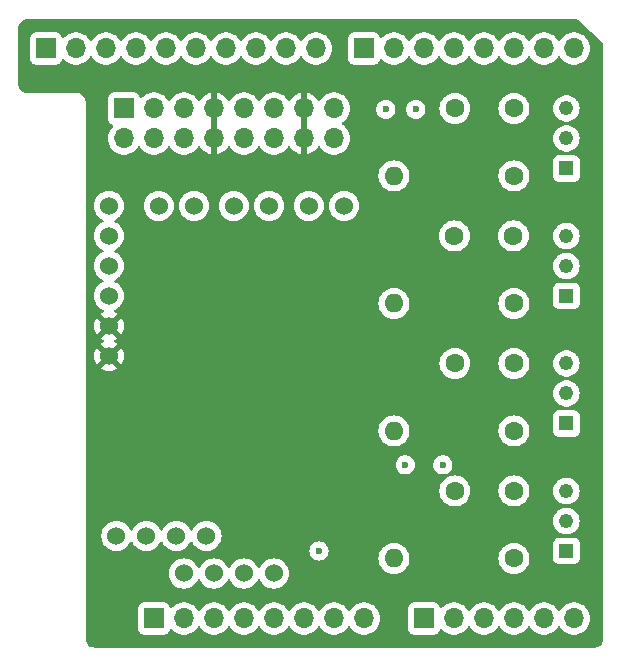
<source format=gbr>
%TF.GenerationSoftware,KiCad,Pcbnew,(7.0.0)*%
%TF.CreationDate,2023-09-07T10:01:15-05:00*%
%TF.ProjectId,AcousticSensor,41636f75-7374-4696-9353-656e736f722e,rev?*%
%TF.SameCoordinates,Original*%
%TF.FileFunction,Copper,L3,Inr*%
%TF.FilePolarity,Positive*%
%FSLAX46Y46*%
G04 Gerber Fmt 4.6, Leading zero omitted, Abs format (unit mm)*
G04 Created by KiCad (PCBNEW (7.0.0)) date 2023-09-07 10:01:15*
%MOMM*%
%LPD*%
G01*
G04 APERTURE LIST*
%TA.AperFunction,ComponentPad*%
%ADD10R,1.700000X1.700000*%
%TD*%
%TA.AperFunction,ComponentPad*%
%ADD11O,1.700000X1.700000*%
%TD*%
%TA.AperFunction,ComponentPad*%
%ADD12C,1.524000*%
%TD*%
%TA.AperFunction,ComponentPad*%
%ADD13R,1.218000X1.218000*%
%TD*%
%TA.AperFunction,ComponentPad*%
%ADD14C,1.218000*%
%TD*%
%TA.AperFunction,ComponentPad*%
%ADD15C,1.600000*%
%TD*%
%TA.AperFunction,ComponentPad*%
%ADD16O,1.600000X1.600000*%
%TD*%
%TA.AperFunction,ViaPad*%
%ADD17C,0.600000*%
%TD*%
G04 APERTURE END LIST*
D10*
%TO.N,unconnected-(JP3-Pin_1-Pad1)*%
%TO.C,JP3*%
X127939999Y-97459999D03*
D11*
%TO.N,/IOREF*%
X130479999Y-97459999D03*
%TO.N,/RST*%
X133019999Y-97459999D03*
%TO.N,+3V3*%
X135559999Y-97459999D03*
%TO.N,+5V*%
X138099999Y-97459999D03*
%TO.N,GND*%
X140639999Y-97459999D03*
X143179999Y-97459999D03*
%TO.N,VCC*%
X145719999Y-97459999D03*
%TD*%
D10*
%TO.N,/A0*%
%TO.C,JP4*%
X150799999Y-97459999D03*
D11*
%TO.N,/A1*%
X153339999Y-97459999D03*
%TO.N,/A2*%
X155879999Y-97459999D03*
%TO.N,/A3*%
X158419999Y-97459999D03*
%TO.N,/A4*%
X160959999Y-97459999D03*
%TO.N,/A5*%
X163499999Y-97459999D03*
%TD*%
%TO.N,Record*%
%TO.C,JP2*%
X141655999Y-49199999D03*
%TO.N,/\u002AD9*%
X139115999Y-49199999D03*
%TO.N,/SPI_CS{slash}D10*%
X136575999Y-49199999D03*
%TO.N,/SPI_MOSI{slash}D11*%
X134035999Y-49199999D03*
%TO.N,/SPI_MISO{slash}D12*%
X131495999Y-49199999D03*
%TO.N,/SPI_SCK{slash}D13*%
X128955999Y-49199999D03*
%TO.N,GND*%
X126415999Y-49199999D03*
%TO.N,/AREF*%
X123875999Y-49199999D03*
%TO.N,SDA*%
X121335999Y-49199999D03*
D10*
%TO.N,SCL*%
X118795999Y-49199999D03*
%TD*%
%TO.N,Gain*%
%TO.C,JP13*%
X145719999Y-49199999D03*
D11*
%TO.N,/\u002AD6*%
X148259999Y-49199999D03*
%TO.N,/\u002AD5*%
X150799999Y-49199999D03*
%TO.N,Aux*%
X153339999Y-49199999D03*
%TO.N,/\u002AD3*%
X155879999Y-49199999D03*
%TO.N,/D2*%
X158419999Y-49199999D03*
%TO.N,/TX{slash}D1*%
X160959999Y-49199999D03*
%TO.N,/RX{slash}D0*%
X163499999Y-49199999D03*
%TD*%
D12*
%TO.N,Net-(M1-1)*%
%TO.C,REF\u002A\u002A*%
X124130000Y-62535000D03*
%TO.N,Net-(M2-1)*%
X124130000Y-65075000D03*
%TO.N,Net-(M3-1)*%
X124130000Y-67615000D03*
%TO.N,Net-(M4-1)*%
X124130000Y-70155000D03*
%TO.N,GNDA*%
X124130000Y-72695000D03*
X124130000Y-75235000D03*
%TD*%
%TO.N,+3V3*%
%TO.C,U2*%
X130480000Y-93650000D03*
%TO.N,SCL*%
X133020000Y-93650000D03*
%TO.N,SDA*%
X135560000Y-93650000D03*
%TO.N,GND*%
X138100000Y-93650000D03*
%TD*%
%TO.N,+3V3*%
%TO.C,U1*%
X124765000Y-90475000D03*
%TO.N,GND*%
X127305000Y-90475000D03*
%TO.N,SCL*%
X129845000Y-90475000D03*
%TO.N,SDA*%
X132385000Y-90475000D03*
%TD*%
D13*
%TO.N,GND*%
%TO.C,VR4*%
X162864999Y-91744999D03*
D14*
%TO.N,Mic D*%
X162865000Y-89205000D03*
%TO.N,Net-(C4-Pad2)*%
X162865000Y-86665000D03*
%TD*%
D13*
%TO.N,GND*%
%TO.C,VR3*%
X162864999Y-80949999D03*
D14*
%TO.N,Mic C*%
X162865000Y-78410000D03*
%TO.N,Net-(C3-Pad2)*%
X162865000Y-75870000D03*
%TD*%
D13*
%TO.N,GND*%
%TO.C,VR2*%
X162864999Y-70154999D03*
D14*
%TO.N,Mic B*%
X162865000Y-67615000D03*
%TO.N,Net-(C2-Pad2)*%
X162865000Y-65075000D03*
%TD*%
D13*
%TO.N,GND*%
%TO.C,VR1*%
X162864999Y-59359999D03*
D14*
%TO.N,Mic A*%
X162865000Y-56820000D03*
%TO.N,Net-(C1-Pad1)*%
X162865000Y-54280000D03*
%TD*%
D12*
%TO.N,Aux*%
%TO.C,SW1*%
X141045000Y-62535000D03*
%TO.N,GND*%
X144045000Y-62535000D03*
%TD*%
D15*
%TO.N,Net-(M4-1)*%
%TO.C,R4*%
X158420000Y-92380000D03*
D16*
%TO.N,Bias D*%
X148259999Y-92379999D03*
%TD*%
D15*
%TO.N,Net-(M3-1)*%
%TO.C,R3*%
X158420000Y-81585000D03*
D16*
%TO.N,Bias C*%
X148259999Y-81584999D03*
%TD*%
%TO.N,Bias B*%
%TO.C,R2*%
X148259999Y-70789999D03*
D15*
%TO.N,Net-(M2-1)*%
X158420000Y-70790000D03*
%TD*%
D16*
%TO.N,Bias A*%
%TO.C,R1*%
X148259999Y-59994999D03*
D15*
%TO.N,Net-(M1-1)*%
X158420000Y-59995000D03*
%TD*%
D11*
%TO.N,/DMIC_CLK*%
%TO.C,JP10*%
X143179999Y-56819999D03*
%TO.N,unconnected-(JP10-Pin_15-Pad15)*%
X143179999Y-54279999D03*
%TO.N,GNDA*%
X140639999Y-56819999D03*
X140639999Y-54279999D03*
%TO.N,Bias A*%
X138099999Y-56819999D03*
%TO.N,Bias B*%
X138099999Y-54279999D03*
%TO.N,Mic A*%
X135559999Y-56819999D03*
%TO.N,Mic B*%
X135559999Y-54279999D03*
%TO.N,GNDA*%
X133019999Y-56819999D03*
X133019999Y-54279999D03*
%TO.N,Bias C*%
X130479999Y-56819999D03*
%TO.N,Bias D*%
X130479999Y-54279999D03*
%TO.N,Mic C*%
X127939999Y-56819999D03*
%TO.N,Mic D*%
X127939999Y-54279999D03*
%TO.N,/UART_SEL*%
X125399999Y-56819999D03*
D10*
%TO.N,GND*%
X125399999Y-54279999D03*
%TD*%
D15*
%TO.N,Net-(M4-1)*%
%TO.C,C4*%
X153420000Y-86665000D03*
%TO.N,Net-(C4-Pad2)*%
X158420000Y-86665000D03*
%TD*%
%TO.N,Net-(M3-1)*%
%TO.C,C3*%
X153420000Y-75870000D03*
%TO.N,Net-(C3-Pad2)*%
X158420000Y-75870000D03*
%TD*%
%TO.N,Net-(C2-Pad2)*%
%TO.C,C2*%
X158380000Y-65075000D03*
%TO.N,Net-(M2-1)*%
X153380000Y-65075000D03*
%TD*%
%TO.N,Net-(C1-Pad1)*%
%TO.C,C1*%
X158420000Y-54280000D03*
%TO.N,Net-(M1-1)*%
X153420000Y-54280000D03*
%TD*%
D12*
%TO.N,GND*%
%TO.C,B2*%
X137695000Y-62535000D03*
%TO.N,Gain*%
X134695000Y-62535000D03*
%TD*%
%TO.N,Record*%
%TO.C,B1*%
X128345000Y-62535000D03*
%TO.N,GND*%
X131345000Y-62535000D03*
%TD*%
D17*
%TO.N,Aux*%
X150114000Y-54356000D03*
%TO.N,Gain*%
X147574000Y-54356000D03*
%TO.N,Mic C*%
X149225000Y-84455000D03*
X152400000Y-84455000D03*
%TO.N,GND*%
X141910000Y-91745000D03*
%TD*%
%TA.AperFunction,Conductor*%
%TO.N,GNDA*%
G36*
X163796208Y-46744387D02*
G01*
X163835697Y-46769773D01*
X165926086Y-48763682D01*
X165954493Y-48804607D01*
X165964500Y-48853409D01*
X165964500Y-99231907D01*
X165963903Y-99244062D01*
X165952505Y-99359778D01*
X165947763Y-99383618D01*
X165942037Y-99402496D01*
X165917832Y-99482290D01*
X165915789Y-99489024D01*
X165906486Y-99511482D01*
X165854561Y-99608627D01*
X165841056Y-99628839D01*
X165771176Y-99713988D01*
X165753988Y-99731176D01*
X165668839Y-99801056D01*
X165648627Y-99814561D01*
X165551482Y-99866486D01*
X165529028Y-99875787D01*
X165499440Y-99884763D01*
X165423618Y-99907763D01*
X165399777Y-99912505D01*
X165284064Y-99923902D01*
X165271894Y-99924499D01*
X122897577Y-99919086D01*
X122889948Y-99919086D01*
X122889945Y-99919084D01*
X122889911Y-99919084D01*
X122872355Y-99919084D01*
X122858536Y-99918312D01*
X122727149Y-99903578D01*
X122700191Y-99897454D01*
X122581929Y-99856274D01*
X122557000Y-99844330D01*
X122450806Y-99777978D01*
X122429143Y-99760810D01*
X122340282Y-99672573D01*
X122322963Y-99651036D01*
X122255854Y-99545298D01*
X122243741Y-99520464D01*
X122201727Y-99402492D01*
X122195415Y-99375588D01*
X122179805Y-99244749D01*
X122178933Y-99230093D01*
X122178833Y-98812817D01*
X122178725Y-98358638D01*
X126581500Y-98358638D01*
X126581852Y-98361918D01*
X126581853Y-98361924D01*
X126584191Y-98383676D01*
X126588011Y-98419201D01*
X126590717Y-98426458D01*
X126590719Y-98426463D01*
X126636011Y-98547894D01*
X126639111Y-98556204D01*
X126726739Y-98673261D01*
X126843796Y-98760889D01*
X126980799Y-98811989D01*
X127041362Y-98818500D01*
X128835328Y-98818500D01*
X128838638Y-98818500D01*
X128899201Y-98811989D01*
X129036204Y-98760889D01*
X129153261Y-98673261D01*
X129240889Y-98556204D01*
X129286137Y-98434889D01*
X129322089Y-98383676D01*
X129378470Y-98356538D01*
X129440925Y-98360386D01*
X129493548Y-98394240D01*
X129553288Y-98459135D01*
X129553291Y-98459138D01*
X129556760Y-98462906D01*
X129560801Y-98466051D01*
X129730376Y-98598039D01*
X129730381Y-98598042D01*
X129734424Y-98601189D01*
X129738931Y-98603628D01*
X129738934Y-98603630D01*
X129921668Y-98702520D01*
X129932426Y-98708342D01*
X130145365Y-98781444D01*
X130367431Y-98818500D01*
X130587436Y-98818500D01*
X130592569Y-98818500D01*
X130814635Y-98781444D01*
X131027574Y-98708342D01*
X131225576Y-98601189D01*
X131403240Y-98462906D01*
X131555722Y-98297268D01*
X131646190Y-98158795D01*
X131690982Y-98117561D01*
X131750000Y-98102616D01*
X131809018Y-98117561D01*
X131853809Y-98158795D01*
X131941470Y-98292972D01*
X131941478Y-98292982D01*
X131944278Y-98297268D01*
X131947752Y-98301041D01*
X131947753Y-98301043D01*
X132093288Y-98459135D01*
X132093291Y-98459138D01*
X132096760Y-98462906D01*
X132100801Y-98466051D01*
X132270376Y-98598039D01*
X132270381Y-98598042D01*
X132274424Y-98601189D01*
X132278931Y-98603628D01*
X132278934Y-98603630D01*
X132461668Y-98702520D01*
X132472426Y-98708342D01*
X132685365Y-98781444D01*
X132907431Y-98818500D01*
X133127436Y-98818500D01*
X133132569Y-98818500D01*
X133354635Y-98781444D01*
X133567574Y-98708342D01*
X133765576Y-98601189D01*
X133943240Y-98462906D01*
X134095722Y-98297268D01*
X134186190Y-98158795D01*
X134230982Y-98117561D01*
X134290000Y-98102616D01*
X134349018Y-98117561D01*
X134393809Y-98158795D01*
X134481470Y-98292972D01*
X134481478Y-98292982D01*
X134484278Y-98297268D01*
X134487752Y-98301041D01*
X134487753Y-98301043D01*
X134633288Y-98459135D01*
X134633291Y-98459138D01*
X134636760Y-98462906D01*
X134640801Y-98466051D01*
X134810376Y-98598039D01*
X134810381Y-98598042D01*
X134814424Y-98601189D01*
X134818931Y-98603628D01*
X134818934Y-98603630D01*
X135001668Y-98702520D01*
X135012426Y-98708342D01*
X135225365Y-98781444D01*
X135447431Y-98818500D01*
X135667436Y-98818500D01*
X135672569Y-98818500D01*
X135894635Y-98781444D01*
X136107574Y-98708342D01*
X136305576Y-98601189D01*
X136483240Y-98462906D01*
X136635722Y-98297268D01*
X136726190Y-98158795D01*
X136770982Y-98117561D01*
X136830000Y-98102616D01*
X136889018Y-98117561D01*
X136933809Y-98158795D01*
X137021470Y-98292972D01*
X137021478Y-98292982D01*
X137024278Y-98297268D01*
X137027752Y-98301041D01*
X137027753Y-98301043D01*
X137173288Y-98459135D01*
X137173291Y-98459138D01*
X137176760Y-98462906D01*
X137180801Y-98466051D01*
X137350376Y-98598039D01*
X137350381Y-98598042D01*
X137354424Y-98601189D01*
X137358931Y-98603628D01*
X137358934Y-98603630D01*
X137541668Y-98702520D01*
X137552426Y-98708342D01*
X137765365Y-98781444D01*
X137987431Y-98818500D01*
X138207436Y-98818500D01*
X138212569Y-98818500D01*
X138434635Y-98781444D01*
X138647574Y-98708342D01*
X138845576Y-98601189D01*
X139023240Y-98462906D01*
X139175722Y-98297268D01*
X139266190Y-98158795D01*
X139310982Y-98117561D01*
X139370000Y-98102616D01*
X139429018Y-98117561D01*
X139473809Y-98158795D01*
X139561470Y-98292972D01*
X139561478Y-98292982D01*
X139564278Y-98297268D01*
X139567752Y-98301041D01*
X139567753Y-98301043D01*
X139713288Y-98459135D01*
X139713291Y-98459138D01*
X139716760Y-98462906D01*
X139720801Y-98466051D01*
X139890376Y-98598039D01*
X139890381Y-98598042D01*
X139894424Y-98601189D01*
X139898931Y-98603628D01*
X139898934Y-98603630D01*
X140081668Y-98702520D01*
X140092426Y-98708342D01*
X140305365Y-98781444D01*
X140527431Y-98818500D01*
X140747436Y-98818500D01*
X140752569Y-98818500D01*
X140974635Y-98781444D01*
X141187574Y-98708342D01*
X141385576Y-98601189D01*
X141563240Y-98462906D01*
X141715722Y-98297268D01*
X141806190Y-98158795D01*
X141850982Y-98117561D01*
X141910000Y-98102616D01*
X141969018Y-98117561D01*
X142013809Y-98158795D01*
X142101470Y-98292972D01*
X142101478Y-98292982D01*
X142104278Y-98297268D01*
X142107752Y-98301041D01*
X142107753Y-98301043D01*
X142253288Y-98459135D01*
X142253291Y-98459138D01*
X142256760Y-98462906D01*
X142260801Y-98466051D01*
X142430376Y-98598039D01*
X142430381Y-98598042D01*
X142434424Y-98601189D01*
X142438931Y-98603628D01*
X142438934Y-98603630D01*
X142621668Y-98702520D01*
X142632426Y-98708342D01*
X142845365Y-98781444D01*
X143067431Y-98818500D01*
X143287436Y-98818500D01*
X143292569Y-98818500D01*
X143514635Y-98781444D01*
X143727574Y-98708342D01*
X143925576Y-98601189D01*
X144103240Y-98462906D01*
X144255722Y-98297268D01*
X144346190Y-98158795D01*
X144390982Y-98117561D01*
X144450000Y-98102616D01*
X144509018Y-98117561D01*
X144553809Y-98158795D01*
X144641470Y-98292972D01*
X144641478Y-98292982D01*
X144644278Y-98297268D01*
X144647752Y-98301041D01*
X144647753Y-98301043D01*
X144793288Y-98459135D01*
X144793291Y-98459138D01*
X144796760Y-98462906D01*
X144800801Y-98466051D01*
X144970376Y-98598039D01*
X144970381Y-98598042D01*
X144974424Y-98601189D01*
X144978931Y-98603628D01*
X144978934Y-98603630D01*
X145161668Y-98702520D01*
X145172426Y-98708342D01*
X145385365Y-98781444D01*
X145607431Y-98818500D01*
X145827436Y-98818500D01*
X145832569Y-98818500D01*
X146054635Y-98781444D01*
X146267574Y-98708342D01*
X146465576Y-98601189D01*
X146643240Y-98462906D01*
X146739226Y-98358638D01*
X149441500Y-98358638D01*
X149441852Y-98361918D01*
X149441853Y-98361924D01*
X149444191Y-98383676D01*
X149448011Y-98419201D01*
X149450717Y-98426458D01*
X149450719Y-98426463D01*
X149496011Y-98547894D01*
X149499111Y-98556204D01*
X149586739Y-98673261D01*
X149703796Y-98760889D01*
X149840799Y-98811989D01*
X149901362Y-98818500D01*
X151695328Y-98818500D01*
X151698638Y-98818500D01*
X151759201Y-98811989D01*
X151896204Y-98760889D01*
X152013261Y-98673261D01*
X152100889Y-98556204D01*
X152146137Y-98434889D01*
X152182089Y-98383676D01*
X152238470Y-98356538D01*
X152300925Y-98360386D01*
X152353548Y-98394240D01*
X152413288Y-98459135D01*
X152413291Y-98459138D01*
X152416760Y-98462906D01*
X152420801Y-98466051D01*
X152590376Y-98598039D01*
X152590381Y-98598042D01*
X152594424Y-98601189D01*
X152598931Y-98603628D01*
X152598934Y-98603630D01*
X152781668Y-98702520D01*
X152792426Y-98708342D01*
X153005365Y-98781444D01*
X153227431Y-98818500D01*
X153447436Y-98818500D01*
X153452569Y-98818500D01*
X153674635Y-98781444D01*
X153887574Y-98708342D01*
X154085576Y-98601189D01*
X154263240Y-98462906D01*
X154415722Y-98297268D01*
X154506190Y-98158795D01*
X154550982Y-98117561D01*
X154610000Y-98102616D01*
X154669018Y-98117561D01*
X154713809Y-98158795D01*
X154801470Y-98292972D01*
X154801478Y-98292982D01*
X154804278Y-98297268D01*
X154807752Y-98301041D01*
X154807753Y-98301043D01*
X154953288Y-98459135D01*
X154953291Y-98459138D01*
X154956760Y-98462906D01*
X154960801Y-98466051D01*
X155130376Y-98598039D01*
X155130381Y-98598042D01*
X155134424Y-98601189D01*
X155138931Y-98603628D01*
X155138934Y-98603630D01*
X155321668Y-98702520D01*
X155332426Y-98708342D01*
X155545365Y-98781444D01*
X155767431Y-98818500D01*
X155987436Y-98818500D01*
X155992569Y-98818500D01*
X156214635Y-98781444D01*
X156427574Y-98708342D01*
X156625576Y-98601189D01*
X156803240Y-98462906D01*
X156955722Y-98297268D01*
X157046190Y-98158795D01*
X157090982Y-98117561D01*
X157150000Y-98102616D01*
X157209018Y-98117561D01*
X157253809Y-98158795D01*
X157341470Y-98292972D01*
X157341478Y-98292982D01*
X157344278Y-98297268D01*
X157347752Y-98301041D01*
X157347753Y-98301043D01*
X157493288Y-98459135D01*
X157493291Y-98459138D01*
X157496760Y-98462906D01*
X157500801Y-98466051D01*
X157670376Y-98598039D01*
X157670381Y-98598042D01*
X157674424Y-98601189D01*
X157678931Y-98603628D01*
X157678934Y-98603630D01*
X157861668Y-98702520D01*
X157872426Y-98708342D01*
X158085365Y-98781444D01*
X158307431Y-98818500D01*
X158527436Y-98818500D01*
X158532569Y-98818500D01*
X158754635Y-98781444D01*
X158967574Y-98708342D01*
X159165576Y-98601189D01*
X159343240Y-98462906D01*
X159495722Y-98297268D01*
X159586190Y-98158795D01*
X159630982Y-98117561D01*
X159690000Y-98102616D01*
X159749018Y-98117561D01*
X159793809Y-98158795D01*
X159881470Y-98292972D01*
X159881478Y-98292982D01*
X159884278Y-98297268D01*
X159887752Y-98301041D01*
X159887753Y-98301043D01*
X160033288Y-98459135D01*
X160033291Y-98459138D01*
X160036760Y-98462906D01*
X160040801Y-98466051D01*
X160210376Y-98598039D01*
X160210381Y-98598042D01*
X160214424Y-98601189D01*
X160218931Y-98603628D01*
X160218934Y-98603630D01*
X160401668Y-98702520D01*
X160412426Y-98708342D01*
X160625365Y-98781444D01*
X160847431Y-98818500D01*
X161067436Y-98818500D01*
X161072569Y-98818500D01*
X161294635Y-98781444D01*
X161507574Y-98708342D01*
X161705576Y-98601189D01*
X161883240Y-98462906D01*
X162035722Y-98297268D01*
X162126190Y-98158795D01*
X162170982Y-98117561D01*
X162230000Y-98102616D01*
X162289018Y-98117561D01*
X162333809Y-98158795D01*
X162421470Y-98292972D01*
X162421478Y-98292982D01*
X162424278Y-98297268D01*
X162427752Y-98301041D01*
X162427753Y-98301043D01*
X162573288Y-98459135D01*
X162573291Y-98459138D01*
X162576760Y-98462906D01*
X162580801Y-98466051D01*
X162750376Y-98598039D01*
X162750381Y-98598042D01*
X162754424Y-98601189D01*
X162758931Y-98603628D01*
X162758934Y-98603630D01*
X162941668Y-98702520D01*
X162952426Y-98708342D01*
X163165365Y-98781444D01*
X163387431Y-98818500D01*
X163607436Y-98818500D01*
X163612569Y-98818500D01*
X163834635Y-98781444D01*
X164047574Y-98708342D01*
X164245576Y-98601189D01*
X164423240Y-98462906D01*
X164575722Y-98297268D01*
X164698860Y-98108791D01*
X164789296Y-97902616D01*
X164844564Y-97684368D01*
X164863156Y-97460000D01*
X164844564Y-97235632D01*
X164789296Y-97017384D01*
X164698860Y-96811209D01*
X164575722Y-96622732D01*
X164572246Y-96618956D01*
X164426711Y-96460864D01*
X164426706Y-96460859D01*
X164423240Y-96457094D01*
X164410597Y-96447253D01*
X164249623Y-96321960D01*
X164249615Y-96321955D01*
X164245576Y-96318811D01*
X164241071Y-96316373D01*
X164241065Y-96316369D01*
X164052080Y-96214096D01*
X164052074Y-96214093D01*
X164047574Y-96211658D01*
X164042733Y-96209996D01*
X164042726Y-96209993D01*
X163839488Y-96140222D01*
X163839487Y-96140221D01*
X163834635Y-96138556D01*
X163829585Y-96137713D01*
X163829576Y-96137711D01*
X163617631Y-96102344D01*
X163617622Y-96102343D01*
X163612569Y-96101500D01*
X163387431Y-96101500D01*
X163382378Y-96102343D01*
X163382368Y-96102344D01*
X163170423Y-96137711D01*
X163170411Y-96137713D01*
X163165365Y-96138556D01*
X163160515Y-96140220D01*
X163160511Y-96140222D01*
X162957273Y-96209993D01*
X162957262Y-96209997D01*
X162952426Y-96211658D01*
X162947929Y-96214091D01*
X162947919Y-96214096D01*
X162758934Y-96316369D01*
X162758922Y-96316376D01*
X162754424Y-96318811D01*
X162750389Y-96321951D01*
X162750376Y-96321960D01*
X162580801Y-96453948D01*
X162580795Y-96453952D01*
X162576760Y-96457094D01*
X162573297Y-96460855D01*
X162573288Y-96460864D01*
X162427753Y-96618956D01*
X162427747Y-96618963D01*
X162424278Y-96622732D01*
X162421481Y-96627012D01*
X162421474Y-96627022D01*
X162333809Y-96761205D01*
X162289017Y-96802438D01*
X162230000Y-96817383D01*
X162170983Y-96802438D01*
X162126191Y-96761205D01*
X162038525Y-96627022D01*
X162038523Y-96627020D01*
X162035722Y-96622732D01*
X162032246Y-96618956D01*
X161886711Y-96460864D01*
X161886706Y-96460859D01*
X161883240Y-96457094D01*
X161870597Y-96447253D01*
X161709623Y-96321960D01*
X161709615Y-96321955D01*
X161705576Y-96318811D01*
X161701071Y-96316373D01*
X161701065Y-96316369D01*
X161512080Y-96214096D01*
X161512074Y-96214093D01*
X161507574Y-96211658D01*
X161502733Y-96209996D01*
X161502726Y-96209993D01*
X161299488Y-96140222D01*
X161299487Y-96140221D01*
X161294635Y-96138556D01*
X161289585Y-96137713D01*
X161289576Y-96137711D01*
X161077631Y-96102344D01*
X161077622Y-96102343D01*
X161072569Y-96101500D01*
X160847431Y-96101500D01*
X160842378Y-96102343D01*
X160842368Y-96102344D01*
X160630423Y-96137711D01*
X160630411Y-96137713D01*
X160625365Y-96138556D01*
X160620515Y-96140220D01*
X160620511Y-96140222D01*
X160417273Y-96209993D01*
X160417262Y-96209997D01*
X160412426Y-96211658D01*
X160407929Y-96214091D01*
X160407919Y-96214096D01*
X160218934Y-96316369D01*
X160218922Y-96316376D01*
X160214424Y-96318811D01*
X160210389Y-96321951D01*
X160210376Y-96321960D01*
X160040801Y-96453948D01*
X160040795Y-96453952D01*
X160036760Y-96457094D01*
X160033297Y-96460855D01*
X160033288Y-96460864D01*
X159887753Y-96618956D01*
X159887747Y-96618963D01*
X159884278Y-96622732D01*
X159881481Y-96627012D01*
X159881474Y-96627022D01*
X159793809Y-96761205D01*
X159749017Y-96802438D01*
X159690000Y-96817383D01*
X159630983Y-96802438D01*
X159586191Y-96761205D01*
X159498525Y-96627022D01*
X159498523Y-96627020D01*
X159495722Y-96622732D01*
X159492246Y-96618956D01*
X159346711Y-96460864D01*
X159346706Y-96460859D01*
X159343240Y-96457094D01*
X159330597Y-96447253D01*
X159169623Y-96321960D01*
X159169615Y-96321955D01*
X159165576Y-96318811D01*
X159161071Y-96316373D01*
X159161065Y-96316369D01*
X158972080Y-96214096D01*
X158972074Y-96214093D01*
X158967574Y-96211658D01*
X158962733Y-96209996D01*
X158962726Y-96209993D01*
X158759488Y-96140222D01*
X158759487Y-96140221D01*
X158754635Y-96138556D01*
X158749585Y-96137713D01*
X158749576Y-96137711D01*
X158537631Y-96102344D01*
X158537622Y-96102343D01*
X158532569Y-96101500D01*
X158307431Y-96101500D01*
X158302378Y-96102343D01*
X158302368Y-96102344D01*
X158090423Y-96137711D01*
X158090411Y-96137713D01*
X158085365Y-96138556D01*
X158080515Y-96140220D01*
X158080511Y-96140222D01*
X157877273Y-96209993D01*
X157877262Y-96209997D01*
X157872426Y-96211658D01*
X157867929Y-96214091D01*
X157867919Y-96214096D01*
X157678934Y-96316369D01*
X157678922Y-96316376D01*
X157674424Y-96318811D01*
X157670389Y-96321951D01*
X157670376Y-96321960D01*
X157500801Y-96453948D01*
X157500795Y-96453952D01*
X157496760Y-96457094D01*
X157493297Y-96460855D01*
X157493288Y-96460864D01*
X157347753Y-96618956D01*
X157347747Y-96618963D01*
X157344278Y-96622732D01*
X157341481Y-96627012D01*
X157341474Y-96627022D01*
X157253809Y-96761205D01*
X157209017Y-96802438D01*
X157150000Y-96817383D01*
X157090983Y-96802438D01*
X157046191Y-96761205D01*
X156958525Y-96627022D01*
X156958523Y-96627020D01*
X156955722Y-96622732D01*
X156952246Y-96618956D01*
X156806711Y-96460864D01*
X156806706Y-96460859D01*
X156803240Y-96457094D01*
X156790597Y-96447253D01*
X156629623Y-96321960D01*
X156629615Y-96321955D01*
X156625576Y-96318811D01*
X156621071Y-96316373D01*
X156621065Y-96316369D01*
X156432080Y-96214096D01*
X156432074Y-96214093D01*
X156427574Y-96211658D01*
X156422733Y-96209996D01*
X156422726Y-96209993D01*
X156219488Y-96140222D01*
X156219487Y-96140221D01*
X156214635Y-96138556D01*
X156209585Y-96137713D01*
X156209576Y-96137711D01*
X155997631Y-96102344D01*
X155997622Y-96102343D01*
X155992569Y-96101500D01*
X155767431Y-96101500D01*
X155762378Y-96102343D01*
X155762368Y-96102344D01*
X155550423Y-96137711D01*
X155550411Y-96137713D01*
X155545365Y-96138556D01*
X155540515Y-96140220D01*
X155540511Y-96140222D01*
X155337273Y-96209993D01*
X155337262Y-96209997D01*
X155332426Y-96211658D01*
X155327929Y-96214091D01*
X155327919Y-96214096D01*
X155138934Y-96316369D01*
X155138922Y-96316376D01*
X155134424Y-96318811D01*
X155130389Y-96321951D01*
X155130376Y-96321960D01*
X154960801Y-96453948D01*
X154960795Y-96453952D01*
X154956760Y-96457094D01*
X154953297Y-96460855D01*
X154953288Y-96460864D01*
X154807753Y-96618956D01*
X154807747Y-96618963D01*
X154804278Y-96622732D01*
X154801481Y-96627012D01*
X154801474Y-96627022D01*
X154713809Y-96761205D01*
X154669017Y-96802438D01*
X154610000Y-96817383D01*
X154550983Y-96802438D01*
X154506191Y-96761205D01*
X154418525Y-96627022D01*
X154418523Y-96627020D01*
X154415722Y-96622732D01*
X154412246Y-96618956D01*
X154266711Y-96460864D01*
X154266706Y-96460859D01*
X154263240Y-96457094D01*
X154250597Y-96447253D01*
X154089623Y-96321960D01*
X154089615Y-96321955D01*
X154085576Y-96318811D01*
X154081071Y-96316373D01*
X154081065Y-96316369D01*
X153892080Y-96214096D01*
X153892074Y-96214093D01*
X153887574Y-96211658D01*
X153882733Y-96209996D01*
X153882726Y-96209993D01*
X153679488Y-96140222D01*
X153679487Y-96140221D01*
X153674635Y-96138556D01*
X153669585Y-96137713D01*
X153669576Y-96137711D01*
X153457631Y-96102344D01*
X153457622Y-96102343D01*
X153452569Y-96101500D01*
X153227431Y-96101500D01*
X153222378Y-96102343D01*
X153222368Y-96102344D01*
X153010423Y-96137711D01*
X153010411Y-96137713D01*
X153005365Y-96138556D01*
X153000515Y-96140220D01*
X153000511Y-96140222D01*
X152797273Y-96209993D01*
X152797262Y-96209997D01*
X152792426Y-96211658D01*
X152787929Y-96214091D01*
X152787919Y-96214096D01*
X152598934Y-96316369D01*
X152598922Y-96316376D01*
X152594424Y-96318811D01*
X152590389Y-96321951D01*
X152590376Y-96321960D01*
X152420801Y-96453948D01*
X152420795Y-96453952D01*
X152416760Y-96457094D01*
X152413294Y-96460858D01*
X152413294Y-96460859D01*
X152353548Y-96525760D01*
X152300924Y-96559613D01*
X152238470Y-96563461D01*
X152182089Y-96536323D01*
X152146137Y-96485110D01*
X152135687Y-96457094D01*
X152100889Y-96363796D01*
X152013261Y-96246739D01*
X151966398Y-96211658D01*
X151903304Y-96164426D01*
X151903303Y-96164425D01*
X151896204Y-96159111D01*
X151887896Y-96156012D01*
X151887894Y-96156011D01*
X151766463Y-96110719D01*
X151766458Y-96110717D01*
X151759201Y-96108011D01*
X151751497Y-96107182D01*
X151751494Y-96107182D01*
X151701924Y-96101853D01*
X151701918Y-96101852D01*
X151698638Y-96101500D01*
X149901362Y-96101500D01*
X149898082Y-96101852D01*
X149898075Y-96101853D01*
X149848505Y-96107182D01*
X149848500Y-96107182D01*
X149840799Y-96108011D01*
X149833543Y-96110717D01*
X149833536Y-96110719D01*
X149712105Y-96156011D01*
X149712099Y-96156013D01*
X149703796Y-96159111D01*
X149696698Y-96164423D01*
X149696695Y-96164426D01*
X149593835Y-96241426D01*
X149593831Y-96241429D01*
X149586739Y-96246739D01*
X149581429Y-96253831D01*
X149581426Y-96253835D01*
X149504426Y-96356695D01*
X149504423Y-96356698D01*
X149499111Y-96363796D01*
X149496013Y-96372099D01*
X149496011Y-96372105D01*
X149450719Y-96493536D01*
X149450717Y-96493543D01*
X149448011Y-96500799D01*
X149447182Y-96508500D01*
X149447182Y-96508505D01*
X149441853Y-96558075D01*
X149441500Y-96561362D01*
X149441500Y-98358638D01*
X146739226Y-98358638D01*
X146795722Y-98297268D01*
X146918860Y-98108791D01*
X147009296Y-97902616D01*
X147064564Y-97684368D01*
X147083156Y-97460000D01*
X147064564Y-97235632D01*
X147009296Y-97017384D01*
X146918860Y-96811209D01*
X146795722Y-96622732D01*
X146792246Y-96618956D01*
X146646711Y-96460864D01*
X146646706Y-96460859D01*
X146643240Y-96457094D01*
X146630597Y-96447253D01*
X146469623Y-96321960D01*
X146469615Y-96321955D01*
X146465576Y-96318811D01*
X146461071Y-96316373D01*
X146461065Y-96316369D01*
X146272080Y-96214096D01*
X146272074Y-96214093D01*
X146267574Y-96211658D01*
X146262733Y-96209996D01*
X146262726Y-96209993D01*
X146059488Y-96140222D01*
X146059487Y-96140221D01*
X146054635Y-96138556D01*
X146049585Y-96137713D01*
X146049576Y-96137711D01*
X145837631Y-96102344D01*
X145837622Y-96102343D01*
X145832569Y-96101500D01*
X145607431Y-96101500D01*
X145602378Y-96102343D01*
X145602368Y-96102344D01*
X145390423Y-96137711D01*
X145390411Y-96137713D01*
X145385365Y-96138556D01*
X145380515Y-96140220D01*
X145380511Y-96140222D01*
X145177273Y-96209993D01*
X145177262Y-96209997D01*
X145172426Y-96211658D01*
X145167929Y-96214091D01*
X145167919Y-96214096D01*
X144978934Y-96316369D01*
X144978922Y-96316376D01*
X144974424Y-96318811D01*
X144970389Y-96321951D01*
X144970376Y-96321960D01*
X144800801Y-96453948D01*
X144800795Y-96453952D01*
X144796760Y-96457094D01*
X144793297Y-96460855D01*
X144793288Y-96460864D01*
X144647753Y-96618956D01*
X144647747Y-96618963D01*
X144644278Y-96622732D01*
X144641481Y-96627012D01*
X144641474Y-96627022D01*
X144553809Y-96761205D01*
X144509017Y-96802438D01*
X144450000Y-96817383D01*
X144390983Y-96802438D01*
X144346191Y-96761205D01*
X144258525Y-96627022D01*
X144258523Y-96627020D01*
X144255722Y-96622732D01*
X144252246Y-96618956D01*
X144106711Y-96460864D01*
X144106706Y-96460859D01*
X144103240Y-96457094D01*
X144090597Y-96447253D01*
X143929623Y-96321960D01*
X143929615Y-96321955D01*
X143925576Y-96318811D01*
X143921071Y-96316373D01*
X143921065Y-96316369D01*
X143732080Y-96214096D01*
X143732074Y-96214093D01*
X143727574Y-96211658D01*
X143722733Y-96209996D01*
X143722726Y-96209993D01*
X143519488Y-96140222D01*
X143519487Y-96140221D01*
X143514635Y-96138556D01*
X143509585Y-96137713D01*
X143509576Y-96137711D01*
X143297631Y-96102344D01*
X143297622Y-96102343D01*
X143292569Y-96101500D01*
X143067431Y-96101500D01*
X143062378Y-96102343D01*
X143062368Y-96102344D01*
X142850423Y-96137711D01*
X142850411Y-96137713D01*
X142845365Y-96138556D01*
X142840515Y-96140220D01*
X142840511Y-96140222D01*
X142637273Y-96209993D01*
X142637262Y-96209997D01*
X142632426Y-96211658D01*
X142627929Y-96214091D01*
X142627919Y-96214096D01*
X142438934Y-96316369D01*
X142438922Y-96316376D01*
X142434424Y-96318811D01*
X142430389Y-96321951D01*
X142430376Y-96321960D01*
X142260801Y-96453948D01*
X142260795Y-96453952D01*
X142256760Y-96457094D01*
X142253297Y-96460855D01*
X142253288Y-96460864D01*
X142107753Y-96618956D01*
X142107747Y-96618963D01*
X142104278Y-96622732D01*
X142101481Y-96627012D01*
X142101474Y-96627022D01*
X142013809Y-96761205D01*
X141969017Y-96802438D01*
X141910000Y-96817383D01*
X141850983Y-96802438D01*
X141806191Y-96761205D01*
X141718525Y-96627022D01*
X141718523Y-96627020D01*
X141715722Y-96622732D01*
X141712246Y-96618956D01*
X141566711Y-96460864D01*
X141566706Y-96460859D01*
X141563240Y-96457094D01*
X141550597Y-96447253D01*
X141389623Y-96321960D01*
X141389615Y-96321955D01*
X141385576Y-96318811D01*
X141381071Y-96316373D01*
X141381065Y-96316369D01*
X141192080Y-96214096D01*
X141192074Y-96214093D01*
X141187574Y-96211658D01*
X141182733Y-96209996D01*
X141182726Y-96209993D01*
X140979488Y-96140222D01*
X140979487Y-96140221D01*
X140974635Y-96138556D01*
X140969585Y-96137713D01*
X140969576Y-96137711D01*
X140757631Y-96102344D01*
X140757622Y-96102343D01*
X140752569Y-96101500D01*
X140527431Y-96101500D01*
X140522378Y-96102343D01*
X140522368Y-96102344D01*
X140310423Y-96137711D01*
X140310411Y-96137713D01*
X140305365Y-96138556D01*
X140300515Y-96140220D01*
X140300511Y-96140222D01*
X140097273Y-96209993D01*
X140097262Y-96209997D01*
X140092426Y-96211658D01*
X140087929Y-96214091D01*
X140087919Y-96214096D01*
X139898934Y-96316369D01*
X139898922Y-96316376D01*
X139894424Y-96318811D01*
X139890389Y-96321951D01*
X139890376Y-96321960D01*
X139720801Y-96453948D01*
X139720795Y-96453952D01*
X139716760Y-96457094D01*
X139713297Y-96460855D01*
X139713288Y-96460864D01*
X139567753Y-96618956D01*
X139567747Y-96618963D01*
X139564278Y-96622732D01*
X139561481Y-96627012D01*
X139561474Y-96627022D01*
X139473809Y-96761205D01*
X139429017Y-96802438D01*
X139370000Y-96817383D01*
X139310983Y-96802438D01*
X139266191Y-96761205D01*
X139178525Y-96627022D01*
X139178523Y-96627020D01*
X139175722Y-96622732D01*
X139172246Y-96618956D01*
X139026711Y-96460864D01*
X139026706Y-96460859D01*
X139023240Y-96457094D01*
X139010597Y-96447253D01*
X138849623Y-96321960D01*
X138849615Y-96321955D01*
X138845576Y-96318811D01*
X138841071Y-96316373D01*
X138841065Y-96316369D01*
X138652080Y-96214096D01*
X138652074Y-96214093D01*
X138647574Y-96211658D01*
X138642733Y-96209996D01*
X138642726Y-96209993D01*
X138439488Y-96140222D01*
X138439487Y-96140221D01*
X138434635Y-96138556D01*
X138429585Y-96137713D01*
X138429576Y-96137711D01*
X138217631Y-96102344D01*
X138217622Y-96102343D01*
X138212569Y-96101500D01*
X137987431Y-96101500D01*
X137982378Y-96102343D01*
X137982368Y-96102344D01*
X137770423Y-96137711D01*
X137770411Y-96137713D01*
X137765365Y-96138556D01*
X137760515Y-96140220D01*
X137760511Y-96140222D01*
X137557273Y-96209993D01*
X137557262Y-96209997D01*
X137552426Y-96211658D01*
X137547929Y-96214091D01*
X137547919Y-96214096D01*
X137358934Y-96316369D01*
X137358922Y-96316376D01*
X137354424Y-96318811D01*
X137350389Y-96321951D01*
X137350376Y-96321960D01*
X137180801Y-96453948D01*
X137180795Y-96453952D01*
X137176760Y-96457094D01*
X137173297Y-96460855D01*
X137173288Y-96460864D01*
X137027753Y-96618956D01*
X137027747Y-96618963D01*
X137024278Y-96622732D01*
X137021481Y-96627012D01*
X137021474Y-96627022D01*
X136933809Y-96761205D01*
X136889017Y-96802438D01*
X136830000Y-96817383D01*
X136770983Y-96802438D01*
X136726191Y-96761205D01*
X136638525Y-96627022D01*
X136638523Y-96627020D01*
X136635722Y-96622732D01*
X136632246Y-96618956D01*
X136486711Y-96460864D01*
X136486706Y-96460859D01*
X136483240Y-96457094D01*
X136470597Y-96447253D01*
X136309623Y-96321960D01*
X136309615Y-96321955D01*
X136305576Y-96318811D01*
X136301071Y-96316373D01*
X136301065Y-96316369D01*
X136112080Y-96214096D01*
X136112074Y-96214093D01*
X136107574Y-96211658D01*
X136102733Y-96209996D01*
X136102726Y-96209993D01*
X135899488Y-96140222D01*
X135899487Y-96140221D01*
X135894635Y-96138556D01*
X135889585Y-96137713D01*
X135889576Y-96137711D01*
X135677631Y-96102344D01*
X135677622Y-96102343D01*
X135672569Y-96101500D01*
X135447431Y-96101500D01*
X135442378Y-96102343D01*
X135442368Y-96102344D01*
X135230423Y-96137711D01*
X135230411Y-96137713D01*
X135225365Y-96138556D01*
X135220515Y-96140220D01*
X135220511Y-96140222D01*
X135017273Y-96209993D01*
X135017262Y-96209997D01*
X135012426Y-96211658D01*
X135007929Y-96214091D01*
X135007919Y-96214096D01*
X134818934Y-96316369D01*
X134818922Y-96316376D01*
X134814424Y-96318811D01*
X134810389Y-96321951D01*
X134810376Y-96321960D01*
X134640801Y-96453948D01*
X134640795Y-96453952D01*
X134636760Y-96457094D01*
X134633297Y-96460855D01*
X134633288Y-96460864D01*
X134487753Y-96618956D01*
X134487747Y-96618963D01*
X134484278Y-96622732D01*
X134481481Y-96627012D01*
X134481474Y-96627022D01*
X134393809Y-96761205D01*
X134349017Y-96802438D01*
X134290000Y-96817383D01*
X134230983Y-96802438D01*
X134186191Y-96761205D01*
X134098525Y-96627022D01*
X134098523Y-96627020D01*
X134095722Y-96622732D01*
X134092246Y-96618956D01*
X133946711Y-96460864D01*
X133946706Y-96460859D01*
X133943240Y-96457094D01*
X133930597Y-96447253D01*
X133769623Y-96321960D01*
X133769615Y-96321955D01*
X133765576Y-96318811D01*
X133761071Y-96316373D01*
X133761065Y-96316369D01*
X133572080Y-96214096D01*
X133572074Y-96214093D01*
X133567574Y-96211658D01*
X133562733Y-96209996D01*
X133562726Y-96209993D01*
X133359488Y-96140222D01*
X133359487Y-96140221D01*
X133354635Y-96138556D01*
X133349585Y-96137713D01*
X133349576Y-96137711D01*
X133137631Y-96102344D01*
X133137622Y-96102343D01*
X133132569Y-96101500D01*
X132907431Y-96101500D01*
X132902378Y-96102343D01*
X132902368Y-96102344D01*
X132690423Y-96137711D01*
X132690411Y-96137713D01*
X132685365Y-96138556D01*
X132680515Y-96140220D01*
X132680511Y-96140222D01*
X132477273Y-96209993D01*
X132477262Y-96209997D01*
X132472426Y-96211658D01*
X132467929Y-96214091D01*
X132467919Y-96214096D01*
X132278934Y-96316369D01*
X132278922Y-96316376D01*
X132274424Y-96318811D01*
X132270389Y-96321951D01*
X132270376Y-96321960D01*
X132100801Y-96453948D01*
X132100795Y-96453952D01*
X132096760Y-96457094D01*
X132093297Y-96460855D01*
X132093288Y-96460864D01*
X131947753Y-96618956D01*
X131947747Y-96618963D01*
X131944278Y-96622732D01*
X131941481Y-96627012D01*
X131941474Y-96627022D01*
X131853809Y-96761205D01*
X131809017Y-96802438D01*
X131750000Y-96817383D01*
X131690983Y-96802438D01*
X131646191Y-96761205D01*
X131558525Y-96627022D01*
X131558523Y-96627020D01*
X131555722Y-96622732D01*
X131552246Y-96618956D01*
X131406711Y-96460864D01*
X131406706Y-96460859D01*
X131403240Y-96457094D01*
X131390597Y-96447253D01*
X131229623Y-96321960D01*
X131229615Y-96321955D01*
X131225576Y-96318811D01*
X131221071Y-96316373D01*
X131221065Y-96316369D01*
X131032080Y-96214096D01*
X131032074Y-96214093D01*
X131027574Y-96211658D01*
X131022733Y-96209996D01*
X131022726Y-96209993D01*
X130819488Y-96140222D01*
X130819487Y-96140221D01*
X130814635Y-96138556D01*
X130809585Y-96137713D01*
X130809576Y-96137711D01*
X130597631Y-96102344D01*
X130597622Y-96102343D01*
X130592569Y-96101500D01*
X130367431Y-96101500D01*
X130362378Y-96102343D01*
X130362368Y-96102344D01*
X130150423Y-96137711D01*
X130150411Y-96137713D01*
X130145365Y-96138556D01*
X130140515Y-96140220D01*
X130140511Y-96140222D01*
X129937273Y-96209993D01*
X129937262Y-96209997D01*
X129932426Y-96211658D01*
X129927929Y-96214091D01*
X129927919Y-96214096D01*
X129738934Y-96316369D01*
X129738922Y-96316376D01*
X129734424Y-96318811D01*
X129730389Y-96321951D01*
X129730376Y-96321960D01*
X129560801Y-96453948D01*
X129560795Y-96453952D01*
X129556760Y-96457094D01*
X129553294Y-96460858D01*
X129553294Y-96460859D01*
X129493548Y-96525760D01*
X129440924Y-96559613D01*
X129378470Y-96563461D01*
X129322089Y-96536323D01*
X129286137Y-96485110D01*
X129275687Y-96457094D01*
X129240889Y-96363796D01*
X129153261Y-96246739D01*
X129106398Y-96211658D01*
X129043304Y-96164426D01*
X129043303Y-96164425D01*
X129036204Y-96159111D01*
X129027896Y-96156012D01*
X129027894Y-96156011D01*
X128906463Y-96110719D01*
X128906458Y-96110717D01*
X128899201Y-96108011D01*
X128891497Y-96107182D01*
X128891494Y-96107182D01*
X128841924Y-96101853D01*
X128841918Y-96101852D01*
X128838638Y-96101500D01*
X127041362Y-96101500D01*
X127038082Y-96101852D01*
X127038075Y-96101853D01*
X126988505Y-96107182D01*
X126988500Y-96107182D01*
X126980799Y-96108011D01*
X126973543Y-96110717D01*
X126973536Y-96110719D01*
X126852105Y-96156011D01*
X126852099Y-96156013D01*
X126843796Y-96159111D01*
X126836698Y-96164423D01*
X126836695Y-96164426D01*
X126733835Y-96241426D01*
X126733831Y-96241429D01*
X126726739Y-96246739D01*
X126721429Y-96253831D01*
X126721426Y-96253835D01*
X126644426Y-96356695D01*
X126644423Y-96356698D01*
X126639111Y-96363796D01*
X126636013Y-96372099D01*
X126636011Y-96372105D01*
X126590719Y-96493536D01*
X126590717Y-96493543D01*
X126588011Y-96500799D01*
X126587182Y-96508500D01*
X126587182Y-96508505D01*
X126581853Y-96558075D01*
X126581500Y-96561362D01*
X126581500Y-98358638D01*
X122178725Y-98358638D01*
X122177600Y-93650000D01*
X129204647Y-93650000D01*
X129205119Y-93655395D01*
X129223549Y-93866064D01*
X129223550Y-93866071D01*
X129224022Y-93871463D01*
X129225421Y-93876684D01*
X129225423Y-93876695D01*
X129280159Y-94080968D01*
X129281560Y-94086196D01*
X129283844Y-94091095D01*
X129283847Y-94091102D01*
X129373225Y-94282774D01*
X129373228Y-94282780D01*
X129375512Y-94287677D01*
X129378611Y-94292104D01*
X129378613Y-94292106D01*
X129499917Y-94465346D01*
X129499920Y-94465350D01*
X129503023Y-94469781D01*
X129660219Y-94626977D01*
X129842323Y-94754488D01*
X130043804Y-94848440D01*
X130203118Y-94891128D01*
X130253304Y-94904576D01*
X130253306Y-94904576D01*
X130258537Y-94905978D01*
X130480000Y-94925353D01*
X130701463Y-94905978D01*
X130916196Y-94848440D01*
X131117677Y-94754488D01*
X131299781Y-94626977D01*
X131456977Y-94469781D01*
X131584488Y-94287677D01*
X131637618Y-94173738D01*
X131683375Y-94121563D01*
X131750000Y-94102144D01*
X131816625Y-94121563D01*
X131862382Y-94173739D01*
X131913225Y-94282774D01*
X131913228Y-94282780D01*
X131915512Y-94287677D01*
X131918611Y-94292104D01*
X131918613Y-94292106D01*
X132039917Y-94465346D01*
X132039920Y-94465350D01*
X132043023Y-94469781D01*
X132200219Y-94626977D01*
X132382323Y-94754488D01*
X132583804Y-94848440D01*
X132743118Y-94891128D01*
X132793304Y-94904576D01*
X132793306Y-94904576D01*
X132798537Y-94905978D01*
X133020000Y-94925353D01*
X133241463Y-94905978D01*
X133456196Y-94848440D01*
X133657677Y-94754488D01*
X133839781Y-94626977D01*
X133996977Y-94469781D01*
X134124488Y-94287677D01*
X134177618Y-94173738D01*
X134223375Y-94121563D01*
X134290000Y-94102144D01*
X134356625Y-94121563D01*
X134402382Y-94173739D01*
X134453225Y-94282774D01*
X134453228Y-94282780D01*
X134455512Y-94287677D01*
X134458611Y-94292104D01*
X134458613Y-94292106D01*
X134579917Y-94465346D01*
X134579920Y-94465350D01*
X134583023Y-94469781D01*
X134740219Y-94626977D01*
X134922323Y-94754488D01*
X135123804Y-94848440D01*
X135283118Y-94891128D01*
X135333304Y-94904576D01*
X135333306Y-94904576D01*
X135338537Y-94905978D01*
X135560000Y-94925353D01*
X135781463Y-94905978D01*
X135996196Y-94848440D01*
X136197677Y-94754488D01*
X136379781Y-94626977D01*
X136536977Y-94469781D01*
X136664488Y-94287677D01*
X136717618Y-94173738D01*
X136763375Y-94121563D01*
X136830000Y-94102144D01*
X136896625Y-94121563D01*
X136942382Y-94173739D01*
X136993225Y-94282774D01*
X136993228Y-94282780D01*
X136995512Y-94287677D01*
X136998611Y-94292104D01*
X136998613Y-94292106D01*
X137119917Y-94465346D01*
X137119920Y-94465350D01*
X137123023Y-94469781D01*
X137280219Y-94626977D01*
X137462323Y-94754488D01*
X137663804Y-94848440D01*
X137823118Y-94891128D01*
X137873304Y-94904576D01*
X137873306Y-94904576D01*
X137878537Y-94905978D01*
X138100000Y-94925353D01*
X138321463Y-94905978D01*
X138536196Y-94848440D01*
X138737677Y-94754488D01*
X138919781Y-94626977D01*
X139076977Y-94469781D01*
X139204488Y-94287677D01*
X139298440Y-94086196D01*
X139355978Y-93871463D01*
X139375353Y-93650000D01*
X139355978Y-93428537D01*
X139298440Y-93213804D01*
X139204488Y-93012324D01*
X139076977Y-92830219D01*
X138919781Y-92673023D01*
X138915350Y-92669920D01*
X138915346Y-92669917D01*
X138742106Y-92548613D01*
X138742104Y-92548611D01*
X138737677Y-92545512D01*
X138732780Y-92543228D01*
X138732774Y-92543225D01*
X138541102Y-92453847D01*
X138541095Y-92453844D01*
X138536196Y-92451560D01*
X138530969Y-92450159D01*
X138530968Y-92450159D01*
X138326695Y-92395423D01*
X138326684Y-92395421D01*
X138321463Y-92394022D01*
X138316071Y-92393550D01*
X138316064Y-92393549D01*
X138105395Y-92375119D01*
X138100000Y-92374647D01*
X138094605Y-92375119D01*
X137883935Y-92393549D01*
X137883926Y-92393550D01*
X137878537Y-92394022D01*
X137873316Y-92395420D01*
X137873304Y-92395423D01*
X137669031Y-92450159D01*
X137669026Y-92450160D01*
X137663804Y-92451560D01*
X137658908Y-92453842D01*
X137658897Y-92453847D01*
X137467234Y-92543222D01*
X137467230Y-92543224D01*
X137462324Y-92545512D01*
X137457891Y-92548615D01*
X137457884Y-92548620D01*
X137284654Y-92669917D01*
X137284649Y-92669920D01*
X137280219Y-92673023D01*
X137276395Y-92676846D01*
X137276389Y-92676852D01*
X137126852Y-92826389D01*
X137126846Y-92826395D01*
X137123023Y-92830219D01*
X137119920Y-92834649D01*
X137119917Y-92834654D01*
X136998620Y-93007884D01*
X136998615Y-93007891D01*
X136995512Y-93012324D01*
X136993224Y-93017230D01*
X136993222Y-93017234D01*
X136942382Y-93126261D01*
X136896625Y-93178437D01*
X136830000Y-93197856D01*
X136763375Y-93178437D01*
X136717618Y-93126261D01*
X136709127Y-93108053D01*
X136664488Y-93012324D01*
X136536977Y-92830219D01*
X136379781Y-92673023D01*
X136375350Y-92669920D01*
X136375346Y-92669917D01*
X136202106Y-92548613D01*
X136202104Y-92548611D01*
X136197677Y-92545512D01*
X136192780Y-92543228D01*
X136192774Y-92543225D01*
X136001102Y-92453847D01*
X136001095Y-92453844D01*
X135996196Y-92451560D01*
X135990969Y-92450159D01*
X135990968Y-92450159D01*
X135786695Y-92395423D01*
X135786684Y-92395421D01*
X135781463Y-92394022D01*
X135776071Y-92393550D01*
X135776064Y-92393549D01*
X135565395Y-92375119D01*
X135560000Y-92374647D01*
X135554605Y-92375119D01*
X135343935Y-92393549D01*
X135343926Y-92393550D01*
X135338537Y-92394022D01*
X135333316Y-92395420D01*
X135333304Y-92395423D01*
X135129031Y-92450159D01*
X135129026Y-92450160D01*
X135123804Y-92451560D01*
X135118908Y-92453842D01*
X135118897Y-92453847D01*
X134927234Y-92543222D01*
X134927230Y-92543224D01*
X134922324Y-92545512D01*
X134917891Y-92548615D01*
X134917884Y-92548620D01*
X134744654Y-92669917D01*
X134744649Y-92669920D01*
X134740219Y-92673023D01*
X134736395Y-92676846D01*
X134736389Y-92676852D01*
X134586852Y-92826389D01*
X134586846Y-92826395D01*
X134583023Y-92830219D01*
X134579920Y-92834649D01*
X134579917Y-92834654D01*
X134458620Y-93007884D01*
X134458615Y-93007891D01*
X134455512Y-93012324D01*
X134453224Y-93017230D01*
X134453222Y-93017234D01*
X134402382Y-93126261D01*
X134356625Y-93178437D01*
X134290000Y-93197856D01*
X134223375Y-93178437D01*
X134177618Y-93126261D01*
X134169127Y-93108053D01*
X134124488Y-93012324D01*
X133996977Y-92830219D01*
X133839781Y-92673023D01*
X133835350Y-92669920D01*
X133835346Y-92669917D01*
X133662106Y-92548613D01*
X133662104Y-92548611D01*
X133657677Y-92545512D01*
X133652780Y-92543228D01*
X133652774Y-92543225D01*
X133461102Y-92453847D01*
X133461095Y-92453844D01*
X133456196Y-92451560D01*
X133450969Y-92450159D01*
X133450968Y-92450159D01*
X133246695Y-92395423D01*
X133246684Y-92395421D01*
X133241463Y-92394022D01*
X133236071Y-92393550D01*
X133236064Y-92393549D01*
X133025395Y-92375119D01*
X133020000Y-92374647D01*
X133014605Y-92375119D01*
X132803935Y-92393549D01*
X132803926Y-92393550D01*
X132798537Y-92394022D01*
X132793316Y-92395420D01*
X132793304Y-92395423D01*
X132589031Y-92450159D01*
X132589026Y-92450160D01*
X132583804Y-92451560D01*
X132578908Y-92453842D01*
X132578897Y-92453847D01*
X132387234Y-92543222D01*
X132387230Y-92543224D01*
X132382324Y-92545512D01*
X132377891Y-92548615D01*
X132377884Y-92548620D01*
X132204654Y-92669917D01*
X132204649Y-92669920D01*
X132200219Y-92673023D01*
X132196395Y-92676846D01*
X132196389Y-92676852D01*
X132046852Y-92826389D01*
X132046846Y-92826395D01*
X132043023Y-92830219D01*
X132039920Y-92834649D01*
X132039917Y-92834654D01*
X131918620Y-93007884D01*
X131918615Y-93007891D01*
X131915512Y-93012324D01*
X131913224Y-93017230D01*
X131913222Y-93017234D01*
X131862382Y-93126261D01*
X131816625Y-93178437D01*
X131750000Y-93197856D01*
X131683375Y-93178437D01*
X131637618Y-93126261D01*
X131629127Y-93108053D01*
X131584488Y-93012324D01*
X131456977Y-92830219D01*
X131299781Y-92673023D01*
X131295350Y-92669920D01*
X131295346Y-92669917D01*
X131122106Y-92548613D01*
X131122104Y-92548611D01*
X131117677Y-92545512D01*
X131112780Y-92543228D01*
X131112774Y-92543225D01*
X130921102Y-92453847D01*
X130921095Y-92453844D01*
X130916196Y-92451560D01*
X130910969Y-92450159D01*
X130910968Y-92450159D01*
X130706695Y-92395423D01*
X130706684Y-92395421D01*
X130701463Y-92394022D01*
X130696071Y-92393550D01*
X130696064Y-92393549D01*
X130485395Y-92375119D01*
X130480000Y-92374647D01*
X130474605Y-92375119D01*
X130263935Y-92393549D01*
X130263926Y-92393550D01*
X130258537Y-92394022D01*
X130253316Y-92395420D01*
X130253304Y-92395423D01*
X130049031Y-92450159D01*
X130049026Y-92450160D01*
X130043804Y-92451560D01*
X130038908Y-92453842D01*
X130038897Y-92453847D01*
X129847234Y-92543222D01*
X129847230Y-92543224D01*
X129842324Y-92545512D01*
X129837891Y-92548615D01*
X129837884Y-92548620D01*
X129664654Y-92669917D01*
X129664649Y-92669920D01*
X129660219Y-92673023D01*
X129656395Y-92676846D01*
X129656389Y-92676852D01*
X129506852Y-92826389D01*
X129506846Y-92826395D01*
X129503023Y-92830219D01*
X129499920Y-92834649D01*
X129499917Y-92834654D01*
X129378620Y-93007884D01*
X129378615Y-93007891D01*
X129375512Y-93012324D01*
X129373224Y-93017230D01*
X129373222Y-93017234D01*
X129283847Y-93208897D01*
X129283842Y-93208908D01*
X129281560Y-93213804D01*
X129280160Y-93219026D01*
X129280159Y-93219031D01*
X129225423Y-93423304D01*
X129225420Y-93423316D01*
X129224022Y-93428537D01*
X129223550Y-93433926D01*
X129223549Y-93433935D01*
X129210000Y-93588813D01*
X129204647Y-93650000D01*
X122177600Y-93650000D01*
X122176842Y-90475000D01*
X123489647Y-90475000D01*
X123490119Y-90480395D01*
X123508549Y-90691064D01*
X123508550Y-90691071D01*
X123509022Y-90696463D01*
X123510421Y-90701684D01*
X123510423Y-90701695D01*
X123558923Y-90882695D01*
X123566560Y-90911196D01*
X123568844Y-90916095D01*
X123568847Y-90916102D01*
X123658225Y-91107774D01*
X123658228Y-91107780D01*
X123660512Y-91112677D01*
X123663611Y-91117104D01*
X123663613Y-91117106D01*
X123784917Y-91290346D01*
X123784920Y-91290350D01*
X123788023Y-91294781D01*
X123945219Y-91451977D01*
X124127323Y-91579488D01*
X124328804Y-91673440D01*
X124488118Y-91716128D01*
X124538304Y-91729576D01*
X124538306Y-91729576D01*
X124543537Y-91730978D01*
X124765000Y-91750353D01*
X124986463Y-91730978D01*
X125201196Y-91673440D01*
X125402677Y-91579488D01*
X125584781Y-91451977D01*
X125741977Y-91294781D01*
X125869488Y-91112677D01*
X125922618Y-90998738D01*
X125968375Y-90946563D01*
X126035000Y-90927144D01*
X126101625Y-90946563D01*
X126147382Y-90998739D01*
X126198225Y-91107774D01*
X126198228Y-91107780D01*
X126200512Y-91112677D01*
X126203611Y-91117104D01*
X126203613Y-91117106D01*
X126324917Y-91290346D01*
X126324920Y-91290350D01*
X126328023Y-91294781D01*
X126485219Y-91451977D01*
X126667323Y-91579488D01*
X126868804Y-91673440D01*
X127028118Y-91716128D01*
X127078304Y-91729576D01*
X127078306Y-91729576D01*
X127083537Y-91730978D01*
X127305000Y-91750353D01*
X127526463Y-91730978D01*
X127741196Y-91673440D01*
X127942677Y-91579488D01*
X128124781Y-91451977D01*
X128281977Y-91294781D01*
X128409488Y-91112677D01*
X128462618Y-90998738D01*
X128508375Y-90946563D01*
X128575000Y-90927144D01*
X128641625Y-90946563D01*
X128687382Y-90998739D01*
X128738225Y-91107774D01*
X128738228Y-91107780D01*
X128740512Y-91112677D01*
X128743611Y-91117104D01*
X128743613Y-91117106D01*
X128864917Y-91290346D01*
X128864920Y-91290350D01*
X128868023Y-91294781D01*
X129025219Y-91451977D01*
X129207323Y-91579488D01*
X129408804Y-91673440D01*
X129568118Y-91716128D01*
X129618304Y-91729576D01*
X129618306Y-91729576D01*
X129623537Y-91730978D01*
X129845000Y-91750353D01*
X130066463Y-91730978D01*
X130281196Y-91673440D01*
X130482677Y-91579488D01*
X130664781Y-91451977D01*
X130821977Y-91294781D01*
X130949488Y-91112677D01*
X131002618Y-90998738D01*
X131048375Y-90946563D01*
X131115000Y-90927144D01*
X131181625Y-90946563D01*
X131227382Y-90998739D01*
X131278225Y-91107774D01*
X131278228Y-91107780D01*
X131280512Y-91112677D01*
X131283611Y-91117104D01*
X131283613Y-91117106D01*
X131404917Y-91290346D01*
X131404920Y-91290350D01*
X131408023Y-91294781D01*
X131565219Y-91451977D01*
X131747323Y-91579488D01*
X131948804Y-91673440D01*
X132108118Y-91716128D01*
X132158304Y-91729576D01*
X132158306Y-91729576D01*
X132163537Y-91730978D01*
X132385000Y-91750353D01*
X132446187Y-91745000D01*
X141096384Y-91745000D01*
X141097164Y-91751923D01*
X141116002Y-91919123D01*
X141116003Y-91919130D01*
X141116783Y-91926047D01*
X141176957Y-92098015D01*
X141273889Y-92252281D01*
X141402719Y-92381111D01*
X141556985Y-92478043D01*
X141728953Y-92538217D01*
X141910000Y-92558616D01*
X142091047Y-92538217D01*
X142263015Y-92478043D01*
X142417281Y-92381111D01*
X142418392Y-92380000D01*
X146946502Y-92380000D01*
X146946974Y-92385395D01*
X146965984Y-92602688D01*
X146965985Y-92602695D01*
X146966457Y-92608087D01*
X146967856Y-92613308D01*
X146967858Y-92613319D01*
X147024316Y-92824021D01*
X147024318Y-92824028D01*
X147025716Y-92829243D01*
X147028000Y-92834143D01*
X147028002Y-92834146D01*
X147113377Y-93017234D01*
X147122477Y-93036749D01*
X147125584Y-93041186D01*
X147250696Y-93219865D01*
X147250699Y-93219869D01*
X147253802Y-93224300D01*
X147415700Y-93386198D01*
X147603251Y-93517523D01*
X147810757Y-93614284D01*
X147815977Y-93615682D01*
X147815978Y-93615683D01*
X148026680Y-93672141D01*
X148026682Y-93672141D01*
X148031913Y-93673543D01*
X148260000Y-93693498D01*
X148488087Y-93673543D01*
X148709243Y-93614284D01*
X148916749Y-93517523D01*
X149104300Y-93386198D01*
X149266198Y-93224300D01*
X149397523Y-93036749D01*
X149494284Y-92829243D01*
X149553543Y-92608087D01*
X149573498Y-92380000D01*
X157106502Y-92380000D01*
X157106974Y-92385395D01*
X157125984Y-92602688D01*
X157125985Y-92602695D01*
X157126457Y-92608087D01*
X157127856Y-92613308D01*
X157127858Y-92613319D01*
X157184316Y-92824021D01*
X157184318Y-92824028D01*
X157185716Y-92829243D01*
X157188000Y-92834143D01*
X157188002Y-92834146D01*
X157273377Y-93017234D01*
X157282477Y-93036749D01*
X157285584Y-93041186D01*
X157410696Y-93219865D01*
X157410699Y-93219869D01*
X157413802Y-93224300D01*
X157575700Y-93386198D01*
X157763251Y-93517523D01*
X157970757Y-93614284D01*
X157975977Y-93615682D01*
X157975978Y-93615683D01*
X158186680Y-93672141D01*
X158186682Y-93672141D01*
X158191913Y-93673543D01*
X158420000Y-93693498D01*
X158648087Y-93673543D01*
X158869243Y-93614284D01*
X159076749Y-93517523D01*
X159264300Y-93386198D01*
X159426198Y-93224300D01*
X159557523Y-93036749D01*
X159654284Y-92829243D01*
X159713543Y-92608087D01*
X159731517Y-92402638D01*
X161747500Y-92402638D01*
X161747852Y-92405918D01*
X161747853Y-92405924D01*
X161752759Y-92451560D01*
X161754011Y-92463201D01*
X161756717Y-92470458D01*
X161756719Y-92470463D01*
X161789308Y-92557836D01*
X161805111Y-92600204D01*
X161810425Y-92607303D01*
X161810426Y-92607304D01*
X161862490Y-92676854D01*
X161892739Y-92717261D01*
X162009796Y-92804889D01*
X162146799Y-92855989D01*
X162207362Y-92862500D01*
X163519328Y-92862500D01*
X163522638Y-92862500D01*
X163583201Y-92855989D01*
X163720204Y-92804889D01*
X163837261Y-92717261D01*
X163924889Y-92600204D01*
X163975989Y-92463201D01*
X163982500Y-92402638D01*
X163982500Y-91087362D01*
X163975989Y-91026799D01*
X163924889Y-90889796D01*
X163837261Y-90772739D01*
X163720204Y-90685111D01*
X163711896Y-90682012D01*
X163711894Y-90682011D01*
X163590463Y-90636719D01*
X163590458Y-90636717D01*
X163583201Y-90634011D01*
X163575497Y-90633182D01*
X163575494Y-90633182D01*
X163525924Y-90627853D01*
X163525918Y-90627852D01*
X163522638Y-90627500D01*
X162207362Y-90627500D01*
X162204082Y-90627852D01*
X162204075Y-90627853D01*
X162154505Y-90633182D01*
X162154500Y-90633182D01*
X162146799Y-90634011D01*
X162139543Y-90636717D01*
X162139536Y-90636719D01*
X162018105Y-90682011D01*
X162018099Y-90682013D01*
X162009796Y-90685111D01*
X162002698Y-90690423D01*
X162002695Y-90690426D01*
X161899835Y-90767426D01*
X161899831Y-90767429D01*
X161892739Y-90772739D01*
X161887429Y-90779831D01*
X161887426Y-90779835D01*
X161810426Y-90882695D01*
X161810423Y-90882698D01*
X161805111Y-90889796D01*
X161802013Y-90898099D01*
X161802011Y-90898105D01*
X161756719Y-91019536D01*
X161756717Y-91019543D01*
X161754011Y-91026799D01*
X161753182Y-91034500D01*
X161753182Y-91034505D01*
X161747853Y-91084075D01*
X161747500Y-91087362D01*
X161747500Y-92402638D01*
X159731517Y-92402638D01*
X159733498Y-92380000D01*
X159713543Y-92151913D01*
X159654284Y-91930757D01*
X159557523Y-91723251D01*
X159475044Y-91605459D01*
X159429303Y-91540134D01*
X159429301Y-91540132D01*
X159426198Y-91535700D01*
X159264300Y-91373802D01*
X159259869Y-91370699D01*
X159259865Y-91370696D01*
X159081186Y-91245584D01*
X159081187Y-91245584D01*
X159076749Y-91242477D01*
X159071834Y-91240185D01*
X158874146Y-91148002D01*
X158874143Y-91148000D01*
X158869243Y-91145716D01*
X158864028Y-91144318D01*
X158864021Y-91144316D01*
X158653319Y-91087858D01*
X158653308Y-91087856D01*
X158648087Y-91086457D01*
X158642695Y-91085985D01*
X158642688Y-91085984D01*
X158425395Y-91066974D01*
X158420000Y-91066502D01*
X158414605Y-91066974D01*
X158197311Y-91085984D01*
X158197302Y-91085985D01*
X158191913Y-91086457D01*
X158186692Y-91087855D01*
X158186680Y-91087858D01*
X157975978Y-91144316D01*
X157975967Y-91144319D01*
X157970757Y-91145716D01*
X157965860Y-91147999D01*
X157965853Y-91148002D01*
X157768165Y-91240185D01*
X157768159Y-91240188D01*
X157763251Y-91242477D01*
X157758817Y-91245581D01*
X157758813Y-91245584D01*
X157580134Y-91370696D01*
X157580124Y-91370703D01*
X157575700Y-91373802D01*
X157571874Y-91377627D01*
X157571868Y-91377633D01*
X157417633Y-91531868D01*
X157417627Y-91531874D01*
X157413802Y-91535700D01*
X157410703Y-91540124D01*
X157410696Y-91540134D01*
X157285584Y-91718813D01*
X157285581Y-91718817D01*
X157282477Y-91723251D01*
X157280188Y-91728159D01*
X157280185Y-91728165D01*
X157188002Y-91925853D01*
X157187999Y-91925860D01*
X157185716Y-91930757D01*
X157184319Y-91935967D01*
X157184316Y-91935978D01*
X157127858Y-92146680D01*
X157127855Y-92146692D01*
X157126457Y-92151913D01*
X157125985Y-92157302D01*
X157125984Y-92157311D01*
X157106974Y-92374605D01*
X157106502Y-92380000D01*
X149573498Y-92380000D01*
X149553543Y-92151913D01*
X149494284Y-91930757D01*
X149397523Y-91723251D01*
X149315044Y-91605459D01*
X149269303Y-91540134D01*
X149269301Y-91540132D01*
X149266198Y-91535700D01*
X149104300Y-91373802D01*
X149099869Y-91370699D01*
X149099865Y-91370696D01*
X148921186Y-91245584D01*
X148921187Y-91245584D01*
X148916749Y-91242477D01*
X148911834Y-91240185D01*
X148714146Y-91148002D01*
X148714143Y-91148000D01*
X148709243Y-91145716D01*
X148704028Y-91144318D01*
X148704021Y-91144316D01*
X148493319Y-91087858D01*
X148493308Y-91087856D01*
X148488087Y-91086457D01*
X148482695Y-91085985D01*
X148482688Y-91085984D01*
X148265395Y-91066974D01*
X148260000Y-91066502D01*
X148254605Y-91066974D01*
X148037311Y-91085984D01*
X148037302Y-91085985D01*
X148031913Y-91086457D01*
X148026692Y-91087855D01*
X148026680Y-91087858D01*
X147815978Y-91144316D01*
X147815967Y-91144319D01*
X147810757Y-91145716D01*
X147805860Y-91147999D01*
X147805853Y-91148002D01*
X147608165Y-91240185D01*
X147608159Y-91240188D01*
X147603251Y-91242477D01*
X147598817Y-91245581D01*
X147598813Y-91245584D01*
X147420134Y-91370696D01*
X147420124Y-91370703D01*
X147415700Y-91373802D01*
X147411874Y-91377627D01*
X147411868Y-91377633D01*
X147257633Y-91531868D01*
X147257627Y-91531874D01*
X147253802Y-91535700D01*
X147250703Y-91540124D01*
X147250696Y-91540134D01*
X147125584Y-91718813D01*
X147125581Y-91718817D01*
X147122477Y-91723251D01*
X147120188Y-91728159D01*
X147120185Y-91728165D01*
X147028002Y-91925853D01*
X147027999Y-91925860D01*
X147025716Y-91930757D01*
X147024319Y-91935967D01*
X147024316Y-91935978D01*
X146967858Y-92146680D01*
X146967855Y-92146692D01*
X146966457Y-92151913D01*
X146965985Y-92157302D01*
X146965984Y-92157311D01*
X146946974Y-92374605D01*
X146946502Y-92380000D01*
X142418392Y-92380000D01*
X142546111Y-92252281D01*
X142643043Y-92098015D01*
X142703217Y-91926047D01*
X142723616Y-91745000D01*
X142721165Y-91723251D01*
X142703997Y-91570876D01*
X142703217Y-91563953D01*
X142643043Y-91391985D01*
X142546111Y-91237719D01*
X142417281Y-91108889D01*
X142388289Y-91090672D01*
X142268907Y-91015659D01*
X142268905Y-91015658D01*
X142263015Y-91011957D01*
X142256449Y-91009659D01*
X142256446Y-91009658D01*
X142097621Y-90954083D01*
X142097618Y-90954082D01*
X142091047Y-90951783D01*
X142084130Y-90951003D01*
X142084123Y-90951002D01*
X141916923Y-90932164D01*
X141910000Y-90931384D01*
X141903077Y-90932164D01*
X141735876Y-90951002D01*
X141735867Y-90951003D01*
X141728953Y-90951783D01*
X141722383Y-90954081D01*
X141722378Y-90954083D01*
X141563553Y-91009658D01*
X141563547Y-91009660D01*
X141556985Y-91011957D01*
X141551097Y-91015656D01*
X141551092Y-91015659D01*
X141408619Y-91105181D01*
X141408614Y-91105184D01*
X141402719Y-91108889D01*
X141397794Y-91113813D01*
X141397790Y-91113817D01*
X141278817Y-91232790D01*
X141278813Y-91232794D01*
X141273889Y-91237719D01*
X141270184Y-91243614D01*
X141270181Y-91243619D01*
X141180659Y-91386092D01*
X141180656Y-91386097D01*
X141176957Y-91391985D01*
X141174660Y-91398547D01*
X141174658Y-91398553D01*
X141119083Y-91557378D01*
X141119081Y-91557383D01*
X141116783Y-91563953D01*
X141116003Y-91570867D01*
X141116002Y-91570876D01*
X141098281Y-91728165D01*
X141096384Y-91745000D01*
X132446187Y-91745000D01*
X132606463Y-91730978D01*
X132821196Y-91673440D01*
X133022677Y-91579488D01*
X133204781Y-91451977D01*
X133361977Y-91294781D01*
X133489488Y-91112677D01*
X133583440Y-90911196D01*
X133640978Y-90696463D01*
X133660353Y-90475000D01*
X133640978Y-90253537D01*
X133629767Y-90211699D01*
X133599999Y-90100604D01*
X133583440Y-90038804D01*
X133489488Y-89837324D01*
X133361977Y-89655219D01*
X133204781Y-89498023D01*
X133200350Y-89494920D01*
X133200346Y-89494917D01*
X133027106Y-89373613D01*
X133027104Y-89373611D01*
X133022677Y-89370512D01*
X133017780Y-89368228D01*
X133017774Y-89368225D01*
X132826102Y-89278847D01*
X132826095Y-89278844D01*
X132821196Y-89276560D01*
X132815969Y-89275159D01*
X132815968Y-89275159D01*
X132611695Y-89220423D01*
X132611684Y-89220421D01*
X132606463Y-89219022D01*
X132601071Y-89218550D01*
X132601064Y-89218549D01*
X132446189Y-89205000D01*
X161742713Y-89205000D01*
X161743242Y-89210709D01*
X161757837Y-89368222D01*
X161761822Y-89411220D01*
X161763390Y-89416732D01*
X161763392Y-89416741D01*
X161816928Y-89604898D01*
X161816930Y-89604904D01*
X161818499Y-89610417D01*
X161910812Y-89795808D01*
X161914264Y-89800379D01*
X162032162Y-89956502D01*
X162032166Y-89956507D01*
X162035620Y-89961080D01*
X162039860Y-89964945D01*
X162184435Y-90096743D01*
X162184438Y-90096745D01*
X162188671Y-90100604D01*
X162364754Y-90209630D01*
X162557872Y-90284444D01*
X162563497Y-90285495D01*
X162563499Y-90285496D01*
X162587194Y-90289925D01*
X162761448Y-90322500D01*
X162962823Y-90322500D01*
X162968552Y-90322500D01*
X163172128Y-90284444D01*
X163365246Y-90209630D01*
X163541329Y-90100604D01*
X163694380Y-89961080D01*
X163819188Y-89795808D01*
X163911501Y-89610417D01*
X163968178Y-89411220D01*
X163987287Y-89205000D01*
X163968178Y-88998780D01*
X163911501Y-88799583D01*
X163819188Y-88614192D01*
X163770340Y-88549507D01*
X163697837Y-88453497D01*
X163697833Y-88453493D01*
X163694380Y-88448920D01*
X163661832Y-88419249D01*
X163545564Y-88313256D01*
X163545559Y-88313252D01*
X163541329Y-88309396D01*
X163536463Y-88306383D01*
X163536459Y-88306380D01*
X163370117Y-88203386D01*
X163365246Y-88200370D01*
X163359908Y-88198302D01*
X163359904Y-88198300D01*
X163177467Y-88127624D01*
X163177463Y-88127623D01*
X163172128Y-88125556D01*
X163166509Y-88124505D01*
X163166500Y-88124503D01*
X162974180Y-88088552D01*
X162974179Y-88088551D01*
X162968552Y-88087500D01*
X162761448Y-88087500D01*
X162755821Y-88088551D01*
X162755819Y-88088552D01*
X162563499Y-88124503D01*
X162563487Y-88124506D01*
X162557872Y-88125556D01*
X162552538Y-88127622D01*
X162552532Y-88127624D01*
X162370095Y-88198300D01*
X162370086Y-88198304D01*
X162364754Y-88200370D01*
X162359887Y-88203383D01*
X162359882Y-88203386D01*
X162193540Y-88306380D01*
X162193530Y-88306386D01*
X162188671Y-88309396D01*
X162184445Y-88313248D01*
X162184435Y-88313256D01*
X162039860Y-88445054D01*
X162039855Y-88445058D01*
X162035620Y-88448920D01*
X162032171Y-88453486D01*
X162032162Y-88453497D01*
X161914264Y-88609620D01*
X161914261Y-88609624D01*
X161910812Y-88614192D01*
X161908259Y-88619317D01*
X161908257Y-88619322D01*
X161821057Y-88794445D01*
X161818499Y-88799583D01*
X161816931Y-88805091D01*
X161816928Y-88805101D01*
X161763392Y-88993258D01*
X161763389Y-88993269D01*
X161761822Y-88998780D01*
X161742713Y-89205000D01*
X132446189Y-89205000D01*
X132390395Y-89200119D01*
X132385000Y-89199647D01*
X132379605Y-89200119D01*
X132168935Y-89218549D01*
X132168926Y-89218550D01*
X132163537Y-89219022D01*
X132158316Y-89220420D01*
X132158304Y-89220423D01*
X131954031Y-89275159D01*
X131954026Y-89275160D01*
X131948804Y-89276560D01*
X131943908Y-89278842D01*
X131943897Y-89278847D01*
X131752234Y-89368222D01*
X131752230Y-89368224D01*
X131747324Y-89370512D01*
X131742891Y-89373615D01*
X131742884Y-89373620D01*
X131569654Y-89494917D01*
X131569649Y-89494920D01*
X131565219Y-89498023D01*
X131561395Y-89501846D01*
X131561389Y-89501852D01*
X131411852Y-89651389D01*
X131411846Y-89651395D01*
X131408023Y-89655219D01*
X131404920Y-89659649D01*
X131404917Y-89659654D01*
X131283620Y-89832884D01*
X131283615Y-89832891D01*
X131280512Y-89837324D01*
X131278224Y-89842230D01*
X131278222Y-89842234D01*
X131227382Y-89951261D01*
X131181625Y-90003437D01*
X131115000Y-90022856D01*
X131048375Y-90003437D01*
X131002618Y-89951261D01*
X130994127Y-89933053D01*
X130949488Y-89837324D01*
X130821977Y-89655219D01*
X130664781Y-89498023D01*
X130660350Y-89494920D01*
X130660346Y-89494917D01*
X130487106Y-89373613D01*
X130487104Y-89373611D01*
X130482677Y-89370512D01*
X130477780Y-89368228D01*
X130477774Y-89368225D01*
X130286102Y-89278847D01*
X130286095Y-89278844D01*
X130281196Y-89276560D01*
X130275969Y-89275159D01*
X130275968Y-89275159D01*
X130071695Y-89220423D01*
X130071684Y-89220421D01*
X130066463Y-89219022D01*
X130061071Y-89218550D01*
X130061064Y-89218549D01*
X129850395Y-89200119D01*
X129845000Y-89199647D01*
X129839605Y-89200119D01*
X129628935Y-89218549D01*
X129628926Y-89218550D01*
X129623537Y-89219022D01*
X129618316Y-89220420D01*
X129618304Y-89220423D01*
X129414031Y-89275159D01*
X129414026Y-89275160D01*
X129408804Y-89276560D01*
X129403908Y-89278842D01*
X129403897Y-89278847D01*
X129212234Y-89368222D01*
X129212230Y-89368224D01*
X129207324Y-89370512D01*
X129202891Y-89373615D01*
X129202884Y-89373620D01*
X129029654Y-89494917D01*
X129029649Y-89494920D01*
X129025219Y-89498023D01*
X129021395Y-89501846D01*
X129021389Y-89501852D01*
X128871852Y-89651389D01*
X128871846Y-89651395D01*
X128868023Y-89655219D01*
X128864920Y-89659649D01*
X128864917Y-89659654D01*
X128743620Y-89832884D01*
X128743615Y-89832891D01*
X128740512Y-89837324D01*
X128738224Y-89842230D01*
X128738222Y-89842234D01*
X128687382Y-89951261D01*
X128641625Y-90003437D01*
X128575000Y-90022856D01*
X128508375Y-90003437D01*
X128462618Y-89951261D01*
X128454127Y-89933053D01*
X128409488Y-89837324D01*
X128281977Y-89655219D01*
X128124781Y-89498023D01*
X128120350Y-89494920D01*
X128120346Y-89494917D01*
X127947106Y-89373613D01*
X127947104Y-89373611D01*
X127942677Y-89370512D01*
X127937780Y-89368228D01*
X127937774Y-89368225D01*
X127746102Y-89278847D01*
X127746095Y-89278844D01*
X127741196Y-89276560D01*
X127735969Y-89275159D01*
X127735968Y-89275159D01*
X127531695Y-89220423D01*
X127531684Y-89220421D01*
X127526463Y-89219022D01*
X127521071Y-89218550D01*
X127521064Y-89218549D01*
X127310395Y-89200119D01*
X127305000Y-89199647D01*
X127299605Y-89200119D01*
X127088935Y-89218549D01*
X127088926Y-89218550D01*
X127083537Y-89219022D01*
X127078316Y-89220420D01*
X127078304Y-89220423D01*
X126874031Y-89275159D01*
X126874026Y-89275160D01*
X126868804Y-89276560D01*
X126863908Y-89278842D01*
X126863897Y-89278847D01*
X126672234Y-89368222D01*
X126672230Y-89368224D01*
X126667324Y-89370512D01*
X126662891Y-89373615D01*
X126662884Y-89373620D01*
X126489654Y-89494917D01*
X126489649Y-89494920D01*
X126485219Y-89498023D01*
X126481395Y-89501846D01*
X126481389Y-89501852D01*
X126331852Y-89651389D01*
X126331846Y-89651395D01*
X126328023Y-89655219D01*
X126324920Y-89659649D01*
X126324917Y-89659654D01*
X126203620Y-89832884D01*
X126203615Y-89832891D01*
X126200512Y-89837324D01*
X126198224Y-89842230D01*
X126198222Y-89842234D01*
X126147382Y-89951261D01*
X126101625Y-90003437D01*
X126035000Y-90022856D01*
X125968375Y-90003437D01*
X125922618Y-89951261D01*
X125914127Y-89933053D01*
X125869488Y-89837324D01*
X125741977Y-89655219D01*
X125584781Y-89498023D01*
X125580350Y-89494920D01*
X125580346Y-89494917D01*
X125407106Y-89373613D01*
X125407104Y-89373611D01*
X125402677Y-89370512D01*
X125397780Y-89368228D01*
X125397774Y-89368225D01*
X125206102Y-89278847D01*
X125206095Y-89278844D01*
X125201196Y-89276560D01*
X125195969Y-89275159D01*
X125195968Y-89275159D01*
X124991695Y-89220423D01*
X124991684Y-89220421D01*
X124986463Y-89219022D01*
X124981071Y-89218550D01*
X124981064Y-89218549D01*
X124770395Y-89200119D01*
X124765000Y-89199647D01*
X124759605Y-89200119D01*
X124548935Y-89218549D01*
X124548926Y-89218550D01*
X124543537Y-89219022D01*
X124538316Y-89220420D01*
X124538304Y-89220423D01*
X124334031Y-89275159D01*
X124334026Y-89275160D01*
X124328804Y-89276560D01*
X124323908Y-89278842D01*
X124323897Y-89278847D01*
X124132234Y-89368222D01*
X124132230Y-89368224D01*
X124127324Y-89370512D01*
X124122891Y-89373615D01*
X124122884Y-89373620D01*
X123949654Y-89494917D01*
X123949649Y-89494920D01*
X123945219Y-89498023D01*
X123941395Y-89501846D01*
X123941389Y-89501852D01*
X123791852Y-89651389D01*
X123791846Y-89651395D01*
X123788023Y-89655219D01*
X123784920Y-89659649D01*
X123784917Y-89659654D01*
X123663620Y-89832884D01*
X123663615Y-89832891D01*
X123660512Y-89837324D01*
X123658224Y-89842230D01*
X123658222Y-89842234D01*
X123568847Y-90033897D01*
X123568842Y-90033908D01*
X123566560Y-90038804D01*
X123565160Y-90044026D01*
X123565159Y-90044031D01*
X123510423Y-90248304D01*
X123510420Y-90248316D01*
X123509022Y-90253537D01*
X123508550Y-90258926D01*
X123508549Y-90258935D01*
X123495000Y-90413813D01*
X123489647Y-90475000D01*
X122176842Y-90475000D01*
X122175932Y-86665000D01*
X152106502Y-86665000D01*
X152106974Y-86670395D01*
X152125984Y-86887688D01*
X152125985Y-86887695D01*
X152126457Y-86893087D01*
X152127856Y-86898308D01*
X152127858Y-86898319D01*
X152184316Y-87109021D01*
X152184318Y-87109028D01*
X152185716Y-87114243D01*
X152282477Y-87321749D01*
X152285584Y-87326186D01*
X152410696Y-87504865D01*
X152410699Y-87504869D01*
X152413802Y-87509300D01*
X152575700Y-87671198D01*
X152763251Y-87802523D01*
X152970757Y-87899284D01*
X152975977Y-87900682D01*
X152975978Y-87900683D01*
X153186680Y-87957141D01*
X153186682Y-87957141D01*
X153191913Y-87958543D01*
X153420000Y-87978498D01*
X153648087Y-87958543D01*
X153869243Y-87899284D01*
X154076749Y-87802523D01*
X154264300Y-87671198D01*
X154426198Y-87509300D01*
X154557523Y-87321749D01*
X154654284Y-87114243D01*
X154713543Y-86893087D01*
X154733498Y-86665000D01*
X157106502Y-86665000D01*
X157106974Y-86670395D01*
X157125984Y-86887688D01*
X157125985Y-86887695D01*
X157126457Y-86893087D01*
X157127856Y-86898308D01*
X157127858Y-86898319D01*
X157184316Y-87109021D01*
X157184318Y-87109028D01*
X157185716Y-87114243D01*
X157282477Y-87321749D01*
X157285584Y-87326186D01*
X157410696Y-87504865D01*
X157410699Y-87504869D01*
X157413802Y-87509300D01*
X157575700Y-87671198D01*
X157763251Y-87802523D01*
X157970757Y-87899284D01*
X157975977Y-87900682D01*
X157975978Y-87900683D01*
X158186680Y-87957141D01*
X158186682Y-87957141D01*
X158191913Y-87958543D01*
X158420000Y-87978498D01*
X158648087Y-87958543D01*
X158869243Y-87899284D01*
X159076749Y-87802523D01*
X159264300Y-87671198D01*
X159426198Y-87509300D01*
X159557523Y-87321749D01*
X159654284Y-87114243D01*
X159713543Y-86893087D01*
X159733498Y-86665000D01*
X161742713Y-86665000D01*
X161761822Y-86871220D01*
X161763390Y-86876732D01*
X161763392Y-86876741D01*
X161816928Y-87064898D01*
X161816930Y-87064904D01*
X161818499Y-87070417D01*
X161910812Y-87255808D01*
X161914264Y-87260379D01*
X162032162Y-87416502D01*
X162032166Y-87416507D01*
X162035620Y-87421080D01*
X162039860Y-87424945D01*
X162184435Y-87556743D01*
X162184438Y-87556745D01*
X162188671Y-87560604D01*
X162364754Y-87669630D01*
X162557872Y-87744444D01*
X162563497Y-87745495D01*
X162563499Y-87745496D01*
X162587194Y-87749925D01*
X162761448Y-87782500D01*
X162962823Y-87782500D01*
X162968552Y-87782500D01*
X163172128Y-87744444D01*
X163365246Y-87669630D01*
X163541329Y-87560604D01*
X163694380Y-87421080D01*
X163819188Y-87255808D01*
X163911501Y-87070417D01*
X163968178Y-86871220D01*
X163987287Y-86665000D01*
X163968178Y-86458780D01*
X163911501Y-86259583D01*
X163819188Y-86074192D01*
X163766040Y-86003813D01*
X163697837Y-85913497D01*
X163697833Y-85913493D01*
X163694380Y-85908920D01*
X163597607Y-85820700D01*
X163545564Y-85773256D01*
X163545559Y-85773252D01*
X163541329Y-85769396D01*
X163536463Y-85766383D01*
X163536459Y-85766380D01*
X163370117Y-85663386D01*
X163365246Y-85660370D01*
X163359908Y-85658302D01*
X163359904Y-85658300D01*
X163177467Y-85587624D01*
X163177463Y-85587623D01*
X163172128Y-85585556D01*
X163166509Y-85584505D01*
X163166500Y-85584503D01*
X162974180Y-85548552D01*
X162974179Y-85548551D01*
X162968552Y-85547500D01*
X162761448Y-85547500D01*
X162755821Y-85548551D01*
X162755819Y-85548552D01*
X162563499Y-85584503D01*
X162563487Y-85584506D01*
X162557872Y-85585556D01*
X162552538Y-85587622D01*
X162552532Y-85587624D01*
X162370095Y-85658300D01*
X162370086Y-85658304D01*
X162364754Y-85660370D01*
X162359887Y-85663383D01*
X162359882Y-85663386D01*
X162193540Y-85766380D01*
X162193530Y-85766386D01*
X162188671Y-85769396D01*
X162184445Y-85773248D01*
X162184435Y-85773256D01*
X162039860Y-85905054D01*
X162039855Y-85905058D01*
X162035620Y-85908920D01*
X162032171Y-85913486D01*
X162032162Y-85913497D01*
X161914264Y-86069620D01*
X161914261Y-86069624D01*
X161910812Y-86074192D01*
X161908259Y-86079317D01*
X161908257Y-86079322D01*
X161821057Y-86254445D01*
X161818499Y-86259583D01*
X161816931Y-86265091D01*
X161816928Y-86265101D01*
X161763392Y-86453258D01*
X161763389Y-86453269D01*
X161761822Y-86458780D01*
X161742713Y-86665000D01*
X159733498Y-86665000D01*
X159713543Y-86436913D01*
X159664650Y-86254445D01*
X159655683Y-86220978D01*
X159655682Y-86220977D01*
X159654284Y-86215757D01*
X159557523Y-86008251D01*
X159426198Y-85820700D01*
X159264300Y-85658802D01*
X159259869Y-85655699D01*
X159259865Y-85655696D01*
X159081186Y-85530584D01*
X159081187Y-85530584D01*
X159076749Y-85527477D01*
X159071834Y-85525185D01*
X158874146Y-85433002D01*
X158874143Y-85433000D01*
X158869243Y-85430716D01*
X158864028Y-85429318D01*
X158864021Y-85429316D01*
X158653319Y-85372858D01*
X158653308Y-85372856D01*
X158648087Y-85371457D01*
X158642695Y-85370985D01*
X158642688Y-85370984D01*
X158425395Y-85351974D01*
X158420000Y-85351502D01*
X158414605Y-85351974D01*
X158197311Y-85370984D01*
X158197302Y-85370985D01*
X158191913Y-85371457D01*
X158186692Y-85372855D01*
X158186680Y-85372858D01*
X157975978Y-85429316D01*
X157975967Y-85429319D01*
X157970757Y-85430716D01*
X157965860Y-85432999D01*
X157965853Y-85433002D01*
X157768165Y-85525185D01*
X157768159Y-85525188D01*
X157763251Y-85527477D01*
X157758817Y-85530581D01*
X157758813Y-85530584D01*
X157580134Y-85655696D01*
X157580124Y-85655703D01*
X157575700Y-85658802D01*
X157571874Y-85662627D01*
X157571868Y-85662633D01*
X157417633Y-85816868D01*
X157417627Y-85816874D01*
X157413802Y-85820700D01*
X157410703Y-85825124D01*
X157410696Y-85825134D01*
X157285584Y-86003813D01*
X157285581Y-86003817D01*
X157282477Y-86008251D01*
X157280188Y-86013159D01*
X157280185Y-86013165D01*
X157188002Y-86210853D01*
X157187999Y-86210860D01*
X157185716Y-86215757D01*
X157184319Y-86220967D01*
X157184316Y-86220978D01*
X157127858Y-86431680D01*
X157127855Y-86431692D01*
X157126457Y-86436913D01*
X157125985Y-86442302D01*
X157125984Y-86442311D01*
X157107001Y-86659291D01*
X157106502Y-86665000D01*
X154733498Y-86665000D01*
X154713543Y-86436913D01*
X154664650Y-86254445D01*
X154655683Y-86220978D01*
X154655682Y-86220977D01*
X154654284Y-86215757D01*
X154557523Y-86008251D01*
X154426198Y-85820700D01*
X154264300Y-85658802D01*
X154259869Y-85655699D01*
X154259865Y-85655696D01*
X154081186Y-85530584D01*
X154081187Y-85530584D01*
X154076749Y-85527477D01*
X154071834Y-85525185D01*
X153874146Y-85433002D01*
X153874143Y-85433000D01*
X153869243Y-85430716D01*
X153864028Y-85429318D01*
X153864021Y-85429316D01*
X153653319Y-85372858D01*
X153653308Y-85372856D01*
X153648087Y-85371457D01*
X153642695Y-85370985D01*
X153642688Y-85370984D01*
X153425395Y-85351974D01*
X153420000Y-85351502D01*
X153414605Y-85351974D01*
X153197311Y-85370984D01*
X153197302Y-85370985D01*
X153191913Y-85371457D01*
X153186692Y-85372855D01*
X153186680Y-85372858D01*
X152975978Y-85429316D01*
X152975967Y-85429319D01*
X152970757Y-85430716D01*
X152965860Y-85432999D01*
X152965853Y-85433002D01*
X152768165Y-85525185D01*
X152768159Y-85525188D01*
X152763251Y-85527477D01*
X152758817Y-85530581D01*
X152758813Y-85530584D01*
X152580134Y-85655696D01*
X152580124Y-85655703D01*
X152575700Y-85658802D01*
X152571874Y-85662627D01*
X152571868Y-85662633D01*
X152417633Y-85816868D01*
X152417627Y-85816874D01*
X152413802Y-85820700D01*
X152410703Y-85825124D01*
X152410696Y-85825134D01*
X152285584Y-86003813D01*
X152285581Y-86003817D01*
X152282477Y-86008251D01*
X152280188Y-86013159D01*
X152280185Y-86013165D01*
X152188002Y-86210853D01*
X152187999Y-86210860D01*
X152185716Y-86215757D01*
X152184319Y-86220967D01*
X152184316Y-86220978D01*
X152127858Y-86431680D01*
X152127855Y-86431692D01*
X152126457Y-86436913D01*
X152125985Y-86442302D01*
X152125984Y-86442311D01*
X152107001Y-86659291D01*
X152106502Y-86665000D01*
X122175932Y-86665000D01*
X122175404Y-84455000D01*
X148411384Y-84455000D01*
X148412164Y-84461923D01*
X148431002Y-84629123D01*
X148431003Y-84629130D01*
X148431783Y-84636047D01*
X148491957Y-84808015D01*
X148588889Y-84962281D01*
X148717719Y-85091111D01*
X148871985Y-85188043D01*
X149043953Y-85248217D01*
X149225000Y-85268616D01*
X149406047Y-85248217D01*
X149578015Y-85188043D01*
X149732281Y-85091111D01*
X149861111Y-84962281D01*
X149958043Y-84808015D01*
X150018217Y-84636047D01*
X150038616Y-84455000D01*
X151586384Y-84455000D01*
X151587164Y-84461923D01*
X151606002Y-84629123D01*
X151606003Y-84629130D01*
X151606783Y-84636047D01*
X151666957Y-84808015D01*
X151763889Y-84962281D01*
X151892719Y-85091111D01*
X152046985Y-85188043D01*
X152218953Y-85248217D01*
X152400000Y-85268616D01*
X152581047Y-85248217D01*
X152753015Y-85188043D01*
X152907281Y-85091111D01*
X153036111Y-84962281D01*
X153133043Y-84808015D01*
X153193217Y-84636047D01*
X153213616Y-84455000D01*
X153193217Y-84273953D01*
X153133043Y-84101985D01*
X153036111Y-83947719D01*
X152907281Y-83818889D01*
X152753015Y-83721957D01*
X152746449Y-83719659D01*
X152746446Y-83719658D01*
X152587621Y-83664083D01*
X152587618Y-83664082D01*
X152581047Y-83661783D01*
X152574130Y-83661003D01*
X152574123Y-83661002D01*
X152406923Y-83642164D01*
X152400000Y-83641384D01*
X152393077Y-83642164D01*
X152225876Y-83661002D01*
X152225867Y-83661003D01*
X152218953Y-83661783D01*
X152212383Y-83664081D01*
X152212378Y-83664083D01*
X152053553Y-83719658D01*
X152053547Y-83719660D01*
X152046985Y-83721957D01*
X152041097Y-83725656D01*
X152041092Y-83725659D01*
X151898619Y-83815181D01*
X151898614Y-83815184D01*
X151892719Y-83818889D01*
X151887794Y-83823813D01*
X151887790Y-83823817D01*
X151768817Y-83942790D01*
X151768813Y-83942794D01*
X151763889Y-83947719D01*
X151760184Y-83953614D01*
X151760181Y-83953619D01*
X151670659Y-84096092D01*
X151670656Y-84096097D01*
X151666957Y-84101985D01*
X151664660Y-84108547D01*
X151664658Y-84108553D01*
X151609083Y-84267378D01*
X151609081Y-84267383D01*
X151606783Y-84273953D01*
X151606003Y-84280867D01*
X151606002Y-84280876D01*
X151587164Y-84448077D01*
X151586384Y-84455000D01*
X150038616Y-84455000D01*
X150018217Y-84273953D01*
X149958043Y-84101985D01*
X149861111Y-83947719D01*
X149732281Y-83818889D01*
X149578015Y-83721957D01*
X149571449Y-83719659D01*
X149571446Y-83719658D01*
X149412621Y-83664083D01*
X149412618Y-83664082D01*
X149406047Y-83661783D01*
X149399130Y-83661003D01*
X149399123Y-83661002D01*
X149231923Y-83642164D01*
X149225000Y-83641384D01*
X149218077Y-83642164D01*
X149050876Y-83661002D01*
X149050867Y-83661003D01*
X149043953Y-83661783D01*
X149037383Y-83664081D01*
X149037378Y-83664083D01*
X148878553Y-83719658D01*
X148878547Y-83719660D01*
X148871985Y-83721957D01*
X148866097Y-83725656D01*
X148866092Y-83725659D01*
X148723619Y-83815181D01*
X148723614Y-83815184D01*
X148717719Y-83818889D01*
X148712794Y-83823813D01*
X148712790Y-83823817D01*
X148593817Y-83942790D01*
X148593813Y-83942794D01*
X148588889Y-83947719D01*
X148585184Y-83953614D01*
X148585181Y-83953619D01*
X148495659Y-84096092D01*
X148495656Y-84096097D01*
X148491957Y-84101985D01*
X148489660Y-84108547D01*
X148489658Y-84108553D01*
X148434083Y-84267378D01*
X148434081Y-84267383D01*
X148431783Y-84273953D01*
X148431003Y-84280867D01*
X148431002Y-84280876D01*
X148412164Y-84448077D01*
X148411384Y-84455000D01*
X122175404Y-84455000D01*
X122174719Y-81585000D01*
X146946502Y-81585000D01*
X146946974Y-81590395D01*
X146965984Y-81807688D01*
X146965985Y-81807695D01*
X146966457Y-81813087D01*
X146967856Y-81818308D01*
X146967858Y-81818319D01*
X147024316Y-82029021D01*
X147024318Y-82029028D01*
X147025716Y-82034243D01*
X147028000Y-82039143D01*
X147028002Y-82039146D01*
X147038188Y-82060989D01*
X147122477Y-82241749D01*
X147125584Y-82246186D01*
X147250696Y-82424865D01*
X147250699Y-82424869D01*
X147253802Y-82429300D01*
X147415700Y-82591198D01*
X147603251Y-82722523D01*
X147810757Y-82819284D01*
X147815977Y-82820682D01*
X147815978Y-82820683D01*
X148026680Y-82877141D01*
X148026682Y-82877141D01*
X148031913Y-82878543D01*
X148260000Y-82898498D01*
X148488087Y-82878543D01*
X148709243Y-82819284D01*
X148916749Y-82722523D01*
X149104300Y-82591198D01*
X149266198Y-82429300D01*
X149397523Y-82241749D01*
X149494284Y-82034243D01*
X149553543Y-81813087D01*
X149573498Y-81585000D01*
X157106502Y-81585000D01*
X157106974Y-81590395D01*
X157125984Y-81807688D01*
X157125985Y-81807695D01*
X157126457Y-81813087D01*
X157127856Y-81818308D01*
X157127858Y-81818319D01*
X157184316Y-82029021D01*
X157184318Y-82029028D01*
X157185716Y-82034243D01*
X157188000Y-82039143D01*
X157188002Y-82039146D01*
X157198188Y-82060989D01*
X157282477Y-82241749D01*
X157285584Y-82246186D01*
X157410696Y-82424865D01*
X157410699Y-82424869D01*
X157413802Y-82429300D01*
X157575700Y-82591198D01*
X157763251Y-82722523D01*
X157970757Y-82819284D01*
X157975977Y-82820682D01*
X157975978Y-82820683D01*
X158186680Y-82877141D01*
X158186682Y-82877141D01*
X158191913Y-82878543D01*
X158420000Y-82898498D01*
X158648087Y-82878543D01*
X158869243Y-82819284D01*
X159076749Y-82722523D01*
X159264300Y-82591198D01*
X159426198Y-82429300D01*
X159557523Y-82241749D01*
X159654284Y-82034243D01*
X159713543Y-81813087D01*
X159731517Y-81607638D01*
X161747500Y-81607638D01*
X161754011Y-81668201D01*
X161756717Y-81675458D01*
X161756719Y-81675463D01*
X161802011Y-81796894D01*
X161805111Y-81805204D01*
X161892739Y-81922261D01*
X162009796Y-82009889D01*
X162146799Y-82060989D01*
X162207362Y-82067500D01*
X163519328Y-82067500D01*
X163522638Y-82067500D01*
X163583201Y-82060989D01*
X163720204Y-82009889D01*
X163837261Y-81922261D01*
X163924889Y-81805204D01*
X163975989Y-81668201D01*
X163982500Y-81607638D01*
X163982500Y-80292362D01*
X163975989Y-80231799D01*
X163924889Y-80094796D01*
X163837261Y-79977739D01*
X163720204Y-79890111D01*
X163711896Y-79887012D01*
X163711894Y-79887011D01*
X163590463Y-79841719D01*
X163590458Y-79841717D01*
X163583201Y-79839011D01*
X163575497Y-79838182D01*
X163575494Y-79838182D01*
X163525924Y-79832853D01*
X163525918Y-79832852D01*
X163522638Y-79832500D01*
X162207362Y-79832500D01*
X162204082Y-79832852D01*
X162204075Y-79832853D01*
X162154505Y-79838182D01*
X162154500Y-79838182D01*
X162146799Y-79839011D01*
X162139543Y-79841717D01*
X162139536Y-79841719D01*
X162018105Y-79887011D01*
X162018099Y-79887013D01*
X162009796Y-79890111D01*
X162002698Y-79895423D01*
X162002695Y-79895426D01*
X161899835Y-79972426D01*
X161899831Y-79972429D01*
X161892739Y-79977739D01*
X161887429Y-79984831D01*
X161887426Y-79984835D01*
X161810426Y-80087695D01*
X161810423Y-80087698D01*
X161805111Y-80094796D01*
X161802013Y-80103099D01*
X161802011Y-80103105D01*
X161756719Y-80224536D01*
X161756717Y-80224543D01*
X161754011Y-80231799D01*
X161753182Y-80239500D01*
X161753182Y-80239505D01*
X161747853Y-80289075D01*
X161747500Y-80292362D01*
X161747500Y-81607638D01*
X159731517Y-81607638D01*
X159733498Y-81585000D01*
X159713543Y-81356913D01*
X159654284Y-81135757D01*
X159557523Y-80928251D01*
X159426198Y-80740700D01*
X159264300Y-80578802D01*
X159259869Y-80575699D01*
X159259865Y-80575696D01*
X159081186Y-80450584D01*
X159081187Y-80450584D01*
X159076749Y-80447477D01*
X159071834Y-80445185D01*
X158874146Y-80353002D01*
X158874143Y-80353000D01*
X158869243Y-80350716D01*
X158864028Y-80349318D01*
X158864021Y-80349316D01*
X158653319Y-80292858D01*
X158653308Y-80292856D01*
X158648087Y-80291457D01*
X158642695Y-80290985D01*
X158642688Y-80290984D01*
X158425395Y-80271974D01*
X158420000Y-80271502D01*
X158414605Y-80271974D01*
X158197311Y-80290984D01*
X158197302Y-80290985D01*
X158191913Y-80291457D01*
X158186692Y-80292855D01*
X158186680Y-80292858D01*
X157975978Y-80349316D01*
X157975967Y-80349319D01*
X157970757Y-80350716D01*
X157965860Y-80352999D01*
X157965853Y-80353002D01*
X157768165Y-80445185D01*
X157768159Y-80445188D01*
X157763251Y-80447477D01*
X157758817Y-80450581D01*
X157758813Y-80450584D01*
X157580134Y-80575696D01*
X157580124Y-80575703D01*
X157575700Y-80578802D01*
X157571874Y-80582627D01*
X157571868Y-80582633D01*
X157417633Y-80736868D01*
X157417627Y-80736874D01*
X157413802Y-80740700D01*
X157410703Y-80745124D01*
X157410696Y-80745134D01*
X157285584Y-80923813D01*
X157285581Y-80923817D01*
X157282477Y-80928251D01*
X157280188Y-80933159D01*
X157280185Y-80933165D01*
X157188002Y-81130853D01*
X157187999Y-81130860D01*
X157185716Y-81135757D01*
X157184319Y-81140967D01*
X157184316Y-81140978D01*
X157127858Y-81351680D01*
X157127855Y-81351692D01*
X157126457Y-81356913D01*
X157125985Y-81362302D01*
X157125984Y-81362311D01*
X157106974Y-81579605D01*
X157106502Y-81585000D01*
X149573498Y-81585000D01*
X149553543Y-81356913D01*
X149494284Y-81135757D01*
X149397523Y-80928251D01*
X149266198Y-80740700D01*
X149104300Y-80578802D01*
X149099869Y-80575699D01*
X149099865Y-80575696D01*
X148921186Y-80450584D01*
X148921187Y-80450584D01*
X148916749Y-80447477D01*
X148911834Y-80445185D01*
X148714146Y-80353002D01*
X148714143Y-80353000D01*
X148709243Y-80350716D01*
X148704028Y-80349318D01*
X148704021Y-80349316D01*
X148493319Y-80292858D01*
X148493308Y-80292856D01*
X148488087Y-80291457D01*
X148482695Y-80290985D01*
X148482688Y-80290984D01*
X148265395Y-80271974D01*
X148260000Y-80271502D01*
X148254605Y-80271974D01*
X148037311Y-80290984D01*
X148037302Y-80290985D01*
X148031913Y-80291457D01*
X148026692Y-80292855D01*
X148026680Y-80292858D01*
X147815978Y-80349316D01*
X147815967Y-80349319D01*
X147810757Y-80350716D01*
X147805860Y-80352999D01*
X147805853Y-80353002D01*
X147608165Y-80445185D01*
X147608159Y-80445188D01*
X147603251Y-80447477D01*
X147598817Y-80450581D01*
X147598813Y-80450584D01*
X147420134Y-80575696D01*
X147420124Y-80575703D01*
X147415700Y-80578802D01*
X147411874Y-80582627D01*
X147411868Y-80582633D01*
X147257633Y-80736868D01*
X147257627Y-80736874D01*
X147253802Y-80740700D01*
X147250703Y-80745124D01*
X147250696Y-80745134D01*
X147125584Y-80923813D01*
X147125581Y-80923817D01*
X147122477Y-80928251D01*
X147120188Y-80933159D01*
X147120185Y-80933165D01*
X147028002Y-81130853D01*
X147027999Y-81130860D01*
X147025716Y-81135757D01*
X147024319Y-81140967D01*
X147024316Y-81140978D01*
X146967858Y-81351680D01*
X146967855Y-81351692D01*
X146966457Y-81356913D01*
X146965985Y-81362302D01*
X146965984Y-81362311D01*
X146946974Y-81579605D01*
X146946502Y-81585000D01*
X122174719Y-81585000D01*
X122173961Y-78410000D01*
X161742713Y-78410000D01*
X161761822Y-78616220D01*
X161763390Y-78621732D01*
X161763392Y-78621741D01*
X161816928Y-78809898D01*
X161816930Y-78809904D01*
X161818499Y-78815417D01*
X161910812Y-79000808D01*
X161914264Y-79005379D01*
X162032162Y-79161502D01*
X162032166Y-79161507D01*
X162035620Y-79166080D01*
X162039860Y-79169945D01*
X162184435Y-79301743D01*
X162184438Y-79301745D01*
X162188671Y-79305604D01*
X162364754Y-79414630D01*
X162557872Y-79489444D01*
X162563497Y-79490495D01*
X162563499Y-79490496D01*
X162587194Y-79494925D01*
X162761448Y-79527500D01*
X162962823Y-79527500D01*
X162968552Y-79527500D01*
X163172128Y-79489444D01*
X163365246Y-79414630D01*
X163541329Y-79305604D01*
X163694380Y-79166080D01*
X163819188Y-79000808D01*
X163911501Y-78815417D01*
X163968178Y-78616220D01*
X163987287Y-78410000D01*
X163968178Y-78203780D01*
X163911501Y-78004583D01*
X163819188Y-77819192D01*
X163770340Y-77754507D01*
X163697837Y-77658497D01*
X163697833Y-77658493D01*
X163694380Y-77653920D01*
X163661832Y-77624249D01*
X163545564Y-77518256D01*
X163545559Y-77518252D01*
X163541329Y-77514396D01*
X163536463Y-77511383D01*
X163536459Y-77511380D01*
X163370117Y-77408386D01*
X163365246Y-77405370D01*
X163359908Y-77403302D01*
X163359904Y-77403300D01*
X163177467Y-77332624D01*
X163177463Y-77332623D01*
X163172128Y-77330556D01*
X163166509Y-77329505D01*
X163166500Y-77329503D01*
X162974180Y-77293552D01*
X162974179Y-77293551D01*
X162968552Y-77292500D01*
X162761448Y-77292500D01*
X162755821Y-77293551D01*
X162755819Y-77293552D01*
X162563499Y-77329503D01*
X162563487Y-77329506D01*
X162557872Y-77330556D01*
X162552538Y-77332622D01*
X162552532Y-77332624D01*
X162370095Y-77403300D01*
X162370086Y-77403304D01*
X162364754Y-77405370D01*
X162359887Y-77408383D01*
X162359882Y-77408386D01*
X162193540Y-77511380D01*
X162193530Y-77511386D01*
X162188671Y-77514396D01*
X162184445Y-77518248D01*
X162184435Y-77518256D01*
X162039860Y-77650054D01*
X162039855Y-77650058D01*
X162035620Y-77653920D01*
X162032171Y-77658486D01*
X162032162Y-77658497D01*
X161914264Y-77814620D01*
X161914261Y-77814624D01*
X161910812Y-77819192D01*
X161908259Y-77824317D01*
X161908257Y-77824322D01*
X161821057Y-77999445D01*
X161818499Y-78004583D01*
X161816931Y-78010091D01*
X161816928Y-78010101D01*
X161763392Y-78198258D01*
X161763389Y-78198269D01*
X161761822Y-78203780D01*
X161742713Y-78410000D01*
X122173961Y-78410000D01*
X122173454Y-76286418D01*
X123435503Y-76286418D01*
X123442936Y-76294530D01*
X123492151Y-76328991D01*
X123501499Y-76334388D01*
X123691819Y-76423135D01*
X123701943Y-76426821D01*
X123904786Y-76481173D01*
X123915418Y-76483047D01*
X124124605Y-76501349D01*
X124135395Y-76501349D01*
X124344581Y-76483047D01*
X124355213Y-76481173D01*
X124558056Y-76426821D01*
X124568180Y-76423135D01*
X124758494Y-76334391D01*
X124767851Y-76328989D01*
X124817064Y-76294528D01*
X124824496Y-76286419D01*
X124818582Y-76277136D01*
X124141542Y-75600095D01*
X124130000Y-75593431D01*
X124118457Y-75600095D01*
X123441416Y-76277136D01*
X123435503Y-76286418D01*
X122173454Y-76286418D01*
X122173204Y-75240395D01*
X122863651Y-75240395D01*
X122881952Y-75449581D01*
X122883826Y-75460213D01*
X122938178Y-75663056D01*
X122941864Y-75673180D01*
X123030609Y-75863496D01*
X123036008Y-75872848D01*
X123070470Y-75922065D01*
X123078579Y-75929496D01*
X123087862Y-75923582D01*
X123764903Y-75246542D01*
X123771567Y-75235000D01*
X124488431Y-75235000D01*
X124495095Y-75246542D01*
X125172136Y-75923582D01*
X125181419Y-75929496D01*
X125189528Y-75922064D01*
X125223989Y-75872851D01*
X125225635Y-75870000D01*
X152106502Y-75870000D01*
X152106974Y-75875395D01*
X152125984Y-76092688D01*
X152125985Y-76092695D01*
X152126457Y-76098087D01*
X152127856Y-76103308D01*
X152127858Y-76103319D01*
X152184316Y-76314021D01*
X152184318Y-76314028D01*
X152185716Y-76319243D01*
X152188000Y-76324143D01*
X152188002Y-76324146D01*
X152270633Y-76501349D01*
X152282477Y-76526749D01*
X152285584Y-76531186D01*
X152410696Y-76709865D01*
X152410699Y-76709869D01*
X152413802Y-76714300D01*
X152575700Y-76876198D01*
X152763251Y-77007523D01*
X152970757Y-77104284D01*
X152975977Y-77105682D01*
X152975978Y-77105683D01*
X153186680Y-77162141D01*
X153186682Y-77162141D01*
X153191913Y-77163543D01*
X153420000Y-77183498D01*
X153648087Y-77163543D01*
X153869243Y-77104284D01*
X154076749Y-77007523D01*
X154264300Y-76876198D01*
X154426198Y-76714300D01*
X154557523Y-76526749D01*
X154654284Y-76319243D01*
X154713543Y-76098087D01*
X154733498Y-75870000D01*
X157106502Y-75870000D01*
X157106974Y-75875395D01*
X157125984Y-76092688D01*
X157125985Y-76092695D01*
X157126457Y-76098087D01*
X157127856Y-76103308D01*
X157127858Y-76103319D01*
X157184316Y-76314021D01*
X157184318Y-76314028D01*
X157185716Y-76319243D01*
X157188000Y-76324143D01*
X157188002Y-76324146D01*
X157270633Y-76501349D01*
X157282477Y-76526749D01*
X157285584Y-76531186D01*
X157410696Y-76709865D01*
X157410699Y-76709869D01*
X157413802Y-76714300D01*
X157575700Y-76876198D01*
X157763251Y-77007523D01*
X157970757Y-77104284D01*
X157975977Y-77105682D01*
X157975978Y-77105683D01*
X158186680Y-77162141D01*
X158186682Y-77162141D01*
X158191913Y-77163543D01*
X158420000Y-77183498D01*
X158648087Y-77163543D01*
X158869243Y-77104284D01*
X159076749Y-77007523D01*
X159264300Y-76876198D01*
X159426198Y-76714300D01*
X159557523Y-76526749D01*
X159654284Y-76319243D01*
X159713543Y-76098087D01*
X159733498Y-75870000D01*
X161742713Y-75870000D01*
X161743242Y-75875709D01*
X161747537Y-75922065D01*
X161761822Y-76076220D01*
X161763390Y-76081732D01*
X161763392Y-76081741D01*
X161816928Y-76269898D01*
X161816930Y-76269904D01*
X161818499Y-76275417D01*
X161910812Y-76460808D01*
X161914264Y-76465379D01*
X162032162Y-76621502D01*
X162032166Y-76621507D01*
X162035620Y-76626080D01*
X162039860Y-76629945D01*
X162184435Y-76761743D01*
X162184438Y-76761745D01*
X162188671Y-76765604D01*
X162364754Y-76874630D01*
X162557872Y-76949444D01*
X162563497Y-76950495D01*
X162563499Y-76950496D01*
X162587194Y-76954925D01*
X162761448Y-76987500D01*
X162962823Y-76987500D01*
X162968552Y-76987500D01*
X163172128Y-76949444D01*
X163365246Y-76874630D01*
X163541329Y-76765604D01*
X163694380Y-76626080D01*
X163819188Y-76460808D01*
X163911501Y-76275417D01*
X163968178Y-76076220D01*
X163987287Y-75870000D01*
X163968178Y-75663780D01*
X163911501Y-75464583D01*
X163819188Y-75279192D01*
X163766040Y-75208813D01*
X163697837Y-75118497D01*
X163697833Y-75118493D01*
X163694380Y-75113920D01*
X163597607Y-75025700D01*
X163545564Y-74978256D01*
X163545559Y-74978252D01*
X163541329Y-74974396D01*
X163536463Y-74971383D01*
X163536459Y-74971380D01*
X163370117Y-74868386D01*
X163365246Y-74865370D01*
X163359908Y-74863302D01*
X163359904Y-74863300D01*
X163177467Y-74792624D01*
X163177463Y-74792623D01*
X163172128Y-74790556D01*
X163166509Y-74789505D01*
X163166500Y-74789503D01*
X162974180Y-74753552D01*
X162974179Y-74753551D01*
X162968552Y-74752500D01*
X162761448Y-74752500D01*
X162755821Y-74753551D01*
X162755819Y-74753552D01*
X162563499Y-74789503D01*
X162563487Y-74789506D01*
X162557872Y-74790556D01*
X162552538Y-74792622D01*
X162552532Y-74792624D01*
X162370095Y-74863300D01*
X162370086Y-74863304D01*
X162364754Y-74865370D01*
X162359887Y-74868383D01*
X162359882Y-74868386D01*
X162193540Y-74971380D01*
X162193530Y-74971386D01*
X162188671Y-74974396D01*
X162184445Y-74978248D01*
X162184435Y-74978256D01*
X162039860Y-75110054D01*
X162039855Y-75110058D01*
X162035620Y-75113920D01*
X162032171Y-75118486D01*
X162032162Y-75118497D01*
X161914264Y-75274620D01*
X161914261Y-75274624D01*
X161910812Y-75279192D01*
X161908259Y-75284317D01*
X161908257Y-75284322D01*
X161825969Y-75449581D01*
X161818499Y-75464583D01*
X161816931Y-75470091D01*
X161816928Y-75470101D01*
X161763392Y-75658258D01*
X161763389Y-75658269D01*
X161761822Y-75663780D01*
X161742713Y-75870000D01*
X159733498Y-75870000D01*
X159713543Y-75641913D01*
X159664650Y-75459445D01*
X159655683Y-75425978D01*
X159655682Y-75425977D01*
X159654284Y-75420757D01*
X159557523Y-75213251D01*
X159426198Y-75025700D01*
X159264300Y-74863802D01*
X159259869Y-74860699D01*
X159259865Y-74860696D01*
X159081186Y-74735584D01*
X159081187Y-74735584D01*
X159076749Y-74732477D01*
X159071834Y-74730185D01*
X158874146Y-74638002D01*
X158874143Y-74638000D01*
X158869243Y-74635716D01*
X158864028Y-74634318D01*
X158864021Y-74634316D01*
X158653319Y-74577858D01*
X158653308Y-74577856D01*
X158648087Y-74576457D01*
X158642695Y-74575985D01*
X158642688Y-74575984D01*
X158425395Y-74556974D01*
X158420000Y-74556502D01*
X158414605Y-74556974D01*
X158197311Y-74575984D01*
X158197302Y-74575985D01*
X158191913Y-74576457D01*
X158186692Y-74577855D01*
X158186680Y-74577858D01*
X157975978Y-74634316D01*
X157975967Y-74634319D01*
X157970757Y-74635716D01*
X157965860Y-74637999D01*
X157965853Y-74638002D01*
X157768165Y-74730185D01*
X157768159Y-74730188D01*
X157763251Y-74732477D01*
X157758817Y-74735581D01*
X157758813Y-74735584D01*
X157580134Y-74860696D01*
X157580124Y-74860703D01*
X157575700Y-74863802D01*
X157571874Y-74867627D01*
X157571868Y-74867633D01*
X157417633Y-75021868D01*
X157417627Y-75021874D01*
X157413802Y-75025700D01*
X157410703Y-75030124D01*
X157410696Y-75030134D01*
X157285584Y-75208813D01*
X157285581Y-75208817D01*
X157282477Y-75213251D01*
X157280188Y-75218159D01*
X157280185Y-75218165D01*
X157188002Y-75415853D01*
X157187999Y-75415860D01*
X157185716Y-75420757D01*
X157184319Y-75425967D01*
X157184316Y-75425978D01*
X157127858Y-75636680D01*
X157127855Y-75636692D01*
X157126457Y-75641913D01*
X157125985Y-75647302D01*
X157125984Y-75647311D01*
X157123721Y-75673180D01*
X157106502Y-75870000D01*
X154733498Y-75870000D01*
X154713543Y-75641913D01*
X154664650Y-75459445D01*
X154655683Y-75425978D01*
X154655682Y-75425977D01*
X154654284Y-75420757D01*
X154557523Y-75213251D01*
X154426198Y-75025700D01*
X154264300Y-74863802D01*
X154259869Y-74860699D01*
X154259865Y-74860696D01*
X154081186Y-74735584D01*
X154081187Y-74735584D01*
X154076749Y-74732477D01*
X154071834Y-74730185D01*
X153874146Y-74638002D01*
X153874143Y-74638000D01*
X153869243Y-74635716D01*
X153864028Y-74634318D01*
X153864021Y-74634316D01*
X153653319Y-74577858D01*
X153653308Y-74577856D01*
X153648087Y-74576457D01*
X153642695Y-74575985D01*
X153642688Y-74575984D01*
X153425395Y-74556974D01*
X153420000Y-74556502D01*
X153414605Y-74556974D01*
X153197311Y-74575984D01*
X153197302Y-74575985D01*
X153191913Y-74576457D01*
X153186692Y-74577855D01*
X153186680Y-74577858D01*
X152975978Y-74634316D01*
X152975967Y-74634319D01*
X152970757Y-74635716D01*
X152965860Y-74637999D01*
X152965853Y-74638002D01*
X152768165Y-74730185D01*
X152768159Y-74730188D01*
X152763251Y-74732477D01*
X152758817Y-74735581D01*
X152758813Y-74735584D01*
X152580134Y-74860696D01*
X152580124Y-74860703D01*
X152575700Y-74863802D01*
X152571874Y-74867627D01*
X152571868Y-74867633D01*
X152417633Y-75021868D01*
X152417627Y-75021874D01*
X152413802Y-75025700D01*
X152410703Y-75030124D01*
X152410696Y-75030134D01*
X152285584Y-75208813D01*
X152285581Y-75208817D01*
X152282477Y-75213251D01*
X152280188Y-75218159D01*
X152280185Y-75218165D01*
X152188002Y-75415853D01*
X152187999Y-75415860D01*
X152185716Y-75420757D01*
X152184319Y-75425967D01*
X152184316Y-75425978D01*
X152127858Y-75636680D01*
X152127855Y-75636692D01*
X152126457Y-75641913D01*
X152125985Y-75647302D01*
X152125984Y-75647311D01*
X152123721Y-75673180D01*
X152106502Y-75870000D01*
X125225635Y-75870000D01*
X125229391Y-75863494D01*
X125318135Y-75673180D01*
X125321821Y-75663056D01*
X125376173Y-75460213D01*
X125378047Y-75449581D01*
X125396349Y-75240395D01*
X125396349Y-75229605D01*
X125378047Y-75020418D01*
X125376173Y-75009786D01*
X125321822Y-74806949D01*
X125318134Y-74796815D01*
X125229388Y-74606500D01*
X125223990Y-74597150D01*
X125189529Y-74547935D01*
X125181418Y-74540502D01*
X125172139Y-74546413D01*
X124495095Y-75223457D01*
X124488431Y-75235000D01*
X123771567Y-75235000D01*
X123764903Y-75223457D01*
X123087859Y-74546413D01*
X123078581Y-74540502D01*
X123070468Y-74547936D01*
X123036006Y-74597154D01*
X123030612Y-74606498D01*
X122941865Y-74796815D01*
X122938177Y-74806949D01*
X122883826Y-75009786D01*
X122881952Y-75020418D01*
X122863651Y-75229605D01*
X122863651Y-75240395D01*
X122173204Y-75240395D01*
X122172952Y-74183581D01*
X123435502Y-74183581D01*
X123441413Y-74192859D01*
X124118457Y-74869903D01*
X124130000Y-74876567D01*
X124141542Y-74869903D01*
X124818582Y-74192862D01*
X124824496Y-74183579D01*
X124817065Y-74175470D01*
X124767848Y-74141008D01*
X124758496Y-74135609D01*
X124633626Y-74077382D01*
X124581450Y-74031625D01*
X124562030Y-73965000D01*
X124581450Y-73898375D01*
X124633626Y-73852618D01*
X124758494Y-73794391D01*
X124767851Y-73788989D01*
X124817064Y-73754528D01*
X124824496Y-73746419D01*
X124818582Y-73737136D01*
X124141542Y-73060095D01*
X124129999Y-73053431D01*
X124118457Y-73060095D01*
X123441416Y-73737136D01*
X123435503Y-73746418D01*
X123442936Y-73754530D01*
X123492151Y-73788991D01*
X123501499Y-73794388D01*
X123626372Y-73852617D01*
X123678548Y-73898373D01*
X123697968Y-73964998D01*
X123678549Y-74031623D01*
X123626374Y-74077381D01*
X123501494Y-74135614D01*
X123492154Y-74141006D01*
X123442936Y-74175468D01*
X123435502Y-74183581D01*
X122172952Y-74183581D01*
X122172598Y-72700395D01*
X122863651Y-72700395D01*
X122881952Y-72909581D01*
X122883826Y-72920213D01*
X122938178Y-73123056D01*
X122941864Y-73133180D01*
X123030609Y-73323496D01*
X123036008Y-73332848D01*
X123070470Y-73382065D01*
X123078579Y-73389496D01*
X123087862Y-73383582D01*
X123764903Y-72706542D01*
X123771567Y-72695000D01*
X124488431Y-72695000D01*
X124495095Y-72706542D01*
X125172136Y-73383582D01*
X125181419Y-73389496D01*
X125189528Y-73382064D01*
X125223989Y-73332851D01*
X125229391Y-73323494D01*
X125318135Y-73133180D01*
X125321821Y-73123056D01*
X125376173Y-72920213D01*
X125378047Y-72909581D01*
X125396349Y-72700395D01*
X125396349Y-72689605D01*
X125378047Y-72480418D01*
X125376173Y-72469786D01*
X125321822Y-72266949D01*
X125318134Y-72256815D01*
X125229388Y-72066500D01*
X125223990Y-72057150D01*
X125189529Y-72007935D01*
X125181418Y-72000502D01*
X125172139Y-72006413D01*
X124495095Y-72683457D01*
X124488431Y-72695000D01*
X123771567Y-72695000D01*
X123764903Y-72683457D01*
X123087859Y-72006413D01*
X123078581Y-72000502D01*
X123070468Y-72007936D01*
X123036006Y-72057154D01*
X123030612Y-72066498D01*
X122941865Y-72256815D01*
X122938177Y-72266949D01*
X122883826Y-72469786D01*
X122881952Y-72480418D01*
X122863651Y-72689605D01*
X122863651Y-72700395D01*
X122172598Y-72700395D01*
X122171990Y-70155000D01*
X122854647Y-70155000D01*
X122855119Y-70160395D01*
X122873549Y-70371064D01*
X122873550Y-70371071D01*
X122874022Y-70376463D01*
X122875421Y-70381684D01*
X122875423Y-70381695D01*
X122925160Y-70567311D01*
X122931560Y-70591196D01*
X122933844Y-70596095D01*
X122933847Y-70596102D01*
X123023225Y-70787774D01*
X123023228Y-70787780D01*
X123025512Y-70792677D01*
X123028611Y-70797104D01*
X123028613Y-70797106D01*
X123149917Y-70970346D01*
X123149920Y-70970350D01*
X123153023Y-70974781D01*
X123310219Y-71131977D01*
X123492323Y-71259488D01*
X123497226Y-71261774D01*
X123497229Y-71261776D01*
X123616316Y-71317307D01*
X123668492Y-71363064D01*
X123687912Y-71429689D01*
X123668493Y-71496314D01*
X123616317Y-71542071D01*
X123501498Y-71595612D01*
X123492154Y-71601006D01*
X123442936Y-71635468D01*
X123435502Y-71643581D01*
X123441413Y-71652859D01*
X124118456Y-72329903D01*
X124129999Y-72336567D01*
X124141541Y-72329903D01*
X124818582Y-71652862D01*
X124824496Y-71643579D01*
X124817065Y-71635470D01*
X124767848Y-71601008D01*
X124758500Y-71595611D01*
X124643682Y-71542071D01*
X124591506Y-71496314D01*
X124572087Y-71429689D01*
X124591507Y-71363063D01*
X124643682Y-71317307D01*
X124767677Y-71259488D01*
X124949781Y-71131977D01*
X125106977Y-70974781D01*
X125234488Y-70792677D01*
X125235736Y-70790000D01*
X146946502Y-70790000D01*
X146946974Y-70795395D01*
X146965984Y-71012688D01*
X146965985Y-71012695D01*
X146966457Y-71018087D01*
X146967856Y-71023308D01*
X146967858Y-71023319D01*
X147024316Y-71234021D01*
X147024318Y-71234028D01*
X147025716Y-71239243D01*
X147028000Y-71244143D01*
X147028002Y-71244146D01*
X147083454Y-71363063D01*
X147122477Y-71446749D01*
X147125584Y-71451186D01*
X147250696Y-71629865D01*
X147250699Y-71629869D01*
X147253802Y-71634300D01*
X147415700Y-71796198D01*
X147603251Y-71927523D01*
X147810757Y-72024284D01*
X147815977Y-72025682D01*
X147815978Y-72025683D01*
X148026680Y-72082141D01*
X148026682Y-72082141D01*
X148031913Y-72083543D01*
X148260000Y-72103498D01*
X148488087Y-72083543D01*
X148709243Y-72024284D01*
X148916749Y-71927523D01*
X149104300Y-71796198D01*
X149266198Y-71634300D01*
X149397523Y-71446749D01*
X149494284Y-71239243D01*
X149553543Y-71018087D01*
X149573498Y-70790000D01*
X157106502Y-70790000D01*
X157106974Y-70795395D01*
X157125984Y-71012688D01*
X157125985Y-71012695D01*
X157126457Y-71018087D01*
X157127856Y-71023308D01*
X157127858Y-71023319D01*
X157184316Y-71234021D01*
X157184318Y-71234028D01*
X157185716Y-71239243D01*
X157188000Y-71244143D01*
X157188002Y-71244146D01*
X157243454Y-71363063D01*
X157282477Y-71446749D01*
X157285584Y-71451186D01*
X157410696Y-71629865D01*
X157410699Y-71629869D01*
X157413802Y-71634300D01*
X157575700Y-71796198D01*
X157763251Y-71927523D01*
X157970757Y-72024284D01*
X157975977Y-72025682D01*
X157975978Y-72025683D01*
X158186680Y-72082141D01*
X158186682Y-72082141D01*
X158191913Y-72083543D01*
X158420000Y-72103498D01*
X158648087Y-72083543D01*
X158869243Y-72024284D01*
X159076749Y-71927523D01*
X159264300Y-71796198D01*
X159426198Y-71634300D01*
X159557523Y-71446749D01*
X159654284Y-71239243D01*
X159713543Y-71018087D01*
X159731517Y-70812638D01*
X161747500Y-70812638D01*
X161754011Y-70873201D01*
X161756717Y-70880458D01*
X161756719Y-70880463D01*
X161802011Y-71001894D01*
X161805111Y-71010204D01*
X161892739Y-71127261D01*
X162009796Y-71214889D01*
X162146799Y-71265989D01*
X162207362Y-71272500D01*
X163519328Y-71272500D01*
X163522638Y-71272500D01*
X163583201Y-71265989D01*
X163720204Y-71214889D01*
X163837261Y-71127261D01*
X163924889Y-71010204D01*
X163975989Y-70873201D01*
X163982500Y-70812638D01*
X163982500Y-69497362D01*
X163975989Y-69436799D01*
X163924889Y-69299796D01*
X163837261Y-69182739D01*
X163720204Y-69095111D01*
X163711896Y-69092012D01*
X163711894Y-69092011D01*
X163590463Y-69046719D01*
X163590458Y-69046717D01*
X163583201Y-69044011D01*
X163575497Y-69043182D01*
X163575494Y-69043182D01*
X163525924Y-69037853D01*
X163525918Y-69037852D01*
X163522638Y-69037500D01*
X162207362Y-69037500D01*
X162204082Y-69037852D01*
X162204075Y-69037853D01*
X162154505Y-69043182D01*
X162154500Y-69043182D01*
X162146799Y-69044011D01*
X162139543Y-69046717D01*
X162139536Y-69046719D01*
X162018105Y-69092011D01*
X162018099Y-69092013D01*
X162009796Y-69095111D01*
X162002698Y-69100423D01*
X162002695Y-69100426D01*
X161899835Y-69177426D01*
X161899831Y-69177429D01*
X161892739Y-69182739D01*
X161887429Y-69189831D01*
X161887426Y-69189835D01*
X161810426Y-69292695D01*
X161810423Y-69292698D01*
X161805111Y-69299796D01*
X161802013Y-69308099D01*
X161802011Y-69308105D01*
X161756719Y-69429536D01*
X161756717Y-69429543D01*
X161754011Y-69436799D01*
X161753182Y-69444500D01*
X161753182Y-69444505D01*
X161747853Y-69494075D01*
X161747500Y-69497362D01*
X161747500Y-70812638D01*
X159731517Y-70812638D01*
X159733498Y-70790000D01*
X159713543Y-70561913D01*
X159663851Y-70376463D01*
X159655683Y-70345978D01*
X159655682Y-70345977D01*
X159654284Y-70340757D01*
X159557523Y-70133251D01*
X159426198Y-69945700D01*
X159264300Y-69783802D01*
X159259869Y-69780699D01*
X159259865Y-69780696D01*
X159081186Y-69655584D01*
X159081187Y-69655584D01*
X159076749Y-69652477D01*
X159071834Y-69650185D01*
X158874146Y-69558002D01*
X158874143Y-69558000D01*
X158869243Y-69555716D01*
X158864028Y-69554318D01*
X158864021Y-69554316D01*
X158653319Y-69497858D01*
X158653308Y-69497856D01*
X158648087Y-69496457D01*
X158642695Y-69495985D01*
X158642688Y-69495984D01*
X158425395Y-69476974D01*
X158420000Y-69476502D01*
X158414605Y-69476974D01*
X158197311Y-69495984D01*
X158197302Y-69495985D01*
X158191913Y-69496457D01*
X158186692Y-69497855D01*
X158186680Y-69497858D01*
X157975978Y-69554316D01*
X157975967Y-69554319D01*
X157970757Y-69555716D01*
X157965860Y-69557999D01*
X157965853Y-69558002D01*
X157768165Y-69650185D01*
X157768159Y-69650188D01*
X157763251Y-69652477D01*
X157758817Y-69655581D01*
X157758813Y-69655584D01*
X157580134Y-69780696D01*
X157580124Y-69780703D01*
X157575700Y-69783802D01*
X157571874Y-69787627D01*
X157571868Y-69787633D01*
X157417633Y-69941868D01*
X157417627Y-69941874D01*
X157413802Y-69945700D01*
X157410703Y-69950124D01*
X157410696Y-69950134D01*
X157285584Y-70128813D01*
X157285581Y-70128817D01*
X157282477Y-70133251D01*
X157280188Y-70138159D01*
X157280185Y-70138165D01*
X157188002Y-70335853D01*
X157187999Y-70335860D01*
X157185716Y-70340757D01*
X157184319Y-70345967D01*
X157184316Y-70345978D01*
X157127858Y-70556680D01*
X157127855Y-70556692D01*
X157126457Y-70561913D01*
X157125985Y-70567302D01*
X157125984Y-70567311D01*
X157106974Y-70784605D01*
X157106502Y-70790000D01*
X149573498Y-70790000D01*
X149553543Y-70561913D01*
X149503851Y-70376463D01*
X149495683Y-70345978D01*
X149495682Y-70345977D01*
X149494284Y-70340757D01*
X149397523Y-70133251D01*
X149266198Y-69945700D01*
X149104300Y-69783802D01*
X149099869Y-69780699D01*
X149099865Y-69780696D01*
X148921186Y-69655584D01*
X148921187Y-69655584D01*
X148916749Y-69652477D01*
X148911834Y-69650185D01*
X148714146Y-69558002D01*
X148714143Y-69558000D01*
X148709243Y-69555716D01*
X148704028Y-69554318D01*
X148704021Y-69554316D01*
X148493319Y-69497858D01*
X148493308Y-69497856D01*
X148488087Y-69496457D01*
X148482695Y-69495985D01*
X148482688Y-69495984D01*
X148265395Y-69476974D01*
X148260000Y-69476502D01*
X148254605Y-69476974D01*
X148037311Y-69495984D01*
X148037302Y-69495985D01*
X148031913Y-69496457D01*
X148026692Y-69497855D01*
X148026680Y-69497858D01*
X147815978Y-69554316D01*
X147815967Y-69554319D01*
X147810757Y-69555716D01*
X147805860Y-69557999D01*
X147805853Y-69558002D01*
X147608165Y-69650185D01*
X147608159Y-69650188D01*
X147603251Y-69652477D01*
X147598817Y-69655581D01*
X147598813Y-69655584D01*
X147420134Y-69780696D01*
X147420124Y-69780703D01*
X147415700Y-69783802D01*
X147411874Y-69787627D01*
X147411868Y-69787633D01*
X147257633Y-69941868D01*
X147257627Y-69941874D01*
X147253802Y-69945700D01*
X147250703Y-69950124D01*
X147250696Y-69950134D01*
X147125584Y-70128813D01*
X147125581Y-70128817D01*
X147122477Y-70133251D01*
X147120188Y-70138159D01*
X147120185Y-70138165D01*
X147028002Y-70335853D01*
X147027999Y-70335860D01*
X147025716Y-70340757D01*
X147024319Y-70345967D01*
X147024316Y-70345978D01*
X146967858Y-70556680D01*
X146967855Y-70556692D01*
X146966457Y-70561913D01*
X146965985Y-70567302D01*
X146965984Y-70567311D01*
X146946974Y-70784605D01*
X146946502Y-70790000D01*
X125235736Y-70790000D01*
X125328440Y-70591196D01*
X125385978Y-70376463D01*
X125405353Y-70155000D01*
X125385978Y-69933537D01*
X125328440Y-69718804D01*
X125234488Y-69517324D01*
X125106977Y-69335219D01*
X124949781Y-69178023D01*
X124945350Y-69174920D01*
X124945346Y-69174917D01*
X124772106Y-69053613D01*
X124772104Y-69053611D01*
X124767677Y-69050512D01*
X124762773Y-69048225D01*
X124653739Y-68997381D01*
X124601563Y-68951623D01*
X124582144Y-68884998D01*
X124601564Y-68818373D01*
X124653736Y-68772619D01*
X124767677Y-68719488D01*
X124949781Y-68591977D01*
X125106977Y-68434781D01*
X125234488Y-68252677D01*
X125328440Y-68051196D01*
X125385978Y-67836463D01*
X125405353Y-67615000D01*
X161742713Y-67615000D01*
X161761822Y-67821220D01*
X161763390Y-67826732D01*
X161763392Y-67826741D01*
X161816928Y-68014898D01*
X161816930Y-68014904D01*
X161818499Y-68020417D01*
X161910812Y-68205808D01*
X161914264Y-68210379D01*
X162032162Y-68366502D01*
X162032166Y-68366507D01*
X162035620Y-68371080D01*
X162039860Y-68374945D01*
X162184435Y-68506743D01*
X162184438Y-68506745D01*
X162188671Y-68510604D01*
X162364754Y-68619630D01*
X162557872Y-68694444D01*
X162563497Y-68695495D01*
X162563499Y-68695496D01*
X162587194Y-68699925D01*
X162761448Y-68732500D01*
X162962823Y-68732500D01*
X162968552Y-68732500D01*
X163172128Y-68694444D01*
X163365246Y-68619630D01*
X163541329Y-68510604D01*
X163694380Y-68371080D01*
X163819188Y-68205808D01*
X163911501Y-68020417D01*
X163968178Y-67821220D01*
X163987287Y-67615000D01*
X163968178Y-67408780D01*
X163911501Y-67209583D01*
X163819188Y-67024192D01*
X163770340Y-66959507D01*
X163697837Y-66863497D01*
X163697833Y-66863493D01*
X163694380Y-66858920D01*
X163620302Y-66791389D01*
X163545564Y-66723256D01*
X163545559Y-66723252D01*
X163541329Y-66719396D01*
X163536463Y-66716383D01*
X163536459Y-66716380D01*
X163370117Y-66613386D01*
X163365246Y-66610370D01*
X163359908Y-66608302D01*
X163359904Y-66608300D01*
X163177467Y-66537624D01*
X163177463Y-66537623D01*
X163172128Y-66535556D01*
X163166509Y-66534505D01*
X163166500Y-66534503D01*
X162974180Y-66498552D01*
X162974179Y-66498551D01*
X162968552Y-66497500D01*
X162761448Y-66497500D01*
X162755821Y-66498551D01*
X162755819Y-66498552D01*
X162563499Y-66534503D01*
X162563487Y-66534506D01*
X162557872Y-66535556D01*
X162552538Y-66537622D01*
X162552532Y-66537624D01*
X162370095Y-66608300D01*
X162370086Y-66608304D01*
X162364754Y-66610370D01*
X162359887Y-66613383D01*
X162359882Y-66613386D01*
X162193540Y-66716380D01*
X162193530Y-66716386D01*
X162188671Y-66719396D01*
X162184445Y-66723248D01*
X162184435Y-66723256D01*
X162039860Y-66855054D01*
X162039855Y-66855058D01*
X162035620Y-66858920D01*
X162032171Y-66863486D01*
X162032162Y-66863497D01*
X161914264Y-67019620D01*
X161914261Y-67019624D01*
X161910812Y-67024192D01*
X161908259Y-67029317D01*
X161908257Y-67029322D01*
X161836268Y-67173897D01*
X161818499Y-67209583D01*
X161816931Y-67215091D01*
X161816928Y-67215101D01*
X161763392Y-67403258D01*
X161763389Y-67403269D01*
X161761822Y-67408780D01*
X161742713Y-67615000D01*
X125405353Y-67615000D01*
X125385978Y-67393537D01*
X125328440Y-67178804D01*
X125234488Y-66977324D01*
X125106977Y-66795219D01*
X124949781Y-66638023D01*
X124945350Y-66634920D01*
X124945346Y-66634917D01*
X124772106Y-66513613D01*
X124772104Y-66513611D01*
X124767677Y-66510512D01*
X124762780Y-66508228D01*
X124762774Y-66508225D01*
X124653739Y-66457382D01*
X124601563Y-66411625D01*
X124582144Y-66345000D01*
X124601563Y-66278375D01*
X124653739Y-66232618D01*
X124703498Y-66209415D01*
X124767677Y-66179488D01*
X124949781Y-66051977D01*
X125106977Y-65894781D01*
X125234488Y-65712677D01*
X125328440Y-65511196D01*
X125385978Y-65296463D01*
X125405353Y-65075000D01*
X152066502Y-65075000D01*
X152066974Y-65080395D01*
X152085984Y-65297688D01*
X152085985Y-65297695D01*
X152086457Y-65303087D01*
X152087856Y-65308308D01*
X152087858Y-65308319D01*
X152144316Y-65519021D01*
X152144318Y-65519028D01*
X152145716Y-65524243D01*
X152242477Y-65731749D01*
X152245584Y-65736186D01*
X152370696Y-65914865D01*
X152370699Y-65914869D01*
X152373802Y-65919300D01*
X152535700Y-66081198D01*
X152723251Y-66212523D01*
X152930757Y-66309284D01*
X152935977Y-66310682D01*
X152935978Y-66310683D01*
X153146680Y-66367141D01*
X153146682Y-66367141D01*
X153151913Y-66368543D01*
X153380000Y-66388498D01*
X153608087Y-66368543D01*
X153829243Y-66309284D01*
X154036749Y-66212523D01*
X154224300Y-66081198D01*
X154386198Y-65919300D01*
X154517523Y-65731749D01*
X154614284Y-65524243D01*
X154673543Y-65303087D01*
X154693498Y-65075000D01*
X157066502Y-65075000D01*
X157066974Y-65080395D01*
X157085984Y-65297688D01*
X157085985Y-65297695D01*
X157086457Y-65303087D01*
X157087856Y-65308308D01*
X157087858Y-65308319D01*
X157144316Y-65519021D01*
X157144318Y-65519028D01*
X157145716Y-65524243D01*
X157242477Y-65731749D01*
X157245584Y-65736186D01*
X157370696Y-65914865D01*
X157370699Y-65914869D01*
X157373802Y-65919300D01*
X157535700Y-66081198D01*
X157723251Y-66212523D01*
X157930757Y-66309284D01*
X157935977Y-66310682D01*
X157935978Y-66310683D01*
X158146680Y-66367141D01*
X158146682Y-66367141D01*
X158151913Y-66368543D01*
X158380000Y-66388498D01*
X158608087Y-66368543D01*
X158829243Y-66309284D01*
X159036749Y-66212523D01*
X159224300Y-66081198D01*
X159386198Y-65919300D01*
X159517523Y-65731749D01*
X159614284Y-65524243D01*
X159673543Y-65303087D01*
X159693498Y-65075000D01*
X161742713Y-65075000D01*
X161761822Y-65281220D01*
X161763390Y-65286732D01*
X161763392Y-65286741D01*
X161816928Y-65474898D01*
X161816930Y-65474904D01*
X161818499Y-65480417D01*
X161910812Y-65665808D01*
X161914264Y-65670379D01*
X162032162Y-65826502D01*
X162032166Y-65826507D01*
X162035620Y-65831080D01*
X162039860Y-65834945D01*
X162184435Y-65966743D01*
X162184438Y-65966745D01*
X162188671Y-65970604D01*
X162364754Y-66079630D01*
X162557872Y-66154444D01*
X162563497Y-66155495D01*
X162563499Y-66155496D01*
X162587194Y-66159925D01*
X162761448Y-66192500D01*
X162962823Y-66192500D01*
X162968552Y-66192500D01*
X163172128Y-66154444D01*
X163365246Y-66079630D01*
X163541329Y-65970604D01*
X163694380Y-65831080D01*
X163819188Y-65665808D01*
X163911501Y-65480417D01*
X163968178Y-65281220D01*
X163987287Y-65075000D01*
X163968178Y-64868780D01*
X163911501Y-64669583D01*
X163819188Y-64484192D01*
X163766040Y-64413813D01*
X163697837Y-64323497D01*
X163697833Y-64323493D01*
X163694380Y-64318920D01*
X163597607Y-64230700D01*
X163545564Y-64183256D01*
X163545559Y-64183252D01*
X163541329Y-64179396D01*
X163536463Y-64176383D01*
X163536459Y-64176380D01*
X163370117Y-64073386D01*
X163365246Y-64070370D01*
X163359908Y-64068302D01*
X163359904Y-64068300D01*
X163177467Y-63997624D01*
X163177463Y-63997623D01*
X163172128Y-63995556D01*
X163166509Y-63994505D01*
X163166500Y-63994503D01*
X162974180Y-63958552D01*
X162974179Y-63958551D01*
X162968552Y-63957500D01*
X162761448Y-63957500D01*
X162755821Y-63958551D01*
X162755819Y-63958552D01*
X162563499Y-63994503D01*
X162563487Y-63994506D01*
X162557872Y-63995556D01*
X162552538Y-63997622D01*
X162552532Y-63997624D01*
X162370095Y-64068300D01*
X162370086Y-64068304D01*
X162364754Y-64070370D01*
X162359887Y-64073383D01*
X162359882Y-64073386D01*
X162193540Y-64176380D01*
X162193530Y-64176386D01*
X162188671Y-64179396D01*
X162184445Y-64183248D01*
X162184435Y-64183256D01*
X162039860Y-64315054D01*
X162039855Y-64315058D01*
X162035620Y-64318920D01*
X162032171Y-64323486D01*
X162032162Y-64323497D01*
X161914264Y-64479620D01*
X161914261Y-64479624D01*
X161910812Y-64484192D01*
X161908259Y-64489317D01*
X161908257Y-64489322D01*
X161836268Y-64633897D01*
X161818499Y-64669583D01*
X161816931Y-64675091D01*
X161816928Y-64675101D01*
X161763392Y-64863258D01*
X161763389Y-64863269D01*
X161761822Y-64868780D01*
X161742713Y-65075000D01*
X159693498Y-65075000D01*
X159673543Y-64846913D01*
X159624650Y-64664445D01*
X159615683Y-64630978D01*
X159615682Y-64630977D01*
X159614284Y-64625757D01*
X159517523Y-64418251D01*
X159406472Y-64259654D01*
X159389303Y-64235134D01*
X159389301Y-64235132D01*
X159386198Y-64230700D01*
X159224300Y-64068802D01*
X159219869Y-64065699D01*
X159219865Y-64065696D01*
X159041186Y-63940584D01*
X159041187Y-63940584D01*
X159036749Y-63937477D01*
X158993655Y-63917382D01*
X158834146Y-63843002D01*
X158834143Y-63843000D01*
X158829243Y-63840716D01*
X158824028Y-63839318D01*
X158824021Y-63839316D01*
X158613319Y-63782858D01*
X158613308Y-63782856D01*
X158608087Y-63781457D01*
X158602695Y-63780985D01*
X158602688Y-63780984D01*
X158385395Y-63761974D01*
X158380000Y-63761502D01*
X158374605Y-63761974D01*
X158157311Y-63780984D01*
X158157302Y-63780985D01*
X158151913Y-63781457D01*
X158146692Y-63782855D01*
X158146680Y-63782858D01*
X157935978Y-63839316D01*
X157935967Y-63839319D01*
X157930757Y-63840716D01*
X157925860Y-63842999D01*
X157925853Y-63843002D01*
X157728165Y-63935185D01*
X157728159Y-63935188D01*
X157723251Y-63937477D01*
X157718817Y-63940581D01*
X157718813Y-63940584D01*
X157540134Y-64065696D01*
X157540124Y-64065703D01*
X157535700Y-64068802D01*
X157531874Y-64072627D01*
X157531868Y-64072633D01*
X157377633Y-64226868D01*
X157377627Y-64226874D01*
X157373802Y-64230700D01*
X157370703Y-64235124D01*
X157370696Y-64235134D01*
X157245584Y-64413813D01*
X157245581Y-64413817D01*
X157242477Y-64418251D01*
X157240188Y-64423159D01*
X157240185Y-64423165D01*
X157148002Y-64620853D01*
X157147999Y-64620860D01*
X157145716Y-64625757D01*
X157144319Y-64630967D01*
X157144316Y-64630978D01*
X157087858Y-64841680D01*
X157087855Y-64841692D01*
X157086457Y-64846913D01*
X157085985Y-64852302D01*
X157085984Y-64852311D01*
X157067001Y-65069291D01*
X157066502Y-65075000D01*
X154693498Y-65075000D01*
X154673543Y-64846913D01*
X154624650Y-64664445D01*
X154615683Y-64630978D01*
X154615682Y-64630977D01*
X154614284Y-64625757D01*
X154517523Y-64418251D01*
X154406472Y-64259654D01*
X154389303Y-64235134D01*
X154389301Y-64235132D01*
X154386198Y-64230700D01*
X154224300Y-64068802D01*
X154219869Y-64065699D01*
X154219865Y-64065696D01*
X154041186Y-63940584D01*
X154041187Y-63940584D01*
X154036749Y-63937477D01*
X153993655Y-63917382D01*
X153834146Y-63843002D01*
X153834143Y-63843000D01*
X153829243Y-63840716D01*
X153824028Y-63839318D01*
X153824021Y-63839316D01*
X153613319Y-63782858D01*
X153613308Y-63782856D01*
X153608087Y-63781457D01*
X153602695Y-63780985D01*
X153602688Y-63780984D01*
X153385395Y-63761974D01*
X153380000Y-63761502D01*
X153374605Y-63761974D01*
X153157311Y-63780984D01*
X153157302Y-63780985D01*
X153151913Y-63781457D01*
X153146692Y-63782855D01*
X153146680Y-63782858D01*
X152935978Y-63839316D01*
X152935967Y-63839319D01*
X152930757Y-63840716D01*
X152925860Y-63842999D01*
X152925853Y-63843002D01*
X152728165Y-63935185D01*
X152728159Y-63935188D01*
X152723251Y-63937477D01*
X152718817Y-63940581D01*
X152718813Y-63940584D01*
X152540134Y-64065696D01*
X152540124Y-64065703D01*
X152535700Y-64068802D01*
X152531874Y-64072627D01*
X152531868Y-64072633D01*
X152377633Y-64226868D01*
X152377627Y-64226874D01*
X152373802Y-64230700D01*
X152370703Y-64235124D01*
X152370696Y-64235134D01*
X152245584Y-64413813D01*
X152245581Y-64413817D01*
X152242477Y-64418251D01*
X152240188Y-64423159D01*
X152240185Y-64423165D01*
X152148002Y-64620853D01*
X152147999Y-64620860D01*
X152145716Y-64625757D01*
X152144319Y-64630967D01*
X152144316Y-64630978D01*
X152087858Y-64841680D01*
X152087855Y-64841692D01*
X152086457Y-64846913D01*
X152085985Y-64852302D01*
X152085984Y-64852311D01*
X152067001Y-65069291D01*
X152066502Y-65075000D01*
X125405353Y-65075000D01*
X125385978Y-64853537D01*
X125328440Y-64638804D01*
X125234488Y-64437324D01*
X125106977Y-64255219D01*
X124949781Y-64098023D01*
X124945350Y-64094920D01*
X124945346Y-64094917D01*
X124772106Y-63973613D01*
X124772104Y-63973611D01*
X124767677Y-63970512D01*
X124762780Y-63968228D01*
X124762774Y-63968225D01*
X124653739Y-63917382D01*
X124601563Y-63871625D01*
X124582144Y-63805000D01*
X124601563Y-63738375D01*
X124653739Y-63692618D01*
X124767677Y-63639488D01*
X124949781Y-63511977D01*
X125106977Y-63354781D01*
X125234488Y-63172677D01*
X125328440Y-62971196D01*
X125385978Y-62756463D01*
X125405353Y-62535000D01*
X127069647Y-62535000D01*
X127070119Y-62540395D01*
X127088549Y-62751064D01*
X127088550Y-62751071D01*
X127089022Y-62756463D01*
X127090421Y-62761684D01*
X127090423Y-62761695D01*
X127145159Y-62965968D01*
X127146560Y-62971196D01*
X127148844Y-62976095D01*
X127148847Y-62976102D01*
X127238225Y-63167774D01*
X127238228Y-63167780D01*
X127240512Y-63172677D01*
X127243611Y-63177104D01*
X127243613Y-63177106D01*
X127364917Y-63350346D01*
X127364920Y-63350350D01*
X127368023Y-63354781D01*
X127525219Y-63511977D01*
X127707323Y-63639488D01*
X127712223Y-63641773D01*
X127712225Y-63641774D01*
X127821260Y-63692618D01*
X127908804Y-63733440D01*
X128068118Y-63776128D01*
X128118304Y-63789576D01*
X128118306Y-63789576D01*
X128123537Y-63790978D01*
X128345000Y-63810353D01*
X128566463Y-63790978D01*
X128781196Y-63733440D01*
X128982677Y-63639488D01*
X129164781Y-63511977D01*
X129321977Y-63354781D01*
X129449488Y-63172677D01*
X129543440Y-62971196D01*
X129600978Y-62756463D01*
X129620353Y-62535000D01*
X130069647Y-62535000D01*
X130070119Y-62540395D01*
X130088549Y-62751064D01*
X130088550Y-62751071D01*
X130089022Y-62756463D01*
X130090421Y-62761684D01*
X130090423Y-62761695D01*
X130145159Y-62965968D01*
X130146560Y-62971196D01*
X130148844Y-62976095D01*
X130148847Y-62976102D01*
X130238225Y-63167774D01*
X130238228Y-63167780D01*
X130240512Y-63172677D01*
X130243611Y-63177104D01*
X130243613Y-63177106D01*
X130364917Y-63350346D01*
X130364920Y-63350350D01*
X130368023Y-63354781D01*
X130525219Y-63511977D01*
X130707323Y-63639488D01*
X130712223Y-63641773D01*
X130712225Y-63641774D01*
X130821260Y-63692618D01*
X130908804Y-63733440D01*
X131068118Y-63776128D01*
X131118304Y-63789576D01*
X131118306Y-63789576D01*
X131123537Y-63790978D01*
X131345000Y-63810353D01*
X131566463Y-63790978D01*
X131781196Y-63733440D01*
X131982677Y-63639488D01*
X132164781Y-63511977D01*
X132321977Y-63354781D01*
X132449488Y-63172677D01*
X132543440Y-62971196D01*
X132600978Y-62756463D01*
X132620353Y-62535000D01*
X133419647Y-62535000D01*
X133420119Y-62540395D01*
X133438549Y-62751064D01*
X133438550Y-62751071D01*
X133439022Y-62756463D01*
X133440421Y-62761684D01*
X133440423Y-62761695D01*
X133495159Y-62965968D01*
X133496560Y-62971196D01*
X133498844Y-62976095D01*
X133498847Y-62976102D01*
X133588225Y-63167774D01*
X133588228Y-63167780D01*
X133590512Y-63172677D01*
X133593611Y-63177104D01*
X133593613Y-63177106D01*
X133714917Y-63350346D01*
X133714920Y-63350350D01*
X133718023Y-63354781D01*
X133875219Y-63511977D01*
X134057323Y-63639488D01*
X134062223Y-63641773D01*
X134062225Y-63641774D01*
X134171260Y-63692618D01*
X134258804Y-63733440D01*
X134418118Y-63776128D01*
X134468304Y-63789576D01*
X134468306Y-63789576D01*
X134473537Y-63790978D01*
X134695000Y-63810353D01*
X134916463Y-63790978D01*
X135131196Y-63733440D01*
X135332677Y-63639488D01*
X135514781Y-63511977D01*
X135671977Y-63354781D01*
X135799488Y-63172677D01*
X135893440Y-62971196D01*
X135950978Y-62756463D01*
X135970353Y-62535000D01*
X136419647Y-62535000D01*
X136420119Y-62540395D01*
X136438549Y-62751064D01*
X136438550Y-62751071D01*
X136439022Y-62756463D01*
X136440421Y-62761684D01*
X136440423Y-62761695D01*
X136495159Y-62965968D01*
X136496560Y-62971196D01*
X136498844Y-62976095D01*
X136498847Y-62976102D01*
X136588225Y-63167774D01*
X136588228Y-63167780D01*
X136590512Y-63172677D01*
X136593611Y-63177104D01*
X136593613Y-63177106D01*
X136714917Y-63350346D01*
X136714920Y-63350350D01*
X136718023Y-63354781D01*
X136875219Y-63511977D01*
X137057323Y-63639488D01*
X137062223Y-63641773D01*
X137062225Y-63641774D01*
X137171260Y-63692618D01*
X137258804Y-63733440D01*
X137418118Y-63776128D01*
X137468304Y-63789576D01*
X137468306Y-63789576D01*
X137473537Y-63790978D01*
X137695000Y-63810353D01*
X137916463Y-63790978D01*
X138131196Y-63733440D01*
X138332677Y-63639488D01*
X138514781Y-63511977D01*
X138671977Y-63354781D01*
X138799488Y-63172677D01*
X138893440Y-62971196D01*
X138950978Y-62756463D01*
X138970353Y-62535000D01*
X139769647Y-62535000D01*
X139770119Y-62540395D01*
X139788549Y-62751064D01*
X139788550Y-62751071D01*
X139789022Y-62756463D01*
X139790421Y-62761684D01*
X139790423Y-62761695D01*
X139845159Y-62965968D01*
X139846560Y-62971196D01*
X139848844Y-62976095D01*
X139848847Y-62976102D01*
X139938225Y-63167774D01*
X139938228Y-63167780D01*
X139940512Y-63172677D01*
X139943611Y-63177104D01*
X139943613Y-63177106D01*
X140064917Y-63350346D01*
X140064920Y-63350350D01*
X140068023Y-63354781D01*
X140225219Y-63511977D01*
X140407323Y-63639488D01*
X140412223Y-63641773D01*
X140412225Y-63641774D01*
X140521260Y-63692618D01*
X140608804Y-63733440D01*
X140768118Y-63776128D01*
X140818304Y-63789576D01*
X140818306Y-63789576D01*
X140823537Y-63790978D01*
X141045000Y-63810353D01*
X141266463Y-63790978D01*
X141481196Y-63733440D01*
X141682677Y-63639488D01*
X141864781Y-63511977D01*
X142021977Y-63354781D01*
X142149488Y-63172677D01*
X142243440Y-62971196D01*
X142300978Y-62756463D01*
X142320353Y-62535000D01*
X142769647Y-62535000D01*
X142770119Y-62540395D01*
X142788549Y-62751064D01*
X142788550Y-62751071D01*
X142789022Y-62756463D01*
X142790421Y-62761684D01*
X142790423Y-62761695D01*
X142845159Y-62965968D01*
X142846560Y-62971196D01*
X142848844Y-62976095D01*
X142848847Y-62976102D01*
X142938225Y-63167774D01*
X142938228Y-63167780D01*
X142940512Y-63172677D01*
X142943611Y-63177104D01*
X142943613Y-63177106D01*
X143064917Y-63350346D01*
X143064920Y-63350350D01*
X143068023Y-63354781D01*
X143225219Y-63511977D01*
X143407323Y-63639488D01*
X143412223Y-63641773D01*
X143412225Y-63641774D01*
X143521260Y-63692618D01*
X143608804Y-63733440D01*
X143768118Y-63776128D01*
X143818304Y-63789576D01*
X143818306Y-63789576D01*
X143823537Y-63790978D01*
X144045000Y-63810353D01*
X144266463Y-63790978D01*
X144481196Y-63733440D01*
X144682677Y-63639488D01*
X144864781Y-63511977D01*
X145021977Y-63354781D01*
X145149488Y-63172677D01*
X145243440Y-62971196D01*
X145300978Y-62756463D01*
X145320353Y-62535000D01*
X145300978Y-62313537D01*
X145243440Y-62098804D01*
X145149488Y-61897324D01*
X145021977Y-61715219D01*
X144864781Y-61558023D01*
X144860350Y-61554920D01*
X144860346Y-61554917D01*
X144687106Y-61433613D01*
X144687104Y-61433611D01*
X144682677Y-61430512D01*
X144677780Y-61428228D01*
X144677774Y-61428225D01*
X144486102Y-61338847D01*
X144486095Y-61338844D01*
X144481196Y-61336560D01*
X144475969Y-61335159D01*
X144475968Y-61335159D01*
X144271695Y-61280423D01*
X144271684Y-61280421D01*
X144266463Y-61279022D01*
X144261071Y-61278550D01*
X144261064Y-61278549D01*
X144050395Y-61260119D01*
X144045000Y-61259647D01*
X144039605Y-61260119D01*
X143828935Y-61278549D01*
X143828926Y-61278550D01*
X143823537Y-61279022D01*
X143818316Y-61280420D01*
X143818304Y-61280423D01*
X143614031Y-61335159D01*
X143614026Y-61335160D01*
X143608804Y-61336560D01*
X143603908Y-61338842D01*
X143603897Y-61338847D01*
X143412234Y-61428222D01*
X143412230Y-61428224D01*
X143407324Y-61430512D01*
X143402891Y-61433615D01*
X143402884Y-61433620D01*
X143229654Y-61554917D01*
X143229649Y-61554920D01*
X143225219Y-61558023D01*
X143221395Y-61561846D01*
X143221389Y-61561852D01*
X143071852Y-61711389D01*
X143071846Y-61711395D01*
X143068023Y-61715219D01*
X143064920Y-61719649D01*
X143064917Y-61719654D01*
X142943620Y-61892884D01*
X142943615Y-61892891D01*
X142940512Y-61897324D01*
X142938224Y-61902230D01*
X142938222Y-61902234D01*
X142848847Y-62093897D01*
X142848842Y-62093908D01*
X142846560Y-62098804D01*
X142845160Y-62104026D01*
X142845159Y-62104031D01*
X142790423Y-62308304D01*
X142790420Y-62308316D01*
X142789022Y-62313537D01*
X142788550Y-62318926D01*
X142788549Y-62318935D01*
X142770383Y-62526584D01*
X142769647Y-62535000D01*
X142320353Y-62535000D01*
X142300978Y-62313537D01*
X142243440Y-62098804D01*
X142149488Y-61897324D01*
X142021977Y-61715219D01*
X141864781Y-61558023D01*
X141860350Y-61554920D01*
X141860346Y-61554917D01*
X141687106Y-61433613D01*
X141687104Y-61433611D01*
X141682677Y-61430512D01*
X141677780Y-61428228D01*
X141677774Y-61428225D01*
X141486102Y-61338847D01*
X141486095Y-61338844D01*
X141481196Y-61336560D01*
X141475969Y-61335159D01*
X141475968Y-61335159D01*
X141271695Y-61280423D01*
X141271684Y-61280421D01*
X141266463Y-61279022D01*
X141261071Y-61278550D01*
X141261064Y-61278549D01*
X141050395Y-61260119D01*
X141045000Y-61259647D01*
X141039605Y-61260119D01*
X140828935Y-61278549D01*
X140828926Y-61278550D01*
X140823537Y-61279022D01*
X140818316Y-61280420D01*
X140818304Y-61280423D01*
X140614031Y-61335159D01*
X140614026Y-61335160D01*
X140608804Y-61336560D01*
X140603908Y-61338842D01*
X140603897Y-61338847D01*
X140412234Y-61428222D01*
X140412230Y-61428224D01*
X140407324Y-61430512D01*
X140402891Y-61433615D01*
X140402884Y-61433620D01*
X140229654Y-61554917D01*
X140229649Y-61554920D01*
X140225219Y-61558023D01*
X140221395Y-61561846D01*
X140221389Y-61561852D01*
X140071852Y-61711389D01*
X140071846Y-61711395D01*
X140068023Y-61715219D01*
X140064920Y-61719649D01*
X140064917Y-61719654D01*
X139943620Y-61892884D01*
X139943615Y-61892891D01*
X139940512Y-61897324D01*
X139938224Y-61902230D01*
X139938222Y-61902234D01*
X139848847Y-62093897D01*
X139848842Y-62093908D01*
X139846560Y-62098804D01*
X139845160Y-62104026D01*
X139845159Y-62104031D01*
X139790423Y-62308304D01*
X139790420Y-62308316D01*
X139789022Y-62313537D01*
X139788550Y-62318926D01*
X139788549Y-62318935D01*
X139770383Y-62526584D01*
X139769647Y-62535000D01*
X138970353Y-62535000D01*
X138950978Y-62313537D01*
X138893440Y-62098804D01*
X138799488Y-61897324D01*
X138671977Y-61715219D01*
X138514781Y-61558023D01*
X138510350Y-61554920D01*
X138510346Y-61554917D01*
X138337106Y-61433613D01*
X138337104Y-61433611D01*
X138332677Y-61430512D01*
X138327780Y-61428228D01*
X138327774Y-61428225D01*
X138136102Y-61338847D01*
X138136095Y-61338844D01*
X138131196Y-61336560D01*
X138125969Y-61335159D01*
X138125968Y-61335159D01*
X137921695Y-61280423D01*
X137921684Y-61280421D01*
X137916463Y-61279022D01*
X137911071Y-61278550D01*
X137911064Y-61278549D01*
X137700395Y-61260119D01*
X137695000Y-61259647D01*
X137689605Y-61260119D01*
X137478935Y-61278549D01*
X137478926Y-61278550D01*
X137473537Y-61279022D01*
X137468316Y-61280420D01*
X137468304Y-61280423D01*
X137264031Y-61335159D01*
X137264026Y-61335160D01*
X137258804Y-61336560D01*
X137253908Y-61338842D01*
X137253897Y-61338847D01*
X137062234Y-61428222D01*
X137062230Y-61428224D01*
X137057324Y-61430512D01*
X137052891Y-61433615D01*
X137052884Y-61433620D01*
X136879654Y-61554917D01*
X136879649Y-61554920D01*
X136875219Y-61558023D01*
X136871395Y-61561846D01*
X136871389Y-61561852D01*
X136721852Y-61711389D01*
X136721846Y-61711395D01*
X136718023Y-61715219D01*
X136714920Y-61719649D01*
X136714917Y-61719654D01*
X136593620Y-61892884D01*
X136593615Y-61892891D01*
X136590512Y-61897324D01*
X136588224Y-61902230D01*
X136588222Y-61902234D01*
X136498847Y-62093897D01*
X136498842Y-62093908D01*
X136496560Y-62098804D01*
X136495160Y-62104026D01*
X136495159Y-62104031D01*
X136440423Y-62308304D01*
X136440420Y-62308316D01*
X136439022Y-62313537D01*
X136438550Y-62318926D01*
X136438549Y-62318935D01*
X136420383Y-62526584D01*
X136419647Y-62535000D01*
X135970353Y-62535000D01*
X135950978Y-62313537D01*
X135893440Y-62098804D01*
X135799488Y-61897324D01*
X135671977Y-61715219D01*
X135514781Y-61558023D01*
X135510350Y-61554920D01*
X135510346Y-61554917D01*
X135337106Y-61433613D01*
X135337104Y-61433611D01*
X135332677Y-61430512D01*
X135327780Y-61428228D01*
X135327774Y-61428225D01*
X135136102Y-61338847D01*
X135136095Y-61338844D01*
X135131196Y-61336560D01*
X135125969Y-61335159D01*
X135125968Y-61335159D01*
X134921695Y-61280423D01*
X134921684Y-61280421D01*
X134916463Y-61279022D01*
X134911071Y-61278550D01*
X134911064Y-61278549D01*
X134700395Y-61260119D01*
X134695000Y-61259647D01*
X134689605Y-61260119D01*
X134478935Y-61278549D01*
X134478926Y-61278550D01*
X134473537Y-61279022D01*
X134468316Y-61280420D01*
X134468304Y-61280423D01*
X134264031Y-61335159D01*
X134264026Y-61335160D01*
X134258804Y-61336560D01*
X134253908Y-61338842D01*
X134253897Y-61338847D01*
X134062234Y-61428222D01*
X134062230Y-61428224D01*
X134057324Y-61430512D01*
X134052891Y-61433615D01*
X134052884Y-61433620D01*
X133879654Y-61554917D01*
X133879649Y-61554920D01*
X133875219Y-61558023D01*
X133871395Y-61561846D01*
X133871389Y-61561852D01*
X133721852Y-61711389D01*
X133721846Y-61711395D01*
X133718023Y-61715219D01*
X133714920Y-61719649D01*
X133714917Y-61719654D01*
X133593620Y-61892884D01*
X133593615Y-61892891D01*
X133590512Y-61897324D01*
X133588224Y-61902230D01*
X133588222Y-61902234D01*
X133498847Y-62093897D01*
X133498842Y-62093908D01*
X133496560Y-62098804D01*
X133495160Y-62104026D01*
X133495159Y-62104031D01*
X133440423Y-62308304D01*
X133440420Y-62308316D01*
X133439022Y-62313537D01*
X133438550Y-62318926D01*
X133438549Y-62318935D01*
X133420383Y-62526584D01*
X133419647Y-62535000D01*
X132620353Y-62535000D01*
X132600978Y-62313537D01*
X132543440Y-62098804D01*
X132449488Y-61897324D01*
X132321977Y-61715219D01*
X132164781Y-61558023D01*
X132160350Y-61554920D01*
X132160346Y-61554917D01*
X131987106Y-61433613D01*
X131987104Y-61433611D01*
X131982677Y-61430512D01*
X131977780Y-61428228D01*
X131977774Y-61428225D01*
X131786102Y-61338847D01*
X131786095Y-61338844D01*
X131781196Y-61336560D01*
X131775969Y-61335159D01*
X131775968Y-61335159D01*
X131571695Y-61280423D01*
X131571684Y-61280421D01*
X131566463Y-61279022D01*
X131561071Y-61278550D01*
X131561064Y-61278549D01*
X131350395Y-61260119D01*
X131345000Y-61259647D01*
X131339605Y-61260119D01*
X131128935Y-61278549D01*
X131128926Y-61278550D01*
X131123537Y-61279022D01*
X131118316Y-61280420D01*
X131118304Y-61280423D01*
X130914031Y-61335159D01*
X130914026Y-61335160D01*
X130908804Y-61336560D01*
X130903908Y-61338842D01*
X130903897Y-61338847D01*
X130712234Y-61428222D01*
X130712230Y-61428224D01*
X130707324Y-61430512D01*
X130702891Y-61433615D01*
X130702884Y-61433620D01*
X130529654Y-61554917D01*
X130529649Y-61554920D01*
X130525219Y-61558023D01*
X130521395Y-61561846D01*
X130521389Y-61561852D01*
X130371852Y-61711389D01*
X130371846Y-61711395D01*
X130368023Y-61715219D01*
X130364920Y-61719649D01*
X130364917Y-61719654D01*
X130243620Y-61892884D01*
X130243615Y-61892891D01*
X130240512Y-61897324D01*
X130238224Y-61902230D01*
X130238222Y-61902234D01*
X130148847Y-62093897D01*
X130148842Y-62093908D01*
X130146560Y-62098804D01*
X130145160Y-62104026D01*
X130145159Y-62104031D01*
X130090423Y-62308304D01*
X130090420Y-62308316D01*
X130089022Y-62313537D01*
X130088550Y-62318926D01*
X130088549Y-62318935D01*
X130070383Y-62526584D01*
X130069647Y-62535000D01*
X129620353Y-62535000D01*
X129600978Y-62313537D01*
X129543440Y-62098804D01*
X129449488Y-61897324D01*
X129321977Y-61715219D01*
X129164781Y-61558023D01*
X129160350Y-61554920D01*
X129160346Y-61554917D01*
X128987106Y-61433613D01*
X128987104Y-61433611D01*
X128982677Y-61430512D01*
X128977780Y-61428228D01*
X128977774Y-61428225D01*
X128786102Y-61338847D01*
X128786095Y-61338844D01*
X128781196Y-61336560D01*
X128775969Y-61335159D01*
X128775968Y-61335159D01*
X128571695Y-61280423D01*
X128571684Y-61280421D01*
X128566463Y-61279022D01*
X128561071Y-61278550D01*
X128561064Y-61278549D01*
X128350395Y-61260119D01*
X128345000Y-61259647D01*
X128339605Y-61260119D01*
X128128935Y-61278549D01*
X128128926Y-61278550D01*
X128123537Y-61279022D01*
X128118316Y-61280420D01*
X128118304Y-61280423D01*
X127914031Y-61335159D01*
X127914026Y-61335160D01*
X127908804Y-61336560D01*
X127903908Y-61338842D01*
X127903897Y-61338847D01*
X127712234Y-61428222D01*
X127712230Y-61428224D01*
X127707324Y-61430512D01*
X127702891Y-61433615D01*
X127702884Y-61433620D01*
X127529654Y-61554917D01*
X127529649Y-61554920D01*
X127525219Y-61558023D01*
X127521395Y-61561846D01*
X127521389Y-61561852D01*
X127371852Y-61711389D01*
X127371846Y-61711395D01*
X127368023Y-61715219D01*
X127364920Y-61719649D01*
X127364917Y-61719654D01*
X127243620Y-61892884D01*
X127243615Y-61892891D01*
X127240512Y-61897324D01*
X127238224Y-61902230D01*
X127238222Y-61902234D01*
X127148847Y-62093897D01*
X127148842Y-62093908D01*
X127146560Y-62098804D01*
X127145160Y-62104026D01*
X127145159Y-62104031D01*
X127090423Y-62308304D01*
X127090420Y-62308316D01*
X127089022Y-62313537D01*
X127088550Y-62318926D01*
X127088549Y-62318935D01*
X127070383Y-62526584D01*
X127069647Y-62535000D01*
X125405353Y-62535000D01*
X125385978Y-62313537D01*
X125328440Y-62098804D01*
X125234488Y-61897324D01*
X125106977Y-61715219D01*
X124949781Y-61558023D01*
X124945350Y-61554920D01*
X124945346Y-61554917D01*
X124772106Y-61433613D01*
X124772104Y-61433611D01*
X124767677Y-61430512D01*
X124762780Y-61428228D01*
X124762774Y-61428225D01*
X124571102Y-61338847D01*
X124571095Y-61338844D01*
X124566196Y-61336560D01*
X124560969Y-61335159D01*
X124560968Y-61335159D01*
X124356695Y-61280423D01*
X124356684Y-61280421D01*
X124351463Y-61279022D01*
X124346071Y-61278550D01*
X124346064Y-61278549D01*
X124135395Y-61260119D01*
X124130000Y-61259647D01*
X124124605Y-61260119D01*
X123913935Y-61278549D01*
X123913926Y-61278550D01*
X123908537Y-61279022D01*
X123903316Y-61280420D01*
X123903304Y-61280423D01*
X123699031Y-61335159D01*
X123699026Y-61335160D01*
X123693804Y-61336560D01*
X123688908Y-61338842D01*
X123688897Y-61338847D01*
X123497234Y-61428222D01*
X123497230Y-61428224D01*
X123492324Y-61430512D01*
X123487891Y-61433615D01*
X123487884Y-61433620D01*
X123314654Y-61554917D01*
X123314649Y-61554920D01*
X123310219Y-61558023D01*
X123306395Y-61561846D01*
X123306389Y-61561852D01*
X123156852Y-61711389D01*
X123156846Y-61711395D01*
X123153023Y-61715219D01*
X123149920Y-61719649D01*
X123149917Y-61719654D01*
X123028620Y-61892884D01*
X123028615Y-61892891D01*
X123025512Y-61897324D01*
X123023224Y-61902230D01*
X123023222Y-61902234D01*
X122933847Y-62093897D01*
X122933842Y-62093908D01*
X122931560Y-62098804D01*
X122930160Y-62104026D01*
X122930159Y-62104031D01*
X122875423Y-62308304D01*
X122875420Y-62308316D01*
X122874022Y-62313537D01*
X122873550Y-62318926D01*
X122873549Y-62318935D01*
X122855383Y-62526584D01*
X122854647Y-62535000D01*
X122855119Y-62540395D01*
X122873549Y-62751064D01*
X122873550Y-62751071D01*
X122874022Y-62756463D01*
X122875421Y-62761684D01*
X122875423Y-62761695D01*
X122930159Y-62965968D01*
X122931560Y-62971196D01*
X122933844Y-62976095D01*
X122933847Y-62976102D01*
X123023225Y-63167774D01*
X123023228Y-63167780D01*
X123025512Y-63172677D01*
X123028611Y-63177104D01*
X123028613Y-63177106D01*
X123149917Y-63350346D01*
X123149920Y-63350350D01*
X123153023Y-63354781D01*
X123310219Y-63511977D01*
X123492323Y-63639488D01*
X123497223Y-63641773D01*
X123497225Y-63641774D01*
X123606261Y-63692618D01*
X123658436Y-63738375D01*
X123677856Y-63805000D01*
X123658437Y-63871625D01*
X123606261Y-63917382D01*
X123497234Y-63968222D01*
X123497230Y-63968224D01*
X123492324Y-63970512D01*
X123487891Y-63973615D01*
X123487884Y-63973620D01*
X123314654Y-64094917D01*
X123314649Y-64094920D01*
X123310219Y-64098023D01*
X123306395Y-64101846D01*
X123306389Y-64101852D01*
X123156852Y-64251389D01*
X123156846Y-64251395D01*
X123153023Y-64255219D01*
X123149920Y-64259649D01*
X123149917Y-64259654D01*
X123028620Y-64432884D01*
X123028615Y-64432891D01*
X123025512Y-64437324D01*
X123023224Y-64442230D01*
X123023222Y-64442234D01*
X122933847Y-64633897D01*
X122933842Y-64633908D01*
X122931560Y-64638804D01*
X122930160Y-64644026D01*
X122930159Y-64644031D01*
X122875423Y-64848304D01*
X122875420Y-64848316D01*
X122874022Y-64853537D01*
X122873550Y-64858926D01*
X122873549Y-64858935D01*
X122872688Y-64868780D01*
X122854647Y-65075000D01*
X122855119Y-65080395D01*
X122873549Y-65291064D01*
X122873550Y-65291071D01*
X122874022Y-65296463D01*
X122875421Y-65301684D01*
X122875423Y-65301695D01*
X122924689Y-65485554D01*
X122931560Y-65511196D01*
X122933844Y-65516095D01*
X122933847Y-65516102D01*
X123023225Y-65707774D01*
X123023228Y-65707780D01*
X123025512Y-65712677D01*
X123028611Y-65717104D01*
X123028613Y-65717106D01*
X123149917Y-65890346D01*
X123149920Y-65890350D01*
X123153023Y-65894781D01*
X123310219Y-66051977D01*
X123314651Y-66055080D01*
X123314653Y-66055082D01*
X123352666Y-66081699D01*
X123492323Y-66179488D01*
X123497223Y-66181773D01*
X123497225Y-66181774D01*
X123606261Y-66232618D01*
X123658436Y-66278375D01*
X123677856Y-66345000D01*
X123658437Y-66411625D01*
X123606261Y-66457382D01*
X123497234Y-66508222D01*
X123497230Y-66508224D01*
X123492324Y-66510512D01*
X123487891Y-66513615D01*
X123487884Y-66513620D01*
X123314654Y-66634917D01*
X123314649Y-66634920D01*
X123310219Y-66638023D01*
X123306395Y-66641846D01*
X123306389Y-66641852D01*
X123156852Y-66791389D01*
X123156846Y-66791395D01*
X123153023Y-66795219D01*
X123149920Y-66799649D01*
X123149917Y-66799654D01*
X123028620Y-66972884D01*
X123028615Y-66972891D01*
X123025512Y-66977324D01*
X123023224Y-66982230D01*
X123023222Y-66982234D01*
X122933847Y-67173897D01*
X122933842Y-67173908D01*
X122931560Y-67178804D01*
X122930160Y-67184026D01*
X122930159Y-67184031D01*
X122875423Y-67388304D01*
X122875420Y-67388316D01*
X122874022Y-67393537D01*
X122873550Y-67398926D01*
X122873549Y-67398935D01*
X122872688Y-67408780D01*
X122854647Y-67615000D01*
X122855119Y-67620395D01*
X122873549Y-67831064D01*
X122873550Y-67831071D01*
X122874022Y-67836463D01*
X122875421Y-67841684D01*
X122875423Y-67841695D01*
X122924689Y-68025554D01*
X122931560Y-68051196D01*
X122933844Y-68056095D01*
X122933847Y-68056102D01*
X123023225Y-68247774D01*
X123023228Y-68247780D01*
X123025512Y-68252677D01*
X123028611Y-68257104D01*
X123028613Y-68257106D01*
X123149917Y-68430346D01*
X123149920Y-68430350D01*
X123153023Y-68434781D01*
X123310219Y-68591977D01*
X123314651Y-68595080D01*
X123314653Y-68595082D01*
X123349711Y-68619630D01*
X123492323Y-68719488D01*
X123497223Y-68721773D01*
X123497225Y-68721774D01*
X123606261Y-68772618D01*
X123658436Y-68818375D01*
X123677856Y-68885000D01*
X123658437Y-68951625D01*
X123606261Y-68997382D01*
X123497234Y-69048222D01*
X123497230Y-69048224D01*
X123492324Y-69050512D01*
X123487891Y-69053615D01*
X123487884Y-69053620D01*
X123314654Y-69174917D01*
X123314649Y-69174920D01*
X123310219Y-69178023D01*
X123306395Y-69181846D01*
X123306389Y-69181852D01*
X123156852Y-69331389D01*
X123156846Y-69331395D01*
X123153023Y-69335219D01*
X123149920Y-69339649D01*
X123149917Y-69339654D01*
X123028620Y-69512884D01*
X123028615Y-69512891D01*
X123025512Y-69517324D01*
X123023224Y-69522230D01*
X123023222Y-69522234D01*
X122933847Y-69713897D01*
X122933842Y-69713908D01*
X122931560Y-69718804D01*
X122930160Y-69724026D01*
X122930159Y-69724031D01*
X122875423Y-69928304D01*
X122875420Y-69928316D01*
X122874022Y-69933537D01*
X122873550Y-69938926D01*
X122873549Y-69938935D01*
X122856938Y-70128813D01*
X122854647Y-70155000D01*
X122171990Y-70155000D01*
X122169564Y-59995000D01*
X146946502Y-59995000D01*
X146946974Y-60000395D01*
X146965984Y-60217688D01*
X146965985Y-60217695D01*
X146966457Y-60223087D01*
X146967856Y-60228308D01*
X146967858Y-60228319D01*
X147024316Y-60439021D01*
X147024318Y-60439028D01*
X147025716Y-60444243D01*
X147028000Y-60449143D01*
X147028002Y-60449146D01*
X147038188Y-60470989D01*
X147122477Y-60651749D01*
X147125584Y-60656186D01*
X147250696Y-60834865D01*
X147250699Y-60834869D01*
X147253802Y-60839300D01*
X147415700Y-61001198D01*
X147603251Y-61132523D01*
X147810757Y-61229284D01*
X147815977Y-61230682D01*
X147815978Y-61230683D01*
X148026680Y-61287141D01*
X148026682Y-61287141D01*
X148031913Y-61288543D01*
X148260000Y-61308498D01*
X148488087Y-61288543D01*
X148709243Y-61229284D01*
X148916749Y-61132523D01*
X149104300Y-61001198D01*
X149266198Y-60839300D01*
X149397523Y-60651749D01*
X149494284Y-60444243D01*
X149553543Y-60223087D01*
X149573498Y-59995000D01*
X157106502Y-59995000D01*
X157106974Y-60000395D01*
X157125984Y-60217688D01*
X157125985Y-60217695D01*
X157126457Y-60223087D01*
X157127856Y-60228308D01*
X157127858Y-60228319D01*
X157184316Y-60439021D01*
X157184318Y-60439028D01*
X157185716Y-60444243D01*
X157188000Y-60449143D01*
X157188002Y-60449146D01*
X157198188Y-60470989D01*
X157282477Y-60651749D01*
X157285584Y-60656186D01*
X157410696Y-60834865D01*
X157410699Y-60834869D01*
X157413802Y-60839300D01*
X157575700Y-61001198D01*
X157763251Y-61132523D01*
X157970757Y-61229284D01*
X157975977Y-61230682D01*
X157975978Y-61230683D01*
X158186680Y-61287141D01*
X158186682Y-61287141D01*
X158191913Y-61288543D01*
X158420000Y-61308498D01*
X158648087Y-61288543D01*
X158869243Y-61229284D01*
X159076749Y-61132523D01*
X159264300Y-61001198D01*
X159426198Y-60839300D01*
X159557523Y-60651749D01*
X159654284Y-60444243D01*
X159713543Y-60223087D01*
X159731517Y-60017638D01*
X161747500Y-60017638D01*
X161754011Y-60078201D01*
X161756717Y-60085458D01*
X161756719Y-60085463D01*
X161802011Y-60206894D01*
X161805111Y-60215204D01*
X161892739Y-60332261D01*
X162009796Y-60419889D01*
X162146799Y-60470989D01*
X162207362Y-60477500D01*
X163519328Y-60477500D01*
X163522638Y-60477500D01*
X163583201Y-60470989D01*
X163720204Y-60419889D01*
X163837261Y-60332261D01*
X163924889Y-60215204D01*
X163975989Y-60078201D01*
X163982500Y-60017638D01*
X163982500Y-58702362D01*
X163975989Y-58641799D01*
X163924889Y-58504796D01*
X163837261Y-58387739D01*
X163720204Y-58300111D01*
X163711896Y-58297012D01*
X163711894Y-58297011D01*
X163590463Y-58251719D01*
X163590458Y-58251717D01*
X163583201Y-58249011D01*
X163575497Y-58248182D01*
X163575494Y-58248182D01*
X163525924Y-58242853D01*
X163525918Y-58242852D01*
X163522638Y-58242500D01*
X162207362Y-58242500D01*
X162204082Y-58242852D01*
X162204075Y-58242853D01*
X162154505Y-58248182D01*
X162154500Y-58248182D01*
X162146799Y-58249011D01*
X162139543Y-58251717D01*
X162139536Y-58251719D01*
X162018105Y-58297011D01*
X162018099Y-58297013D01*
X162009796Y-58300111D01*
X162002698Y-58305423D01*
X162002695Y-58305426D01*
X161899835Y-58382426D01*
X161899831Y-58382429D01*
X161892739Y-58387739D01*
X161887429Y-58394831D01*
X161887426Y-58394835D01*
X161810426Y-58497695D01*
X161810423Y-58497698D01*
X161805111Y-58504796D01*
X161802013Y-58513099D01*
X161802011Y-58513105D01*
X161756719Y-58634536D01*
X161756717Y-58634543D01*
X161754011Y-58641799D01*
X161753182Y-58649500D01*
X161753182Y-58649505D01*
X161747853Y-58699075D01*
X161747500Y-58702362D01*
X161747500Y-60017638D01*
X159731517Y-60017638D01*
X159733498Y-59995000D01*
X159713543Y-59766913D01*
X159654284Y-59545757D01*
X159557523Y-59338251D01*
X159426198Y-59150700D01*
X159264300Y-58988802D01*
X159259869Y-58985699D01*
X159259865Y-58985696D01*
X159081186Y-58860584D01*
X159081187Y-58860584D01*
X159076749Y-58857477D01*
X159071834Y-58855185D01*
X158874146Y-58763002D01*
X158874143Y-58763000D01*
X158869243Y-58760716D01*
X158864028Y-58759318D01*
X158864021Y-58759316D01*
X158653319Y-58702858D01*
X158653308Y-58702856D01*
X158648087Y-58701457D01*
X158642695Y-58700985D01*
X158642688Y-58700984D01*
X158425395Y-58681974D01*
X158420000Y-58681502D01*
X158414605Y-58681974D01*
X158197311Y-58700984D01*
X158197302Y-58700985D01*
X158191913Y-58701457D01*
X158186692Y-58702855D01*
X158186680Y-58702858D01*
X157975978Y-58759316D01*
X157975967Y-58759319D01*
X157970757Y-58760716D01*
X157965860Y-58762999D01*
X157965853Y-58763002D01*
X157768165Y-58855185D01*
X157768159Y-58855188D01*
X157763251Y-58857477D01*
X157758817Y-58860581D01*
X157758813Y-58860584D01*
X157580134Y-58985696D01*
X157580124Y-58985703D01*
X157575700Y-58988802D01*
X157571874Y-58992627D01*
X157571868Y-58992633D01*
X157417633Y-59146868D01*
X157417627Y-59146874D01*
X157413802Y-59150700D01*
X157410703Y-59155124D01*
X157410696Y-59155134D01*
X157285584Y-59333813D01*
X157285581Y-59333817D01*
X157282477Y-59338251D01*
X157280188Y-59343159D01*
X157280185Y-59343165D01*
X157188002Y-59540853D01*
X157187999Y-59540860D01*
X157185716Y-59545757D01*
X157184319Y-59550967D01*
X157184316Y-59550978D01*
X157127858Y-59761680D01*
X157127855Y-59761692D01*
X157126457Y-59766913D01*
X157125985Y-59772302D01*
X157125984Y-59772311D01*
X157106974Y-59989605D01*
X157106502Y-59995000D01*
X149573498Y-59995000D01*
X149553543Y-59766913D01*
X149494284Y-59545757D01*
X149397523Y-59338251D01*
X149266198Y-59150700D01*
X149104300Y-58988802D01*
X149099869Y-58985699D01*
X149099865Y-58985696D01*
X148921186Y-58860584D01*
X148921187Y-58860584D01*
X148916749Y-58857477D01*
X148911834Y-58855185D01*
X148714146Y-58763002D01*
X148714143Y-58763000D01*
X148709243Y-58760716D01*
X148704028Y-58759318D01*
X148704021Y-58759316D01*
X148493319Y-58702858D01*
X148493308Y-58702856D01*
X148488087Y-58701457D01*
X148482695Y-58700985D01*
X148482688Y-58700984D01*
X148265395Y-58681974D01*
X148260000Y-58681502D01*
X148254605Y-58681974D01*
X148037311Y-58700984D01*
X148037302Y-58700985D01*
X148031913Y-58701457D01*
X148026692Y-58702855D01*
X148026680Y-58702858D01*
X147815978Y-58759316D01*
X147815967Y-58759319D01*
X147810757Y-58760716D01*
X147805860Y-58762999D01*
X147805853Y-58763002D01*
X147608165Y-58855185D01*
X147608159Y-58855188D01*
X147603251Y-58857477D01*
X147598817Y-58860581D01*
X147598813Y-58860584D01*
X147420134Y-58985696D01*
X147420124Y-58985703D01*
X147415700Y-58988802D01*
X147411874Y-58992627D01*
X147411868Y-58992633D01*
X147257633Y-59146868D01*
X147257627Y-59146874D01*
X147253802Y-59150700D01*
X147250703Y-59155124D01*
X147250696Y-59155134D01*
X147125584Y-59333813D01*
X147125581Y-59333817D01*
X147122477Y-59338251D01*
X147120188Y-59343159D01*
X147120185Y-59343165D01*
X147028002Y-59540853D01*
X147027999Y-59540860D01*
X147025716Y-59545757D01*
X147024319Y-59550967D01*
X147024316Y-59550978D01*
X146967858Y-59761680D01*
X146967855Y-59761692D01*
X146966457Y-59766913D01*
X146965985Y-59772302D01*
X146965984Y-59772311D01*
X146946974Y-59989605D01*
X146946502Y-59995000D01*
X122169564Y-59995000D01*
X122168806Y-56820000D01*
X124036844Y-56820000D01*
X124037268Y-56825117D01*
X124055011Y-57039248D01*
X124055012Y-57039256D01*
X124055436Y-57044368D01*
X124056693Y-57049335D01*
X124056695Y-57049342D01*
X124099886Y-57219898D01*
X124110704Y-57262616D01*
X124112764Y-57267312D01*
X124199080Y-57464096D01*
X124199083Y-57464101D01*
X124201140Y-57468791D01*
X124233809Y-57518795D01*
X124321474Y-57652977D01*
X124321477Y-57652981D01*
X124324278Y-57657268D01*
X124327752Y-57661041D01*
X124327753Y-57661043D01*
X124473288Y-57819135D01*
X124473291Y-57819138D01*
X124476760Y-57822906D01*
X124517066Y-57854278D01*
X124650376Y-57958039D01*
X124650381Y-57958042D01*
X124654424Y-57961189D01*
X124658931Y-57963628D01*
X124658934Y-57963630D01*
X124847919Y-58065903D01*
X124852426Y-58068342D01*
X125065365Y-58141444D01*
X125287431Y-58178500D01*
X125507436Y-58178500D01*
X125512569Y-58178500D01*
X125734635Y-58141444D01*
X125947574Y-58068342D01*
X126145576Y-57961189D01*
X126323240Y-57822906D01*
X126475722Y-57657268D01*
X126566190Y-57518795D01*
X126610982Y-57477561D01*
X126670000Y-57462616D01*
X126729018Y-57477561D01*
X126773809Y-57518795D01*
X126861470Y-57652972D01*
X126861478Y-57652982D01*
X126864278Y-57657268D01*
X126867752Y-57661041D01*
X126867753Y-57661043D01*
X127013288Y-57819135D01*
X127013291Y-57819138D01*
X127016760Y-57822906D01*
X127057066Y-57854278D01*
X127190376Y-57958039D01*
X127190381Y-57958042D01*
X127194424Y-57961189D01*
X127198931Y-57963628D01*
X127198934Y-57963630D01*
X127387919Y-58065903D01*
X127392426Y-58068342D01*
X127605365Y-58141444D01*
X127827431Y-58178500D01*
X128047436Y-58178500D01*
X128052569Y-58178500D01*
X128274635Y-58141444D01*
X128487574Y-58068342D01*
X128685576Y-57961189D01*
X128863240Y-57822906D01*
X129015722Y-57657268D01*
X129106190Y-57518795D01*
X129150982Y-57477561D01*
X129210000Y-57462616D01*
X129269018Y-57477561D01*
X129313809Y-57518795D01*
X129401470Y-57652972D01*
X129401478Y-57652982D01*
X129404278Y-57657268D01*
X129407752Y-57661041D01*
X129407753Y-57661043D01*
X129553288Y-57819135D01*
X129553291Y-57819138D01*
X129556760Y-57822906D01*
X129597066Y-57854278D01*
X129730376Y-57958039D01*
X129730381Y-57958042D01*
X129734424Y-57961189D01*
X129738931Y-57963628D01*
X129738934Y-57963630D01*
X129927919Y-58065903D01*
X129932426Y-58068342D01*
X130145365Y-58141444D01*
X130367431Y-58178500D01*
X130587436Y-58178500D01*
X130592569Y-58178500D01*
X130814635Y-58141444D01*
X131027574Y-58068342D01*
X131225576Y-57961189D01*
X131403240Y-57822906D01*
X131555722Y-57657268D01*
X131649748Y-57513349D01*
X131693663Y-57472595D01*
X131751562Y-57457188D01*
X131809927Y-57470726D01*
X131855131Y-57510048D01*
X131978784Y-57686643D01*
X131985721Y-57694909D01*
X132145090Y-57854278D01*
X132153356Y-57861215D01*
X132337991Y-57990498D01*
X132347323Y-57995886D01*
X132551602Y-58091143D01*
X132561736Y-58094831D01*
X132756219Y-58146943D01*
X132767448Y-58147311D01*
X132770000Y-58136369D01*
X133270000Y-58136369D01*
X133272551Y-58147311D01*
X133283780Y-58146943D01*
X133478263Y-58094831D01*
X133488397Y-58091143D01*
X133692676Y-57995886D01*
X133702008Y-57990498D01*
X133886643Y-57861215D01*
X133894909Y-57854278D01*
X134054278Y-57694909D01*
X134061219Y-57686638D01*
X134184868Y-57510049D01*
X134230072Y-57470726D01*
X134288436Y-57457188D01*
X134346335Y-57472595D01*
X134390252Y-57513351D01*
X134481470Y-57652972D01*
X134481478Y-57652982D01*
X134484278Y-57657268D01*
X134487752Y-57661041D01*
X134487753Y-57661043D01*
X134633288Y-57819135D01*
X134633291Y-57819138D01*
X134636760Y-57822906D01*
X134677066Y-57854278D01*
X134810376Y-57958039D01*
X134810381Y-57958042D01*
X134814424Y-57961189D01*
X134818931Y-57963628D01*
X134818934Y-57963630D01*
X135007919Y-58065903D01*
X135012426Y-58068342D01*
X135225365Y-58141444D01*
X135447431Y-58178500D01*
X135667436Y-58178500D01*
X135672569Y-58178500D01*
X135894635Y-58141444D01*
X136107574Y-58068342D01*
X136305576Y-57961189D01*
X136483240Y-57822906D01*
X136635722Y-57657268D01*
X136726190Y-57518795D01*
X136770982Y-57477561D01*
X136830000Y-57462616D01*
X136889018Y-57477561D01*
X136933809Y-57518795D01*
X137021470Y-57652972D01*
X137021478Y-57652982D01*
X137024278Y-57657268D01*
X137027752Y-57661041D01*
X137027753Y-57661043D01*
X137173288Y-57819135D01*
X137173291Y-57819138D01*
X137176760Y-57822906D01*
X137217066Y-57854278D01*
X137350376Y-57958039D01*
X137350381Y-57958042D01*
X137354424Y-57961189D01*
X137358931Y-57963628D01*
X137358934Y-57963630D01*
X137547919Y-58065903D01*
X137552426Y-58068342D01*
X137765365Y-58141444D01*
X137987431Y-58178500D01*
X138207436Y-58178500D01*
X138212569Y-58178500D01*
X138434635Y-58141444D01*
X138647574Y-58068342D01*
X138845576Y-57961189D01*
X139023240Y-57822906D01*
X139175722Y-57657268D01*
X139269748Y-57513349D01*
X139313663Y-57472595D01*
X139371562Y-57457188D01*
X139429927Y-57470726D01*
X139475131Y-57510048D01*
X139598784Y-57686643D01*
X139605721Y-57694909D01*
X139765090Y-57854278D01*
X139773356Y-57861215D01*
X139957991Y-57990498D01*
X139967323Y-57995886D01*
X140171602Y-58091143D01*
X140181736Y-58094831D01*
X140376219Y-58146943D01*
X140387448Y-58147311D01*
X140390000Y-58136369D01*
X140890000Y-58136369D01*
X140892551Y-58147311D01*
X140903780Y-58146943D01*
X141098263Y-58094831D01*
X141108397Y-58091143D01*
X141312676Y-57995886D01*
X141322008Y-57990498D01*
X141506643Y-57861215D01*
X141514909Y-57854278D01*
X141674278Y-57694909D01*
X141681219Y-57686638D01*
X141804868Y-57510049D01*
X141850072Y-57470726D01*
X141908436Y-57457188D01*
X141966335Y-57472595D01*
X142010252Y-57513351D01*
X142101470Y-57652972D01*
X142101478Y-57652982D01*
X142104278Y-57657268D01*
X142107752Y-57661041D01*
X142107753Y-57661043D01*
X142253288Y-57819135D01*
X142253291Y-57819138D01*
X142256760Y-57822906D01*
X142297066Y-57854278D01*
X142430376Y-57958039D01*
X142430381Y-57958042D01*
X142434424Y-57961189D01*
X142438931Y-57963628D01*
X142438934Y-57963630D01*
X142627919Y-58065903D01*
X142632426Y-58068342D01*
X142845365Y-58141444D01*
X143067431Y-58178500D01*
X143287436Y-58178500D01*
X143292569Y-58178500D01*
X143514635Y-58141444D01*
X143727574Y-58068342D01*
X143925576Y-57961189D01*
X144103240Y-57822906D01*
X144255722Y-57657268D01*
X144378860Y-57468791D01*
X144469296Y-57262616D01*
X144524564Y-57044368D01*
X144543156Y-56820000D01*
X161742713Y-56820000D01*
X161761822Y-57026220D01*
X161763390Y-57031732D01*
X161763392Y-57031741D01*
X161816928Y-57219898D01*
X161816930Y-57219904D01*
X161818499Y-57225417D01*
X161910812Y-57410808D01*
X161914264Y-57415379D01*
X162032162Y-57571502D01*
X162032166Y-57571507D01*
X162035620Y-57576080D01*
X162039860Y-57579945D01*
X162184435Y-57711743D01*
X162184438Y-57711745D01*
X162188671Y-57715604D01*
X162364754Y-57824630D01*
X162557872Y-57899444D01*
X162563497Y-57900495D01*
X162563499Y-57900496D01*
X162587194Y-57904925D01*
X162761448Y-57937500D01*
X162962823Y-57937500D01*
X162968552Y-57937500D01*
X163172128Y-57899444D01*
X163365246Y-57824630D01*
X163541329Y-57715604D01*
X163694380Y-57576080D01*
X163819188Y-57410808D01*
X163911501Y-57225417D01*
X163968178Y-57026220D01*
X163987287Y-56820000D01*
X163968178Y-56613780D01*
X163963014Y-56595632D01*
X163913071Y-56420101D01*
X163911501Y-56414583D01*
X163819188Y-56229192D01*
X163744245Y-56129952D01*
X163697837Y-56068497D01*
X163697833Y-56068493D01*
X163694380Y-56063920D01*
X163661832Y-56034249D01*
X163545564Y-55928256D01*
X163545559Y-55928252D01*
X163541329Y-55924396D01*
X163536463Y-55921383D01*
X163536459Y-55921380D01*
X163370117Y-55818386D01*
X163365246Y-55815370D01*
X163359908Y-55813302D01*
X163359904Y-55813300D01*
X163177467Y-55742624D01*
X163177463Y-55742623D01*
X163172128Y-55740556D01*
X163166509Y-55739505D01*
X163166500Y-55739503D01*
X162974180Y-55703552D01*
X162974179Y-55703551D01*
X162968552Y-55702500D01*
X162761448Y-55702500D01*
X162755821Y-55703551D01*
X162755819Y-55703552D01*
X162563499Y-55739503D01*
X162563487Y-55739506D01*
X162557872Y-55740556D01*
X162552538Y-55742622D01*
X162552532Y-55742624D01*
X162370095Y-55813300D01*
X162370086Y-55813304D01*
X162364754Y-55815370D01*
X162359887Y-55818383D01*
X162359882Y-55818386D01*
X162193540Y-55921380D01*
X162193530Y-55921386D01*
X162188671Y-55924396D01*
X162184445Y-55928248D01*
X162184435Y-55928256D01*
X162039860Y-56060054D01*
X162039855Y-56060058D01*
X162035620Y-56063920D01*
X162032171Y-56068486D01*
X162032162Y-56068497D01*
X161914264Y-56224620D01*
X161914261Y-56224624D01*
X161910812Y-56229192D01*
X161908259Y-56234317D01*
X161908257Y-56234322D01*
X161834547Y-56382354D01*
X161818499Y-56414583D01*
X161816931Y-56420091D01*
X161816928Y-56420101D01*
X161763392Y-56608258D01*
X161763389Y-56608269D01*
X161761822Y-56613780D01*
X161742713Y-56820000D01*
X144543156Y-56820000D01*
X144524564Y-56595632D01*
X144469296Y-56377384D01*
X144378860Y-56171209D01*
X144255722Y-55982732D01*
X144205573Y-55928256D01*
X144106711Y-55820864D01*
X144106708Y-55820861D01*
X144103240Y-55817094D01*
X144090597Y-55807253D01*
X143929623Y-55681960D01*
X143929615Y-55681955D01*
X143925576Y-55678811D01*
X143921064Y-55676369D01*
X143921061Y-55676367D01*
X143889070Y-55659055D01*
X143841564Y-55613474D01*
X143824086Y-55550000D01*
X143841564Y-55486526D01*
X143889070Y-55440945D01*
X143889109Y-55440923D01*
X143925576Y-55421189D01*
X144103240Y-55282906D01*
X144255722Y-55117268D01*
X144378860Y-54928791D01*
X144469296Y-54722616D01*
X144524564Y-54504368D01*
X144536858Y-54356000D01*
X146760384Y-54356000D01*
X146761164Y-54362923D01*
X146780002Y-54530123D01*
X146780003Y-54530130D01*
X146780783Y-54537047D01*
X146783082Y-54543618D01*
X146783083Y-54543621D01*
X146832699Y-54685417D01*
X146840957Y-54709015D01*
X146844658Y-54714905D01*
X146844659Y-54714907D01*
X146849503Y-54722616D01*
X146937889Y-54863281D01*
X147066719Y-54992111D01*
X147220985Y-55089043D01*
X147392953Y-55149217D01*
X147574000Y-55169616D01*
X147755047Y-55149217D01*
X147927015Y-55089043D01*
X148081281Y-54992111D01*
X148210111Y-54863281D01*
X148307043Y-54709015D01*
X148367217Y-54537047D01*
X148387616Y-54356000D01*
X149300384Y-54356000D01*
X149301164Y-54362923D01*
X149320002Y-54530123D01*
X149320003Y-54530130D01*
X149320783Y-54537047D01*
X149323082Y-54543618D01*
X149323083Y-54543621D01*
X149372699Y-54685417D01*
X149380957Y-54709015D01*
X149384658Y-54714905D01*
X149384659Y-54714907D01*
X149389503Y-54722616D01*
X149477889Y-54863281D01*
X149606719Y-54992111D01*
X149760985Y-55089043D01*
X149932953Y-55149217D01*
X150114000Y-55169616D01*
X150295047Y-55149217D01*
X150467015Y-55089043D01*
X150621281Y-54992111D01*
X150750111Y-54863281D01*
X150847043Y-54709015D01*
X150907217Y-54537047D01*
X150927616Y-54356000D01*
X150919053Y-54280000D01*
X152106502Y-54280000D01*
X152106974Y-54285395D01*
X152125984Y-54502688D01*
X152125985Y-54502695D01*
X152126457Y-54508087D01*
X152127856Y-54513308D01*
X152127858Y-54513319D01*
X152184316Y-54724021D01*
X152184318Y-54724028D01*
X152185716Y-54729243D01*
X152188000Y-54734143D01*
X152188002Y-54734146D01*
X152275887Y-54922616D01*
X152282477Y-54936749D01*
X152285584Y-54941186D01*
X152410696Y-55119865D01*
X152410699Y-55119869D01*
X152413802Y-55124300D01*
X152575700Y-55286198D01*
X152763251Y-55417523D01*
X152970757Y-55514284D01*
X152975977Y-55515682D01*
X152975978Y-55515683D01*
X153186680Y-55572141D01*
X153186682Y-55572141D01*
X153191913Y-55573543D01*
X153420000Y-55593498D01*
X153648087Y-55573543D01*
X153869243Y-55514284D01*
X154076749Y-55417523D01*
X154264300Y-55286198D01*
X154426198Y-55124300D01*
X154557523Y-54936749D01*
X154654284Y-54729243D01*
X154713543Y-54508087D01*
X154733498Y-54280000D01*
X157106502Y-54280000D01*
X157106974Y-54285395D01*
X157125984Y-54502688D01*
X157125985Y-54502695D01*
X157126457Y-54508087D01*
X157127856Y-54513308D01*
X157127858Y-54513319D01*
X157184316Y-54724021D01*
X157184318Y-54724028D01*
X157185716Y-54729243D01*
X157188000Y-54734143D01*
X157188002Y-54734146D01*
X157275887Y-54922616D01*
X157282477Y-54936749D01*
X157285584Y-54941186D01*
X157410696Y-55119865D01*
X157410699Y-55119869D01*
X157413802Y-55124300D01*
X157575700Y-55286198D01*
X157763251Y-55417523D01*
X157970757Y-55514284D01*
X157975977Y-55515682D01*
X157975978Y-55515683D01*
X158186680Y-55572141D01*
X158186682Y-55572141D01*
X158191913Y-55573543D01*
X158420000Y-55593498D01*
X158648087Y-55573543D01*
X158869243Y-55514284D01*
X159076749Y-55417523D01*
X159264300Y-55286198D01*
X159426198Y-55124300D01*
X159557523Y-54936749D01*
X159654284Y-54729243D01*
X159713543Y-54508087D01*
X159733498Y-54280000D01*
X161742713Y-54280000D01*
X161761822Y-54486220D01*
X161763390Y-54491732D01*
X161763392Y-54491741D01*
X161816928Y-54679898D01*
X161816930Y-54679904D01*
X161818499Y-54685417D01*
X161910812Y-54870808D01*
X161914264Y-54875379D01*
X162032162Y-55031502D01*
X162032166Y-55031507D01*
X162035620Y-55036080D01*
X162039860Y-55039945D01*
X162184435Y-55171743D01*
X162184438Y-55171745D01*
X162188671Y-55175604D01*
X162364754Y-55284630D01*
X162557872Y-55359444D01*
X162563497Y-55360495D01*
X162563499Y-55360496D01*
X162587194Y-55364925D01*
X162761448Y-55397500D01*
X162962823Y-55397500D01*
X162968552Y-55397500D01*
X163172128Y-55359444D01*
X163365246Y-55284630D01*
X163541329Y-55175604D01*
X163694380Y-55036080D01*
X163819188Y-54870808D01*
X163911501Y-54685417D01*
X163968178Y-54486220D01*
X163987287Y-54280000D01*
X163968178Y-54073780D01*
X163963014Y-54055632D01*
X163913071Y-53880101D01*
X163911501Y-53874583D01*
X163819188Y-53689192D01*
X163769392Y-53623251D01*
X163697837Y-53528497D01*
X163697833Y-53528493D01*
X163694380Y-53523920D01*
X163661832Y-53494249D01*
X163545564Y-53388256D01*
X163545559Y-53388252D01*
X163541329Y-53384396D01*
X163536463Y-53381383D01*
X163536459Y-53381380D01*
X163370117Y-53278386D01*
X163365246Y-53275370D01*
X163359908Y-53273302D01*
X163359904Y-53273300D01*
X163177467Y-53202624D01*
X163177463Y-53202623D01*
X163172128Y-53200556D01*
X163166509Y-53199505D01*
X163166500Y-53199503D01*
X162974180Y-53163552D01*
X162974179Y-53163551D01*
X162968552Y-53162500D01*
X162761448Y-53162500D01*
X162755821Y-53163551D01*
X162755819Y-53163552D01*
X162563499Y-53199503D01*
X162563487Y-53199506D01*
X162557872Y-53200556D01*
X162552538Y-53202622D01*
X162552532Y-53202624D01*
X162370095Y-53273300D01*
X162370086Y-53273304D01*
X162364754Y-53275370D01*
X162359887Y-53278383D01*
X162359882Y-53278386D01*
X162193540Y-53381380D01*
X162193530Y-53381386D01*
X162188671Y-53384396D01*
X162184445Y-53388248D01*
X162184435Y-53388256D01*
X162039860Y-53520054D01*
X162039855Y-53520058D01*
X162035620Y-53523920D01*
X162032171Y-53528486D01*
X162032162Y-53528497D01*
X161914264Y-53684620D01*
X161914261Y-53684624D01*
X161910812Y-53689192D01*
X161908259Y-53694317D01*
X161908257Y-53694322D01*
X161821057Y-53869445D01*
X161818499Y-53874583D01*
X161816931Y-53880091D01*
X161816928Y-53880101D01*
X161763392Y-54068258D01*
X161763389Y-54068269D01*
X161761822Y-54073780D01*
X161742713Y-54280000D01*
X159733498Y-54280000D01*
X159713543Y-54051913D01*
X159664650Y-53869445D01*
X159655683Y-53835978D01*
X159655682Y-53835977D01*
X159654284Y-53830757D01*
X159557523Y-53623251D01*
X159475044Y-53505459D01*
X159429303Y-53440134D01*
X159429301Y-53440132D01*
X159426198Y-53435700D01*
X159264300Y-53273802D01*
X159259869Y-53270699D01*
X159259865Y-53270696D01*
X159081186Y-53145584D01*
X159081187Y-53145584D01*
X159076749Y-53142477D01*
X159068887Y-53138811D01*
X158874146Y-53048002D01*
X158874143Y-53048000D01*
X158869243Y-53045716D01*
X158864028Y-53044318D01*
X158864021Y-53044316D01*
X158653319Y-52987858D01*
X158653308Y-52987856D01*
X158648087Y-52986457D01*
X158642695Y-52985985D01*
X158642688Y-52985984D01*
X158425395Y-52966974D01*
X158420000Y-52966502D01*
X158414605Y-52966974D01*
X158197311Y-52985984D01*
X158197302Y-52985985D01*
X158191913Y-52986457D01*
X158186692Y-52987855D01*
X158186680Y-52987858D01*
X157975978Y-53044316D01*
X157975967Y-53044319D01*
X157970757Y-53045716D01*
X157965860Y-53047999D01*
X157965853Y-53048002D01*
X157768165Y-53140185D01*
X157768159Y-53140188D01*
X157763251Y-53142477D01*
X157758817Y-53145581D01*
X157758813Y-53145584D01*
X157580134Y-53270696D01*
X157580124Y-53270703D01*
X157575700Y-53273802D01*
X157571874Y-53277627D01*
X157571868Y-53277633D01*
X157417633Y-53431868D01*
X157417627Y-53431874D01*
X157413802Y-53435700D01*
X157410703Y-53440124D01*
X157410696Y-53440134D01*
X157285584Y-53618813D01*
X157285581Y-53618817D01*
X157282477Y-53623251D01*
X157280188Y-53628159D01*
X157280185Y-53628165D01*
X157188002Y-53825853D01*
X157187999Y-53825860D01*
X157185716Y-53830757D01*
X157184319Y-53835967D01*
X157184316Y-53835978D01*
X157127858Y-54046680D01*
X157127855Y-54046692D01*
X157126457Y-54051913D01*
X157125985Y-54057302D01*
X157125984Y-54057311D01*
X157107001Y-54274291D01*
X157106502Y-54280000D01*
X154733498Y-54280000D01*
X154713543Y-54051913D01*
X154664650Y-53869445D01*
X154655683Y-53835978D01*
X154655682Y-53835977D01*
X154654284Y-53830757D01*
X154557523Y-53623251D01*
X154475044Y-53505459D01*
X154429303Y-53440134D01*
X154429301Y-53440132D01*
X154426198Y-53435700D01*
X154264300Y-53273802D01*
X154259869Y-53270699D01*
X154259865Y-53270696D01*
X154081186Y-53145584D01*
X154081187Y-53145584D01*
X154076749Y-53142477D01*
X154068887Y-53138811D01*
X153874146Y-53048002D01*
X153874143Y-53048000D01*
X153869243Y-53045716D01*
X153864028Y-53044318D01*
X153864021Y-53044316D01*
X153653319Y-52987858D01*
X153653308Y-52987856D01*
X153648087Y-52986457D01*
X153642695Y-52985985D01*
X153642688Y-52985984D01*
X153425395Y-52966974D01*
X153420000Y-52966502D01*
X153414605Y-52966974D01*
X153197311Y-52985984D01*
X153197302Y-52985985D01*
X153191913Y-52986457D01*
X153186692Y-52987855D01*
X153186680Y-52987858D01*
X152975978Y-53044316D01*
X152975967Y-53044319D01*
X152970757Y-53045716D01*
X152965860Y-53047999D01*
X152965853Y-53048002D01*
X152768165Y-53140185D01*
X152768159Y-53140188D01*
X152763251Y-53142477D01*
X152758817Y-53145581D01*
X152758813Y-53145584D01*
X152580134Y-53270696D01*
X152580124Y-53270703D01*
X152575700Y-53273802D01*
X152571874Y-53277627D01*
X152571868Y-53277633D01*
X152417633Y-53431868D01*
X152417627Y-53431874D01*
X152413802Y-53435700D01*
X152410703Y-53440124D01*
X152410696Y-53440134D01*
X152285584Y-53618813D01*
X152285581Y-53618817D01*
X152282477Y-53623251D01*
X152280188Y-53628159D01*
X152280185Y-53628165D01*
X152188002Y-53825853D01*
X152187999Y-53825860D01*
X152185716Y-53830757D01*
X152184319Y-53835967D01*
X152184316Y-53835978D01*
X152127858Y-54046680D01*
X152127855Y-54046692D01*
X152126457Y-54051913D01*
X152125985Y-54057302D01*
X152125984Y-54057311D01*
X152107001Y-54274291D01*
X152106502Y-54280000D01*
X150919053Y-54280000D01*
X150907217Y-54174953D01*
X150847043Y-54002985D01*
X150750111Y-53848719D01*
X150621281Y-53719889D01*
X150612477Y-53714357D01*
X150472907Y-53626659D01*
X150472905Y-53626658D01*
X150467015Y-53622957D01*
X150460449Y-53620659D01*
X150460446Y-53620658D01*
X150301621Y-53565083D01*
X150301618Y-53565082D01*
X150295047Y-53562783D01*
X150288130Y-53562003D01*
X150288123Y-53562002D01*
X150120923Y-53543164D01*
X150114000Y-53542384D01*
X150107077Y-53543164D01*
X149939876Y-53562002D01*
X149939867Y-53562003D01*
X149932953Y-53562783D01*
X149926383Y-53565081D01*
X149926378Y-53565083D01*
X149767553Y-53620658D01*
X149767547Y-53620660D01*
X149760985Y-53622957D01*
X149755097Y-53626656D01*
X149755092Y-53626659D01*
X149612619Y-53716181D01*
X149612614Y-53716184D01*
X149606719Y-53719889D01*
X149601794Y-53724813D01*
X149601790Y-53724817D01*
X149482817Y-53843790D01*
X149482813Y-53843794D01*
X149477889Y-53848719D01*
X149474184Y-53854614D01*
X149474181Y-53854619D01*
X149384659Y-53997092D01*
X149384656Y-53997097D01*
X149380957Y-54002985D01*
X149378660Y-54009547D01*
X149378658Y-54009553D01*
X149323083Y-54168378D01*
X149323081Y-54168383D01*
X149320783Y-54174953D01*
X149320003Y-54181867D01*
X149320002Y-54181876D01*
X149301164Y-54349077D01*
X149300384Y-54356000D01*
X148387616Y-54356000D01*
X148367217Y-54174953D01*
X148307043Y-54002985D01*
X148210111Y-53848719D01*
X148081281Y-53719889D01*
X148072477Y-53714357D01*
X147932907Y-53626659D01*
X147932905Y-53626658D01*
X147927015Y-53622957D01*
X147920449Y-53620659D01*
X147920446Y-53620658D01*
X147761621Y-53565083D01*
X147761618Y-53565082D01*
X147755047Y-53562783D01*
X147748130Y-53562003D01*
X147748123Y-53562002D01*
X147580923Y-53543164D01*
X147574000Y-53542384D01*
X147567077Y-53543164D01*
X147399876Y-53562002D01*
X147399867Y-53562003D01*
X147392953Y-53562783D01*
X147386383Y-53565081D01*
X147386378Y-53565083D01*
X147227553Y-53620658D01*
X147227547Y-53620660D01*
X147220985Y-53622957D01*
X147215097Y-53626656D01*
X147215092Y-53626659D01*
X147072619Y-53716181D01*
X147072614Y-53716184D01*
X147066719Y-53719889D01*
X147061794Y-53724813D01*
X147061790Y-53724817D01*
X146942817Y-53843790D01*
X146942813Y-53843794D01*
X146937889Y-53848719D01*
X146934184Y-53854614D01*
X146934181Y-53854619D01*
X146844659Y-53997092D01*
X146844656Y-53997097D01*
X146840957Y-54002985D01*
X146838660Y-54009547D01*
X146838658Y-54009553D01*
X146783083Y-54168378D01*
X146783081Y-54168383D01*
X146780783Y-54174953D01*
X146780003Y-54181867D01*
X146780002Y-54181876D01*
X146761164Y-54349077D01*
X146760384Y-54356000D01*
X144536858Y-54356000D01*
X144543156Y-54280000D01*
X144524564Y-54055632D01*
X144469296Y-53837384D01*
X144378860Y-53631209D01*
X144255722Y-53442732D01*
X144205573Y-53388256D01*
X144106711Y-53280864D01*
X144106706Y-53280859D01*
X144103240Y-53277094D01*
X144087217Y-53264623D01*
X143929623Y-53141960D01*
X143929615Y-53141955D01*
X143925576Y-53138811D01*
X143921071Y-53136373D01*
X143921065Y-53136369D01*
X143732080Y-53034096D01*
X143732074Y-53034093D01*
X143727574Y-53031658D01*
X143722733Y-53029996D01*
X143722726Y-53029993D01*
X143519488Y-52960222D01*
X143519487Y-52960221D01*
X143514635Y-52958556D01*
X143509585Y-52957713D01*
X143509576Y-52957711D01*
X143297631Y-52922344D01*
X143297622Y-52922343D01*
X143292569Y-52921500D01*
X143067431Y-52921500D01*
X143062378Y-52922343D01*
X143062368Y-52922344D01*
X142850423Y-52957711D01*
X142850411Y-52957713D01*
X142845365Y-52958556D01*
X142840515Y-52960220D01*
X142840511Y-52960222D01*
X142637273Y-53029993D01*
X142637262Y-53029997D01*
X142632426Y-53031658D01*
X142627929Y-53034091D01*
X142627919Y-53034096D01*
X142438934Y-53136369D01*
X142438922Y-53136376D01*
X142434424Y-53138811D01*
X142430389Y-53141951D01*
X142430376Y-53141960D01*
X142260801Y-53273948D01*
X142260795Y-53273952D01*
X142256760Y-53277094D01*
X142253297Y-53280855D01*
X142253288Y-53280864D01*
X142107753Y-53438956D01*
X142107747Y-53438963D01*
X142104278Y-53442732D01*
X142101480Y-53447014D01*
X142101468Y-53447030D01*
X142010250Y-53586650D01*
X141966334Y-53627405D01*
X141908435Y-53642812D01*
X141850071Y-53629274D01*
X141804867Y-53589951D01*
X141681215Y-53413357D01*
X141674280Y-53405092D01*
X141514909Y-53245721D01*
X141506643Y-53238784D01*
X141322008Y-53109501D01*
X141312676Y-53104113D01*
X141108397Y-53008856D01*
X141098263Y-53005168D01*
X140903780Y-52953056D01*
X140892551Y-52952688D01*
X140890000Y-52963631D01*
X140890000Y-58136369D01*
X140390000Y-58136369D01*
X140390000Y-52963631D01*
X140387448Y-52952688D01*
X140376219Y-52953056D01*
X140181736Y-53005168D01*
X140171602Y-53008856D01*
X139967332Y-53104110D01*
X139957982Y-53109508D01*
X139773357Y-53238784D01*
X139765092Y-53245719D01*
X139605719Y-53405092D01*
X139598788Y-53413352D01*
X139475132Y-53589952D01*
X139429928Y-53629274D01*
X139371564Y-53642812D01*
X139313665Y-53627405D01*
X139269748Y-53586649D01*
X139178529Y-53447027D01*
X139178523Y-53447019D01*
X139175722Y-53442732D01*
X139125573Y-53388256D01*
X139026711Y-53280864D01*
X139026706Y-53280859D01*
X139023240Y-53277094D01*
X139007217Y-53264623D01*
X138849623Y-53141960D01*
X138849615Y-53141955D01*
X138845576Y-53138811D01*
X138841071Y-53136373D01*
X138841065Y-53136369D01*
X138652080Y-53034096D01*
X138652074Y-53034093D01*
X138647574Y-53031658D01*
X138642733Y-53029996D01*
X138642726Y-53029993D01*
X138439488Y-52960222D01*
X138439487Y-52960221D01*
X138434635Y-52958556D01*
X138429585Y-52957713D01*
X138429576Y-52957711D01*
X138217631Y-52922344D01*
X138217622Y-52922343D01*
X138212569Y-52921500D01*
X137987431Y-52921500D01*
X137982378Y-52922343D01*
X137982368Y-52922344D01*
X137770423Y-52957711D01*
X137770411Y-52957713D01*
X137765365Y-52958556D01*
X137760515Y-52960220D01*
X137760511Y-52960222D01*
X137557273Y-53029993D01*
X137557262Y-53029997D01*
X137552426Y-53031658D01*
X137547929Y-53034091D01*
X137547919Y-53034096D01*
X137358934Y-53136369D01*
X137358922Y-53136376D01*
X137354424Y-53138811D01*
X137350389Y-53141951D01*
X137350376Y-53141960D01*
X137180801Y-53273948D01*
X137180795Y-53273952D01*
X137176760Y-53277094D01*
X137173297Y-53280855D01*
X137173288Y-53280864D01*
X137027753Y-53438956D01*
X137027747Y-53438963D01*
X137024278Y-53442732D01*
X137021481Y-53447012D01*
X137021474Y-53447022D01*
X136933809Y-53581205D01*
X136889017Y-53622438D01*
X136830000Y-53637383D01*
X136770983Y-53622438D01*
X136726191Y-53581205D01*
X136638525Y-53447022D01*
X136638523Y-53447020D01*
X136635722Y-53442732D01*
X136585573Y-53388256D01*
X136486711Y-53280864D01*
X136486706Y-53280859D01*
X136483240Y-53277094D01*
X136467217Y-53264623D01*
X136309623Y-53141960D01*
X136309615Y-53141955D01*
X136305576Y-53138811D01*
X136301071Y-53136373D01*
X136301065Y-53136369D01*
X136112080Y-53034096D01*
X136112074Y-53034093D01*
X136107574Y-53031658D01*
X136102733Y-53029996D01*
X136102726Y-53029993D01*
X135899488Y-52960222D01*
X135899487Y-52960221D01*
X135894635Y-52958556D01*
X135889585Y-52957713D01*
X135889576Y-52957711D01*
X135677631Y-52922344D01*
X135677622Y-52922343D01*
X135672569Y-52921500D01*
X135447431Y-52921500D01*
X135442378Y-52922343D01*
X135442368Y-52922344D01*
X135230423Y-52957711D01*
X135230411Y-52957713D01*
X135225365Y-52958556D01*
X135220515Y-52960220D01*
X135220511Y-52960222D01*
X135017273Y-53029993D01*
X135017262Y-53029997D01*
X135012426Y-53031658D01*
X135007929Y-53034091D01*
X135007919Y-53034096D01*
X134818934Y-53136369D01*
X134818922Y-53136376D01*
X134814424Y-53138811D01*
X134810389Y-53141951D01*
X134810376Y-53141960D01*
X134640801Y-53273948D01*
X134640795Y-53273952D01*
X134636760Y-53277094D01*
X134633297Y-53280855D01*
X134633288Y-53280864D01*
X134487753Y-53438956D01*
X134487747Y-53438963D01*
X134484278Y-53442732D01*
X134481480Y-53447014D01*
X134481468Y-53447030D01*
X134390250Y-53586650D01*
X134346334Y-53627405D01*
X134288435Y-53642812D01*
X134230071Y-53629274D01*
X134184867Y-53589951D01*
X134061215Y-53413357D01*
X134054280Y-53405092D01*
X133894909Y-53245721D01*
X133886643Y-53238784D01*
X133702008Y-53109501D01*
X133692676Y-53104113D01*
X133488397Y-53008856D01*
X133478263Y-53005168D01*
X133283780Y-52953056D01*
X133272551Y-52952688D01*
X133270000Y-52963631D01*
X133270000Y-58136369D01*
X132770000Y-58136369D01*
X132770000Y-52963631D01*
X132767448Y-52952688D01*
X132756219Y-52953056D01*
X132561736Y-53005168D01*
X132551602Y-53008856D01*
X132347332Y-53104110D01*
X132337982Y-53109508D01*
X132153357Y-53238784D01*
X132145092Y-53245719D01*
X131985719Y-53405092D01*
X131978788Y-53413352D01*
X131855132Y-53589952D01*
X131809928Y-53629274D01*
X131751564Y-53642812D01*
X131693665Y-53627405D01*
X131649748Y-53586649D01*
X131558529Y-53447027D01*
X131558523Y-53447019D01*
X131555722Y-53442732D01*
X131505573Y-53388256D01*
X131406711Y-53280864D01*
X131406706Y-53280859D01*
X131403240Y-53277094D01*
X131387217Y-53264623D01*
X131229623Y-53141960D01*
X131229615Y-53141955D01*
X131225576Y-53138811D01*
X131221071Y-53136373D01*
X131221065Y-53136369D01*
X131032080Y-53034096D01*
X131032074Y-53034093D01*
X131027574Y-53031658D01*
X131022733Y-53029996D01*
X131022726Y-53029993D01*
X130819488Y-52960222D01*
X130819487Y-52960221D01*
X130814635Y-52958556D01*
X130809585Y-52957713D01*
X130809576Y-52957711D01*
X130597631Y-52922344D01*
X130597622Y-52922343D01*
X130592569Y-52921500D01*
X130367431Y-52921500D01*
X130362378Y-52922343D01*
X130362368Y-52922344D01*
X130150423Y-52957711D01*
X130150411Y-52957713D01*
X130145365Y-52958556D01*
X130140515Y-52960220D01*
X130140511Y-52960222D01*
X129937273Y-53029993D01*
X129937262Y-53029997D01*
X129932426Y-53031658D01*
X129927929Y-53034091D01*
X129927919Y-53034096D01*
X129738934Y-53136369D01*
X129738922Y-53136376D01*
X129734424Y-53138811D01*
X129730389Y-53141951D01*
X129730376Y-53141960D01*
X129560801Y-53273948D01*
X129560795Y-53273952D01*
X129556760Y-53277094D01*
X129553297Y-53280855D01*
X129553288Y-53280864D01*
X129407753Y-53438956D01*
X129407747Y-53438963D01*
X129404278Y-53442732D01*
X129401481Y-53447012D01*
X129401474Y-53447022D01*
X129313809Y-53581205D01*
X129269017Y-53622438D01*
X129210000Y-53637383D01*
X129150983Y-53622438D01*
X129106191Y-53581205D01*
X129018525Y-53447022D01*
X129018523Y-53447020D01*
X129015722Y-53442732D01*
X128965573Y-53388256D01*
X128866711Y-53280864D01*
X128866706Y-53280859D01*
X128863240Y-53277094D01*
X128847217Y-53264623D01*
X128689623Y-53141960D01*
X128689615Y-53141955D01*
X128685576Y-53138811D01*
X128681071Y-53136373D01*
X128681065Y-53136369D01*
X128492080Y-53034096D01*
X128492074Y-53034093D01*
X128487574Y-53031658D01*
X128482733Y-53029996D01*
X128482726Y-53029993D01*
X128279488Y-52960222D01*
X128279487Y-52960221D01*
X128274635Y-52958556D01*
X128269585Y-52957713D01*
X128269576Y-52957711D01*
X128057631Y-52922344D01*
X128057622Y-52922343D01*
X128052569Y-52921500D01*
X127827431Y-52921500D01*
X127822378Y-52922343D01*
X127822368Y-52922344D01*
X127610423Y-52957711D01*
X127610411Y-52957713D01*
X127605365Y-52958556D01*
X127600515Y-52960220D01*
X127600511Y-52960222D01*
X127397273Y-53029993D01*
X127397262Y-53029997D01*
X127392426Y-53031658D01*
X127387929Y-53034091D01*
X127387919Y-53034096D01*
X127198934Y-53136369D01*
X127198922Y-53136376D01*
X127194424Y-53138811D01*
X127190389Y-53141951D01*
X127190376Y-53141960D01*
X127020801Y-53273948D01*
X127020795Y-53273952D01*
X127016760Y-53277094D01*
X127013294Y-53280858D01*
X127013294Y-53280859D01*
X126953548Y-53345760D01*
X126900924Y-53379613D01*
X126838470Y-53383461D01*
X126782089Y-53356323D01*
X126746137Y-53305110D01*
X126736169Y-53278386D01*
X126700889Y-53183796D01*
X126613261Y-53066739D01*
X126588231Y-53048002D01*
X126503304Y-52984426D01*
X126503303Y-52984425D01*
X126496204Y-52979111D01*
X126487896Y-52976012D01*
X126487894Y-52976011D01*
X126366463Y-52930719D01*
X126366458Y-52930717D01*
X126359201Y-52928011D01*
X126351497Y-52927182D01*
X126351494Y-52927182D01*
X126301924Y-52921853D01*
X126301918Y-52921852D01*
X126298638Y-52921500D01*
X124501362Y-52921500D01*
X124498082Y-52921852D01*
X124498075Y-52921853D01*
X124448505Y-52927182D01*
X124448500Y-52927182D01*
X124440799Y-52928011D01*
X124433543Y-52930717D01*
X124433536Y-52930719D01*
X124312105Y-52976011D01*
X124312099Y-52976013D01*
X124303796Y-52979111D01*
X124296698Y-52984423D01*
X124296695Y-52984426D01*
X124193835Y-53061426D01*
X124193831Y-53061429D01*
X124186739Y-53066739D01*
X124181429Y-53073831D01*
X124181426Y-53073835D01*
X124104426Y-53176695D01*
X124104423Y-53176698D01*
X124099111Y-53183796D01*
X124096013Y-53192099D01*
X124096011Y-53192105D01*
X124050719Y-53313536D01*
X124050717Y-53313543D01*
X124048011Y-53320799D01*
X124047182Y-53328500D01*
X124047182Y-53328505D01*
X124041853Y-53378075D01*
X124041500Y-53381362D01*
X124041500Y-55178638D01*
X124041852Y-55181918D01*
X124041853Y-55181924D01*
X124044191Y-55203676D01*
X124048011Y-55239201D01*
X124050717Y-55246458D01*
X124050719Y-55246463D01*
X124096011Y-55367894D01*
X124099111Y-55376204D01*
X124104425Y-55383303D01*
X124104426Y-55383304D01*
X124147575Y-55440945D01*
X124186739Y-55493261D01*
X124303796Y-55580889D01*
X124421595Y-55624826D01*
X124471130Y-55658841D01*
X124498857Y-55712152D01*
X124498264Y-55772238D01*
X124469490Y-55824991D01*
X124327753Y-55978956D01*
X124327747Y-55978963D01*
X124324278Y-55982732D01*
X124321481Y-55987012D01*
X124321474Y-55987022D01*
X124206870Y-56162438D01*
X124201140Y-56171209D01*
X124199085Y-56175892D01*
X124199080Y-56175903D01*
X124130000Y-56333393D01*
X124110704Y-56377384D01*
X124109446Y-56382349D01*
X124109445Y-56382354D01*
X124056695Y-56590657D01*
X124056693Y-56590666D01*
X124055436Y-56595632D01*
X124055012Y-56600741D01*
X124055011Y-56600751D01*
X124037317Y-56814291D01*
X124036844Y-56820000D01*
X122168806Y-56820000D01*
X122168085Y-53802084D01*
X122168086Y-53720329D01*
X122135904Y-53558525D01*
X122072772Y-53406108D01*
X121981118Y-53268936D01*
X121864464Y-53152282D01*
X121810539Y-53116251D01*
X121732356Y-53064011D01*
X121732351Y-53064008D01*
X121727292Y-53060628D01*
X121721666Y-53058297D01*
X121721661Y-53058295D01*
X121580501Y-52999826D01*
X121580498Y-52999825D01*
X121574875Y-52997496D01*
X121568907Y-52996309D01*
X121568904Y-52996308D01*
X121419042Y-52966501D01*
X121419036Y-52966500D01*
X121413071Y-52965314D01*
X121406981Y-52965314D01*
X121330817Y-52965314D01*
X117169617Y-52954548D01*
X117169624Y-52951536D01*
X117169530Y-52951544D01*
X117169530Y-52954485D01*
X117151100Y-52954485D01*
X117138946Y-52953888D01*
X117023222Y-52942490D01*
X116999382Y-52937748D01*
X116893972Y-52905771D01*
X116871523Y-52896473D01*
X116774376Y-52844545D01*
X116754165Y-52831041D01*
X116669015Y-52761159D01*
X116651829Y-52743972D01*
X116581950Y-52658822D01*
X116568447Y-52638612D01*
X116564723Y-52631646D01*
X116516521Y-52541462D01*
X116507221Y-52519008D01*
X116475248Y-52413601D01*
X116470506Y-52389759D01*
X116459096Y-52273885D01*
X116458499Y-52261734D01*
X116458499Y-50098638D01*
X117437500Y-50098638D01*
X117437852Y-50101918D01*
X117437853Y-50101924D01*
X117440191Y-50123676D01*
X117444011Y-50159201D01*
X117446717Y-50166458D01*
X117446719Y-50166463D01*
X117492011Y-50287894D01*
X117495111Y-50296204D01*
X117582739Y-50413261D01*
X117699796Y-50500889D01*
X117836799Y-50551989D01*
X117897362Y-50558500D01*
X119691328Y-50558500D01*
X119694638Y-50558500D01*
X119755201Y-50551989D01*
X119892204Y-50500889D01*
X120009261Y-50413261D01*
X120096889Y-50296204D01*
X120142137Y-50174889D01*
X120178089Y-50123676D01*
X120234470Y-50096538D01*
X120296925Y-50100386D01*
X120349548Y-50134240D01*
X120409288Y-50199135D01*
X120409291Y-50199138D01*
X120412760Y-50202906D01*
X120416801Y-50206051D01*
X120586376Y-50338039D01*
X120586381Y-50338042D01*
X120590424Y-50341189D01*
X120594931Y-50343628D01*
X120594934Y-50343630D01*
X120783919Y-50445903D01*
X120788426Y-50448342D01*
X121001365Y-50521444D01*
X121223431Y-50558500D01*
X121443436Y-50558500D01*
X121448569Y-50558500D01*
X121670635Y-50521444D01*
X121883574Y-50448342D01*
X122081576Y-50341189D01*
X122259240Y-50202906D01*
X122411722Y-50037268D01*
X122502192Y-49898793D01*
X122546981Y-49857562D01*
X122605998Y-49842616D01*
X122665016Y-49857561D01*
X122709807Y-49898794D01*
X122797468Y-50032969D01*
X122797476Y-50032979D01*
X122800278Y-50037268D01*
X122803752Y-50041041D01*
X122803753Y-50041043D01*
X122949288Y-50199135D01*
X122949291Y-50199138D01*
X122952760Y-50202906D01*
X122956801Y-50206051D01*
X123126376Y-50338039D01*
X123126381Y-50338042D01*
X123130424Y-50341189D01*
X123134931Y-50343628D01*
X123134934Y-50343630D01*
X123323919Y-50445903D01*
X123328426Y-50448342D01*
X123541365Y-50521444D01*
X123763431Y-50558500D01*
X123983436Y-50558500D01*
X123988569Y-50558500D01*
X124210635Y-50521444D01*
X124423574Y-50448342D01*
X124621576Y-50341189D01*
X124799240Y-50202906D01*
X124951722Y-50037268D01*
X125042192Y-49898793D01*
X125086981Y-49857562D01*
X125145998Y-49842616D01*
X125205016Y-49857561D01*
X125249807Y-49898794D01*
X125337468Y-50032969D01*
X125337476Y-50032979D01*
X125340278Y-50037268D01*
X125343752Y-50041041D01*
X125343753Y-50041043D01*
X125489288Y-50199135D01*
X125489291Y-50199138D01*
X125492760Y-50202906D01*
X125496801Y-50206051D01*
X125666376Y-50338039D01*
X125666381Y-50338042D01*
X125670424Y-50341189D01*
X125674931Y-50343628D01*
X125674934Y-50343630D01*
X125863919Y-50445903D01*
X125868426Y-50448342D01*
X126081365Y-50521444D01*
X126303431Y-50558500D01*
X126523436Y-50558500D01*
X126528569Y-50558500D01*
X126750635Y-50521444D01*
X126963574Y-50448342D01*
X127161576Y-50341189D01*
X127339240Y-50202906D01*
X127491722Y-50037268D01*
X127582192Y-49898793D01*
X127626981Y-49857562D01*
X127685998Y-49842616D01*
X127745016Y-49857561D01*
X127789807Y-49898794D01*
X127877468Y-50032969D01*
X127877476Y-50032979D01*
X127880278Y-50037268D01*
X127883752Y-50041041D01*
X127883753Y-50041043D01*
X128029288Y-50199135D01*
X128029291Y-50199138D01*
X128032760Y-50202906D01*
X128036801Y-50206051D01*
X128206376Y-50338039D01*
X128206381Y-50338042D01*
X128210424Y-50341189D01*
X128214931Y-50343628D01*
X128214934Y-50343630D01*
X128403919Y-50445903D01*
X128408426Y-50448342D01*
X128621365Y-50521444D01*
X128843431Y-50558500D01*
X129063436Y-50558500D01*
X129068569Y-50558500D01*
X129290635Y-50521444D01*
X129503574Y-50448342D01*
X129701576Y-50341189D01*
X129879240Y-50202906D01*
X130031722Y-50037268D01*
X130122192Y-49898793D01*
X130166981Y-49857562D01*
X130225998Y-49842616D01*
X130285016Y-49857561D01*
X130329807Y-49898794D01*
X130417468Y-50032969D01*
X130417476Y-50032979D01*
X130420278Y-50037268D01*
X130423752Y-50041041D01*
X130423753Y-50041043D01*
X130569288Y-50199135D01*
X130569291Y-50199138D01*
X130572760Y-50202906D01*
X130576801Y-50206051D01*
X130746376Y-50338039D01*
X130746381Y-50338042D01*
X130750424Y-50341189D01*
X130754931Y-50343628D01*
X130754934Y-50343630D01*
X130943919Y-50445903D01*
X130948426Y-50448342D01*
X131161365Y-50521444D01*
X131383431Y-50558500D01*
X131603436Y-50558500D01*
X131608569Y-50558500D01*
X131830635Y-50521444D01*
X132043574Y-50448342D01*
X132241576Y-50341189D01*
X132419240Y-50202906D01*
X132571722Y-50037268D01*
X132662192Y-49898793D01*
X132706981Y-49857562D01*
X132765998Y-49842616D01*
X132825016Y-49857561D01*
X132869807Y-49898794D01*
X132957468Y-50032969D01*
X132957476Y-50032979D01*
X132960278Y-50037268D01*
X132963752Y-50041041D01*
X132963753Y-50041043D01*
X133109288Y-50199135D01*
X133109291Y-50199138D01*
X133112760Y-50202906D01*
X133116801Y-50206051D01*
X133286376Y-50338039D01*
X133286381Y-50338042D01*
X133290424Y-50341189D01*
X133294931Y-50343628D01*
X133294934Y-50343630D01*
X133483919Y-50445903D01*
X133488426Y-50448342D01*
X133701365Y-50521444D01*
X133923431Y-50558500D01*
X134143436Y-50558500D01*
X134148569Y-50558500D01*
X134370635Y-50521444D01*
X134583574Y-50448342D01*
X134781576Y-50341189D01*
X134959240Y-50202906D01*
X135111722Y-50037268D01*
X135202190Y-49898795D01*
X135246982Y-49857561D01*
X135306000Y-49842616D01*
X135365018Y-49857561D01*
X135409809Y-49898795D01*
X135497470Y-50032972D01*
X135497478Y-50032982D01*
X135500278Y-50037268D01*
X135503752Y-50041041D01*
X135503753Y-50041043D01*
X135649288Y-50199135D01*
X135649291Y-50199138D01*
X135652760Y-50202906D01*
X135656801Y-50206051D01*
X135826376Y-50338039D01*
X135826381Y-50338042D01*
X135830424Y-50341189D01*
X135834931Y-50343628D01*
X135834934Y-50343630D01*
X136023919Y-50445903D01*
X136028426Y-50448342D01*
X136241365Y-50521444D01*
X136463431Y-50558500D01*
X136683436Y-50558500D01*
X136688569Y-50558500D01*
X136910635Y-50521444D01*
X137123574Y-50448342D01*
X137321576Y-50341189D01*
X137499240Y-50202906D01*
X137651722Y-50037268D01*
X137742190Y-49898795D01*
X137786982Y-49857561D01*
X137846000Y-49842616D01*
X137905018Y-49857561D01*
X137949809Y-49898795D01*
X138037470Y-50032972D01*
X138037478Y-50032982D01*
X138040278Y-50037268D01*
X138043752Y-50041041D01*
X138043753Y-50041043D01*
X138189288Y-50199135D01*
X138189291Y-50199138D01*
X138192760Y-50202906D01*
X138196801Y-50206051D01*
X138366376Y-50338039D01*
X138366381Y-50338042D01*
X138370424Y-50341189D01*
X138374931Y-50343628D01*
X138374934Y-50343630D01*
X138563919Y-50445903D01*
X138568426Y-50448342D01*
X138781365Y-50521444D01*
X139003431Y-50558500D01*
X139223436Y-50558500D01*
X139228569Y-50558500D01*
X139450635Y-50521444D01*
X139663574Y-50448342D01*
X139861576Y-50341189D01*
X140039240Y-50202906D01*
X140191722Y-50037268D01*
X140282190Y-49898795D01*
X140326982Y-49857561D01*
X140386000Y-49842616D01*
X140445018Y-49857561D01*
X140489809Y-49898795D01*
X140577470Y-50032972D01*
X140577478Y-50032982D01*
X140580278Y-50037268D01*
X140583752Y-50041041D01*
X140583753Y-50041043D01*
X140729288Y-50199135D01*
X140729291Y-50199138D01*
X140732760Y-50202906D01*
X140736801Y-50206051D01*
X140906376Y-50338039D01*
X140906381Y-50338042D01*
X140910424Y-50341189D01*
X140914931Y-50343628D01*
X140914934Y-50343630D01*
X141103919Y-50445903D01*
X141108426Y-50448342D01*
X141321365Y-50521444D01*
X141543431Y-50558500D01*
X141763436Y-50558500D01*
X141768569Y-50558500D01*
X141990635Y-50521444D01*
X142203574Y-50448342D01*
X142401576Y-50341189D01*
X142579240Y-50202906D01*
X142675226Y-50098638D01*
X144361500Y-50098638D01*
X144361852Y-50101918D01*
X144361853Y-50101924D01*
X144364191Y-50123676D01*
X144368011Y-50159201D01*
X144370717Y-50166458D01*
X144370719Y-50166463D01*
X144416011Y-50287894D01*
X144419111Y-50296204D01*
X144506739Y-50413261D01*
X144623796Y-50500889D01*
X144760799Y-50551989D01*
X144821362Y-50558500D01*
X146615328Y-50558500D01*
X146618638Y-50558500D01*
X146679201Y-50551989D01*
X146816204Y-50500889D01*
X146933261Y-50413261D01*
X147020889Y-50296204D01*
X147066137Y-50174889D01*
X147102089Y-50123676D01*
X147158470Y-50096538D01*
X147220925Y-50100386D01*
X147273548Y-50134240D01*
X147333288Y-50199135D01*
X147333291Y-50199138D01*
X147336760Y-50202906D01*
X147340801Y-50206051D01*
X147510376Y-50338039D01*
X147510381Y-50338042D01*
X147514424Y-50341189D01*
X147518931Y-50343628D01*
X147518934Y-50343630D01*
X147707919Y-50445903D01*
X147712426Y-50448342D01*
X147925365Y-50521444D01*
X148147431Y-50558500D01*
X148367436Y-50558500D01*
X148372569Y-50558500D01*
X148594635Y-50521444D01*
X148807574Y-50448342D01*
X149005576Y-50341189D01*
X149183240Y-50202906D01*
X149335722Y-50037268D01*
X149426190Y-49898795D01*
X149470982Y-49857561D01*
X149530000Y-49842616D01*
X149589018Y-49857561D01*
X149633809Y-49898795D01*
X149721470Y-50032972D01*
X149721478Y-50032982D01*
X149724278Y-50037268D01*
X149727752Y-50041041D01*
X149727753Y-50041043D01*
X149873288Y-50199135D01*
X149873291Y-50199138D01*
X149876760Y-50202906D01*
X149880801Y-50206051D01*
X150050376Y-50338039D01*
X150050381Y-50338042D01*
X150054424Y-50341189D01*
X150058931Y-50343628D01*
X150058934Y-50343630D01*
X150247919Y-50445903D01*
X150252426Y-50448342D01*
X150465365Y-50521444D01*
X150687431Y-50558500D01*
X150907436Y-50558500D01*
X150912569Y-50558500D01*
X151134635Y-50521444D01*
X151347574Y-50448342D01*
X151545576Y-50341189D01*
X151723240Y-50202906D01*
X151875722Y-50037268D01*
X151966190Y-49898795D01*
X152010982Y-49857561D01*
X152070000Y-49842616D01*
X152129018Y-49857561D01*
X152173809Y-49898795D01*
X152261470Y-50032972D01*
X152261478Y-50032982D01*
X152264278Y-50037268D01*
X152267752Y-50041041D01*
X152267753Y-50041043D01*
X152413288Y-50199135D01*
X152413291Y-50199138D01*
X152416760Y-50202906D01*
X152420801Y-50206051D01*
X152590376Y-50338039D01*
X152590381Y-50338042D01*
X152594424Y-50341189D01*
X152598931Y-50343628D01*
X152598934Y-50343630D01*
X152787919Y-50445903D01*
X152792426Y-50448342D01*
X153005365Y-50521444D01*
X153227431Y-50558500D01*
X153447436Y-50558500D01*
X153452569Y-50558500D01*
X153674635Y-50521444D01*
X153887574Y-50448342D01*
X154085576Y-50341189D01*
X154263240Y-50202906D01*
X154415722Y-50037268D01*
X154506190Y-49898795D01*
X154550982Y-49857561D01*
X154610000Y-49842616D01*
X154669018Y-49857561D01*
X154713809Y-49898795D01*
X154801470Y-50032972D01*
X154801478Y-50032982D01*
X154804278Y-50037268D01*
X154807752Y-50041041D01*
X154807753Y-50041043D01*
X154953288Y-50199135D01*
X154953291Y-50199138D01*
X154956760Y-50202906D01*
X154960801Y-50206051D01*
X155130376Y-50338039D01*
X155130381Y-50338042D01*
X155134424Y-50341189D01*
X155138931Y-50343628D01*
X155138934Y-50343630D01*
X155327919Y-50445903D01*
X155332426Y-50448342D01*
X155545365Y-50521444D01*
X155767431Y-50558500D01*
X155987436Y-50558500D01*
X155992569Y-50558500D01*
X156214635Y-50521444D01*
X156427574Y-50448342D01*
X156625576Y-50341189D01*
X156803240Y-50202906D01*
X156955722Y-50037268D01*
X157046190Y-49898795D01*
X157090982Y-49857561D01*
X157150000Y-49842616D01*
X157209018Y-49857561D01*
X157253809Y-49898795D01*
X157341470Y-50032972D01*
X157341478Y-50032982D01*
X157344278Y-50037268D01*
X157347752Y-50041041D01*
X157347753Y-50041043D01*
X157493288Y-50199135D01*
X157493291Y-50199138D01*
X157496760Y-50202906D01*
X157500801Y-50206051D01*
X157670376Y-50338039D01*
X157670381Y-50338042D01*
X157674424Y-50341189D01*
X157678931Y-50343628D01*
X157678934Y-50343630D01*
X157867919Y-50445903D01*
X157872426Y-50448342D01*
X158085365Y-50521444D01*
X158307431Y-50558500D01*
X158527436Y-50558500D01*
X158532569Y-50558500D01*
X158754635Y-50521444D01*
X158967574Y-50448342D01*
X159165576Y-50341189D01*
X159343240Y-50202906D01*
X159495722Y-50037268D01*
X159586190Y-49898795D01*
X159630982Y-49857561D01*
X159690000Y-49842616D01*
X159749018Y-49857561D01*
X159793809Y-49898795D01*
X159881470Y-50032972D01*
X159881478Y-50032982D01*
X159884278Y-50037268D01*
X159887752Y-50041041D01*
X159887753Y-50041043D01*
X160033288Y-50199135D01*
X160033291Y-50199138D01*
X160036760Y-50202906D01*
X160040801Y-50206051D01*
X160210376Y-50338039D01*
X160210381Y-50338042D01*
X160214424Y-50341189D01*
X160218931Y-50343628D01*
X160218934Y-50343630D01*
X160407919Y-50445903D01*
X160412426Y-50448342D01*
X160625365Y-50521444D01*
X160847431Y-50558500D01*
X161067436Y-50558500D01*
X161072569Y-50558500D01*
X161294635Y-50521444D01*
X161507574Y-50448342D01*
X161705576Y-50341189D01*
X161883240Y-50202906D01*
X162035722Y-50037268D01*
X162126190Y-49898795D01*
X162170982Y-49857561D01*
X162230000Y-49842616D01*
X162289018Y-49857561D01*
X162333809Y-49898795D01*
X162421470Y-50032972D01*
X162421478Y-50032982D01*
X162424278Y-50037268D01*
X162427752Y-50041041D01*
X162427753Y-50041043D01*
X162573288Y-50199135D01*
X162573291Y-50199138D01*
X162576760Y-50202906D01*
X162580801Y-50206051D01*
X162750376Y-50338039D01*
X162750381Y-50338042D01*
X162754424Y-50341189D01*
X162758931Y-50343628D01*
X162758934Y-50343630D01*
X162947919Y-50445903D01*
X162952426Y-50448342D01*
X163165365Y-50521444D01*
X163387431Y-50558500D01*
X163607436Y-50558500D01*
X163612569Y-50558500D01*
X163834635Y-50521444D01*
X164047574Y-50448342D01*
X164245576Y-50341189D01*
X164423240Y-50202906D01*
X164575722Y-50037268D01*
X164698860Y-49848791D01*
X164789296Y-49642616D01*
X164844564Y-49424368D01*
X164863156Y-49200000D01*
X164844564Y-48975632D01*
X164789296Y-48757384D01*
X164698860Y-48551209D01*
X164575722Y-48362732D01*
X164572246Y-48358956D01*
X164426711Y-48200864D01*
X164426706Y-48200859D01*
X164423240Y-48197094D01*
X164410597Y-48187253D01*
X164249623Y-48061960D01*
X164249615Y-48061955D01*
X164245576Y-48058811D01*
X164241071Y-48056373D01*
X164241065Y-48056369D01*
X164052080Y-47954096D01*
X164052074Y-47954093D01*
X164047574Y-47951658D01*
X164042733Y-47949996D01*
X164042726Y-47949993D01*
X163839488Y-47880222D01*
X163839487Y-47880221D01*
X163834635Y-47878556D01*
X163829585Y-47877713D01*
X163829576Y-47877711D01*
X163617631Y-47842344D01*
X163617622Y-47842343D01*
X163612569Y-47841500D01*
X163387431Y-47841500D01*
X163382378Y-47842343D01*
X163382368Y-47842344D01*
X163170423Y-47877711D01*
X163170411Y-47877713D01*
X163165365Y-47878556D01*
X163160515Y-47880220D01*
X163160511Y-47880222D01*
X162957273Y-47949993D01*
X162957262Y-47949997D01*
X162952426Y-47951658D01*
X162947929Y-47954091D01*
X162947919Y-47954096D01*
X162758934Y-48056369D01*
X162758922Y-48056376D01*
X162754424Y-48058811D01*
X162750389Y-48061951D01*
X162750376Y-48061960D01*
X162580801Y-48193948D01*
X162580795Y-48193952D01*
X162576760Y-48197094D01*
X162573297Y-48200855D01*
X162573288Y-48200864D01*
X162427753Y-48358956D01*
X162427747Y-48358963D01*
X162424278Y-48362732D01*
X162421481Y-48367012D01*
X162421474Y-48367022D01*
X162333809Y-48501205D01*
X162289017Y-48542438D01*
X162230000Y-48557383D01*
X162170983Y-48542438D01*
X162126191Y-48501205D01*
X162038525Y-48367022D01*
X162038523Y-48367020D01*
X162035722Y-48362732D01*
X162032246Y-48358956D01*
X161886711Y-48200864D01*
X161886706Y-48200859D01*
X161883240Y-48197094D01*
X161870597Y-48187253D01*
X161709623Y-48061960D01*
X161709615Y-48061955D01*
X161705576Y-48058811D01*
X161701071Y-48056373D01*
X161701065Y-48056369D01*
X161512080Y-47954096D01*
X161512074Y-47954093D01*
X161507574Y-47951658D01*
X161502733Y-47949996D01*
X161502726Y-47949993D01*
X161299488Y-47880222D01*
X161299487Y-47880221D01*
X161294635Y-47878556D01*
X161289585Y-47877713D01*
X161289576Y-47877711D01*
X161077631Y-47842344D01*
X161077622Y-47842343D01*
X161072569Y-47841500D01*
X160847431Y-47841500D01*
X160842378Y-47842343D01*
X160842368Y-47842344D01*
X160630423Y-47877711D01*
X160630411Y-47877713D01*
X160625365Y-47878556D01*
X160620515Y-47880220D01*
X160620511Y-47880222D01*
X160417273Y-47949993D01*
X160417262Y-47949997D01*
X160412426Y-47951658D01*
X160407929Y-47954091D01*
X160407919Y-47954096D01*
X160218934Y-48056369D01*
X160218922Y-48056376D01*
X160214424Y-48058811D01*
X160210389Y-48061951D01*
X160210376Y-48061960D01*
X160040801Y-48193948D01*
X160040795Y-48193952D01*
X160036760Y-48197094D01*
X160033297Y-48200855D01*
X160033288Y-48200864D01*
X159887753Y-48358956D01*
X159887747Y-48358963D01*
X159884278Y-48362732D01*
X159881481Y-48367012D01*
X159881474Y-48367022D01*
X159793809Y-48501205D01*
X159749017Y-48542438D01*
X159690000Y-48557383D01*
X159630983Y-48542438D01*
X159586191Y-48501205D01*
X159498525Y-48367022D01*
X159498523Y-48367020D01*
X159495722Y-48362732D01*
X159492246Y-48358956D01*
X159346711Y-48200864D01*
X159346706Y-48200859D01*
X159343240Y-48197094D01*
X159330597Y-48187253D01*
X159169623Y-48061960D01*
X159169615Y-48061955D01*
X159165576Y-48058811D01*
X159161071Y-48056373D01*
X159161065Y-48056369D01*
X158972080Y-47954096D01*
X158972074Y-47954093D01*
X158967574Y-47951658D01*
X158962733Y-47949996D01*
X158962726Y-47949993D01*
X158759488Y-47880222D01*
X158759487Y-47880221D01*
X158754635Y-47878556D01*
X158749585Y-47877713D01*
X158749576Y-47877711D01*
X158537631Y-47842344D01*
X158537622Y-47842343D01*
X158532569Y-47841500D01*
X158307431Y-47841500D01*
X158302378Y-47842343D01*
X158302368Y-47842344D01*
X158090423Y-47877711D01*
X158090411Y-47877713D01*
X158085365Y-47878556D01*
X158080515Y-47880220D01*
X158080511Y-47880222D01*
X157877273Y-47949993D01*
X157877262Y-47949997D01*
X157872426Y-47951658D01*
X157867929Y-47954091D01*
X157867919Y-47954096D01*
X157678934Y-48056369D01*
X157678922Y-48056376D01*
X157674424Y-48058811D01*
X157670389Y-48061951D01*
X157670376Y-48061960D01*
X157500801Y-48193948D01*
X157500795Y-48193952D01*
X157496760Y-48197094D01*
X157493297Y-48200855D01*
X157493288Y-48200864D01*
X157347753Y-48358956D01*
X157347747Y-48358963D01*
X157344278Y-48362732D01*
X157341481Y-48367012D01*
X157341474Y-48367022D01*
X157253809Y-48501205D01*
X157209017Y-48542438D01*
X157150000Y-48557383D01*
X157090983Y-48542438D01*
X157046191Y-48501205D01*
X156958525Y-48367022D01*
X156958523Y-48367020D01*
X156955722Y-48362732D01*
X156952246Y-48358956D01*
X156806711Y-48200864D01*
X156806706Y-48200859D01*
X156803240Y-48197094D01*
X156790597Y-48187253D01*
X156629623Y-48061960D01*
X156629615Y-48061955D01*
X156625576Y-48058811D01*
X156621071Y-48056373D01*
X156621065Y-48056369D01*
X156432080Y-47954096D01*
X156432074Y-47954093D01*
X156427574Y-47951658D01*
X156422733Y-47949996D01*
X156422726Y-47949993D01*
X156219488Y-47880222D01*
X156219487Y-47880221D01*
X156214635Y-47878556D01*
X156209585Y-47877713D01*
X156209576Y-47877711D01*
X155997631Y-47842344D01*
X155997622Y-47842343D01*
X155992569Y-47841500D01*
X155767431Y-47841500D01*
X155762378Y-47842343D01*
X155762368Y-47842344D01*
X155550423Y-47877711D01*
X155550411Y-47877713D01*
X155545365Y-47878556D01*
X155540515Y-47880220D01*
X155540511Y-47880222D01*
X155337273Y-47949993D01*
X155337262Y-47949997D01*
X155332426Y-47951658D01*
X155327929Y-47954091D01*
X155327919Y-47954096D01*
X155138934Y-48056369D01*
X155138922Y-48056376D01*
X155134424Y-48058811D01*
X155130389Y-48061951D01*
X155130376Y-48061960D01*
X154960801Y-48193948D01*
X154960795Y-48193952D01*
X154956760Y-48197094D01*
X154953297Y-48200855D01*
X154953288Y-48200864D01*
X154807753Y-48358956D01*
X154807747Y-48358963D01*
X154804278Y-48362732D01*
X154801481Y-48367012D01*
X154801474Y-48367022D01*
X154713809Y-48501205D01*
X154669017Y-48542438D01*
X154610000Y-48557383D01*
X154550983Y-48542438D01*
X154506191Y-48501205D01*
X154418525Y-48367022D01*
X154418523Y-48367020D01*
X154415722Y-48362732D01*
X154412246Y-48358956D01*
X154266711Y-48200864D01*
X154266706Y-48200859D01*
X154263240Y-48197094D01*
X154250597Y-48187253D01*
X154089623Y-48061960D01*
X154089615Y-48061955D01*
X154085576Y-48058811D01*
X154081071Y-48056373D01*
X154081065Y-48056369D01*
X153892080Y-47954096D01*
X153892074Y-47954093D01*
X153887574Y-47951658D01*
X153882733Y-47949996D01*
X153882726Y-47949993D01*
X153679488Y-47880222D01*
X153679487Y-47880221D01*
X153674635Y-47878556D01*
X153669585Y-47877713D01*
X153669576Y-47877711D01*
X153457631Y-47842344D01*
X153457622Y-47842343D01*
X153452569Y-47841500D01*
X153227431Y-47841500D01*
X153222378Y-47842343D01*
X153222368Y-47842344D01*
X153010423Y-47877711D01*
X153010411Y-47877713D01*
X153005365Y-47878556D01*
X153000515Y-478802
... [19792 chars truncated]
</source>
